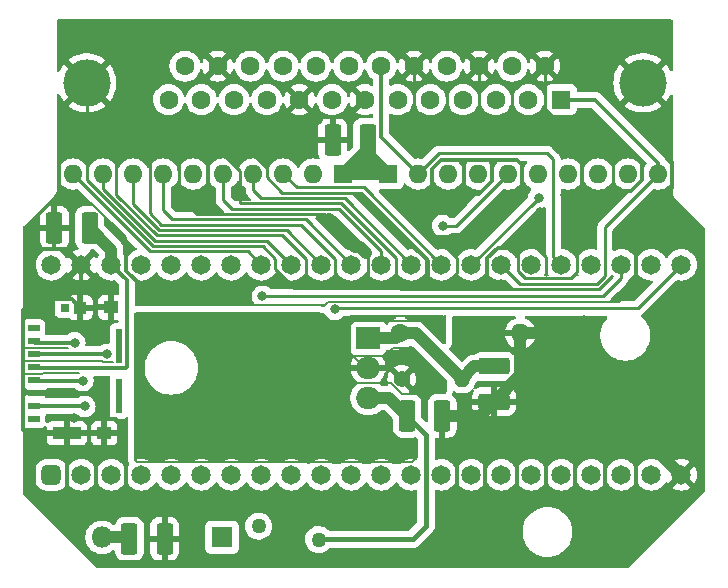
<source format=gbr>
%TF.GenerationSoftware,KiCad,Pcbnew,(6.0.2)*%
%TF.CreationDate,2022-04-05T13:26:03-06:00*%
%TF.ProjectId,DB25m_F4Lite_THTV1,44423235-6d5f-4463-944c-6974655f5448,rev?*%
%TF.SameCoordinates,Original*%
%TF.FileFunction,Copper,L2,Bot*%
%TF.FilePolarity,Positive*%
%FSLAX46Y46*%
G04 Gerber Fmt 4.6, Leading zero omitted, Abs format (unit mm)*
G04 Created by KiCad (PCBNEW (6.0.2)) date 2022-04-05 13:26:03*
%MOMM*%
%LPD*%
G01*
G04 APERTURE LIST*
G04 Aperture macros list*
%AMRoundRect*
0 Rectangle with rounded corners*
0 $1 Rounding radius*
0 $2 $3 $4 $5 $6 $7 $8 $9 X,Y pos of 4 corners*
0 Add a 4 corners polygon primitive as box body*
4,1,4,$2,$3,$4,$5,$6,$7,$8,$9,$2,$3,0*
0 Add four circle primitives for the rounded corners*
1,1,$1+$1,$2,$3*
1,1,$1+$1,$4,$5*
1,1,$1+$1,$6,$7*
1,1,$1+$1,$8,$9*
0 Add four rect primitives between the rounded corners*
20,1,$1+$1,$2,$3,$4,$5,0*
20,1,$1+$1,$4,$5,$6,$7,0*
20,1,$1+$1,$6,$7,$8,$9,0*
20,1,$1+$1,$8,$9,$2,$3,0*%
G04 Aperture macros list end*
%TA.AperFunction,ComponentPad*%
%ADD10O,1.800000X1.800000*%
%TD*%
%TA.AperFunction,ComponentPad*%
%ADD11R,1.800000X1.800000*%
%TD*%
%TA.AperFunction,SMDPad,CuDef*%
%ADD12RoundRect,0.250001X-0.462499X-1.074999X0.462499X-1.074999X0.462499X1.074999X-0.462499X1.074999X0*%
%TD*%
%TA.AperFunction,ComponentPad*%
%ADD13C,1.270000*%
%TD*%
%TA.AperFunction,ComponentPad*%
%ADD14C,4.000000*%
%TD*%
%TA.AperFunction,ComponentPad*%
%ADD15C,1.600000*%
%TD*%
%TA.AperFunction,ComponentPad*%
%ADD16R,1.600000X1.600000*%
%TD*%
%TA.AperFunction,ComponentPad*%
%ADD17C,1.650000*%
%TD*%
%TA.AperFunction,ComponentPad*%
%ADD18RoundRect,0.412500X0.412500X-0.412500X0.412500X0.412500X-0.412500X0.412500X-0.412500X-0.412500X0*%
%TD*%
%TA.AperFunction,SMDPad,CuDef*%
%ADD19RoundRect,0.250001X0.462499X1.074999X-0.462499X1.074999X-0.462499X-1.074999X0.462499X-1.074999X0*%
%TD*%
%TA.AperFunction,ComponentPad*%
%ADD20O,2.000000X1.905000*%
%TD*%
%TA.AperFunction,ComponentPad*%
%ADD21R,2.000000X1.905000*%
%TD*%
%TA.AperFunction,ComponentPad*%
%ADD22O,1.600000X1.600000*%
%TD*%
%TA.AperFunction,ComponentPad*%
%ADD23O,1.400000X1.400000*%
%TD*%
%TA.AperFunction,ComponentPad*%
%ADD24C,1.400000*%
%TD*%
%TA.AperFunction,SMDPad,CuDef*%
%ADD25RoundRect,0.250001X-1.074999X0.462499X-1.074999X-0.462499X1.074999X-0.462499X1.074999X0.462499X0*%
%TD*%
%TA.AperFunction,SMDPad,CuDef*%
%ADD26R,1.000000X0.500000*%
%TD*%
%TA.AperFunction,SMDPad,CuDef*%
%ADD27R,0.780000X0.720000*%
%TD*%
%TA.AperFunction,SMDPad,CuDef*%
%ADD28R,1.080000X1.050000*%
%TD*%
%TA.AperFunction,SMDPad,CuDef*%
%ADD29R,1.200000X1.050000*%
%TD*%
%TA.AperFunction,SMDPad,CuDef*%
%ADD30R,2.390000X1.050000*%
%TD*%
%TA.AperFunction,SMDPad,CuDef*%
%ADD31R,0.550000X2.910000*%
%TD*%
%TA.AperFunction,ViaPad*%
%ADD32C,0.800000*%
%TD*%
%TA.AperFunction,Conductor*%
%ADD33C,0.330000*%
%TD*%
%TA.AperFunction,Conductor*%
%ADD34C,0.140000*%
%TD*%
%TA.AperFunction,Conductor*%
%ADD35C,1.000000*%
%TD*%
%TA.AperFunction,Conductor*%
%ADD36C,0.450000*%
%TD*%
%TA.AperFunction,Conductor*%
%ADD37C,0.250000*%
%TD*%
G04 APERTURE END LIST*
D10*
%TO.P,D1,2*%
%TO.N,+5V*%
X113570000Y-89600000D03*
D11*
%TO.P,D1,1*%
%TO.N,+5VP*%
X123730000Y-89600000D03*
%TD*%
D12*
%TO.P,C5,2*%
%TO.N,GND*%
X118865000Y-89720000D03*
%TO.P,C5,1*%
%TO.N,+5V*%
X115890000Y-89720000D03*
%TD*%
D13*
%TO.P,F1,2*%
%TO.N,+5F*%
X131910000Y-89783000D03*
%TO.P,F1,1*%
%TO.N,+5VP*%
X126830000Y-88640000D03*
%TD*%
D14*
%TO.P,J6,0*%
%TO.N,GND*%
X112280800Y-51114820D03*
X159380800Y-51114820D03*
D15*
%TO.P,J6,25*%
%TO.N,+5V*%
X120595800Y-49694820D03*
%TO.P,J6,24*%
%TO.N,GND*%
X123365800Y-49694820D03*
%TO.P,J6,23*%
%TO.N,DB4*%
X126135800Y-49694820D03*
%TO.P,J6,22*%
%TO.N,DB2*%
X128905800Y-49694820D03*
%TO.P,J6,21*%
%TO.N,DB1*%
X131675800Y-49694820D03*
%TO.P,J6,20*%
%TO.N,DBP*%
X134445800Y-49694820D03*
%TO.P,J6,19*%
%TO.N,SEL*%
X137215800Y-49694820D03*
%TO.P,J6,18*%
%TO.N,GND*%
X139985800Y-49694820D03*
%TO.P,J6,17*%
%TO.N,ATN*%
X142755800Y-49694820D03*
%TO.P,J6,16*%
%TO.N,GND*%
X145525800Y-49694820D03*
%TO.P,J6,15*%
%TO.N,CD*%
X148295800Y-49694820D03*
%TO.P,J6,14*%
%TO.N,GND*%
X151065800Y-49694820D03*
%TO.P,J6,13*%
%TO.N,DB7*%
X119210800Y-52534820D03*
%TO.P,J6,12*%
%TO.N,DB6*%
X121980800Y-52534820D03*
%TO.P,J6,11*%
%TO.N,DB5*%
X124750800Y-52534820D03*
%TO.P,J6,10*%
%TO.N,DB3*%
X127520800Y-52534820D03*
%TO.P,J6,9*%
%TO.N,GND*%
X130290800Y-52534820D03*
%TO.P,J6,8*%
%TO.N,DB0*%
X133060800Y-52534820D03*
%TO.P,J6,7*%
%TO.N,GND*%
X135830800Y-52534820D03*
%TO.P,J6,6*%
%TO.N,BSY*%
X138600800Y-52534820D03*
%TO.P,J6,5*%
%TO.N,ACK*%
X141370800Y-52534820D03*
%TO.P,J6,4*%
%TO.N,RST*%
X144140800Y-52534820D03*
%TO.P,J6,3*%
%TO.N,IO*%
X146910800Y-52534820D03*
%TO.P,J6,2*%
%TO.N,MSG*%
X149680800Y-52534820D03*
D16*
%TO.P,J6,1*%
%TO.N,REQ*%
X152450800Y-52534820D03*
%TD*%
D17*
%TO.P,U2,44*%
%TO.N,+5VP*%
X109284675Y-66521342D03*
%TO.P,U2,43*%
%TO.N,GND*%
X111824675Y-66521342D03*
%TO.P,U2,42*%
%TO.N,+3V3*%
X114364675Y-66521342D03*
%TO.P,U2,41*%
%TO.N,Net-(U2-Pad41)*%
X116904675Y-66521342D03*
%TO.P,U2,40*%
%TO.N,Net-(U2-Pad40)*%
X119444675Y-66521342D03*
%TO.P,U2,39*%
%TO.N,Net-(U2-Pad39)*%
X121984675Y-66521342D03*
%TO.P,U2,38*%
%TO.N,Net-(U2-Pad38)*%
X124524675Y-66521342D03*
%TO.P,U2,37*%
%TO.N,DB7*%
X127064675Y-66521342D03*
%TO.P,U2,36*%
%TO.N,DB6*%
X129604675Y-66521342D03*
%TO.P,U2,35*%
%TO.N,DB5*%
X132144675Y-66521342D03*
%TO.P,U2,34*%
%TO.N,DB4*%
X134684675Y-66521342D03*
%TO.P,U2,33*%
%TO.N,DB2*%
X137224675Y-66521342D03*
%TO.P,U2,32*%
%TO.N,DB1*%
X139764675Y-66521342D03*
%TO.P,U2,31*%
%TO.N,DB0*%
X142304675Y-66521342D03*
%TO.P,U2,30*%
%TO.N,IO*%
X144844675Y-66521342D03*
%TO.P,U2,29*%
%TO.N,REQ*%
X147384675Y-66521342D03*
%TO.P,U2,28*%
%TO.N,CD*%
X149924675Y-66521342D03*
%TO.P,U2,27*%
%TO.N,SEL*%
X152464675Y-66521342D03*
%TO.P,U2,26*%
%TO.N,MSG*%
X155004675Y-66521342D03*
%TO.P,U2,25*%
%TO.N,DB3*%
X157544675Y-66521342D03*
%TO.P,U2,24*%
%TO.N,Net-(U2-Pad24)*%
X160084675Y-66521342D03*
%TO.P,U2,23*%
%TO.N,DBP*%
X162624675Y-66521342D03*
%TO.P,U2,22*%
%TO.N,GND*%
X162624675Y-84301342D03*
%TO.P,U2,21*%
%TO.N,RST*%
X160084675Y-84301342D03*
%TO.P,U2,20*%
%TO.N,Net-(U2-Pad20)*%
X157544675Y-84301342D03*
%TO.P,U2,19*%
%TO.N,Net-(U2-Pad19)*%
X155004675Y-84301342D03*
%TO.P,U2,18*%
%TO.N,Net-(U2-Pad18)*%
X152464675Y-84301342D03*
%TO.P,U2,17*%
%TO.N,Net-(U2-Pad17)*%
X149924675Y-84301342D03*
%TO.P,U2,16*%
%TO.N,ACK*%
X147384675Y-84301342D03*
%TO.P,U2,15*%
%TO.N,BSY*%
X144844675Y-84301342D03*
%TO.P,U2,14*%
%TO.N,ATN*%
X142304675Y-84301342D03*
%TO.P,U2,13*%
%TO.N,SD_MOSI*%
X139764675Y-84301342D03*
%TO.P,U2,12*%
%TO.N,SD_MISO*%
X137224675Y-84301342D03*
%TO.P,U2,11*%
%TO.N,SD_CLK*%
X134684675Y-84301342D03*
%TO.P,U2,10*%
%TO.N,SD_CS*%
X132144675Y-84301342D03*
%TO.P,U2,9*%
%TO.N,Net-(U2-Pad9)*%
X129604675Y-84301342D03*
%TO.P,U2,8*%
%TO.N,Net-(U2-Pad8)*%
X127064675Y-84301342D03*
%TO.P,U2,7*%
%TO.N,Net-(U2-Pad7)*%
X124524675Y-84301342D03*
%TO.P,U2,6*%
%TO.N,Net-(U2-Pad6)*%
X121984675Y-84301342D03*
%TO.P,U2,5*%
%TO.N,Net-(U2-Pad5)*%
X119444675Y-84301342D03*
%TO.P,U2,4*%
%TO.N,Net-(U2-Pad4)*%
X116904675Y-84301342D03*
%TO.P,U2,3*%
%TO.N,Net-(U2-Pad3)*%
X114364675Y-84301342D03*
%TO.P,U2,2*%
%TO.N,Net-(U2-Pad2)*%
X111824675Y-84301342D03*
D18*
%TO.P,U2,1*%
%TO.N,Net-(U2-Pad1)*%
X109284675Y-84301342D03*
%TD*%
D19*
%TO.P,C4,2*%
%TO.N,GND*%
X109547000Y-63383160D03*
%TO.P,C4,1*%
%TO.N,+3V3*%
X112522000Y-63383160D03*
%TD*%
D20*
%TO.P,U1,3*%
%TO.N,+5F*%
X136096914Y-77786244D03*
%TO.P,U1,2*%
%TO.N,+2V8*%
X136096914Y-75246244D03*
D21*
%TO.P,U1,1*%
%TO.N,Net-(C1-Pad1)*%
X136096914Y-72706244D03*
%TD*%
D22*
%TO.P,RN2,10*%
%TO.N,REQ*%
X160652460Y-58831480D03*
%TO.P,RN2,9*%
%TO.N,MSG*%
X158112460Y-58831480D03*
%TO.P,RN2,8*%
%TO.N,CD*%
X155572460Y-58831480D03*
%TO.P,RN2,7*%
%TO.N,IO*%
X153032460Y-58831480D03*
%TO.P,RN2,6*%
%TO.N,RST*%
X150492460Y-58831480D03*
%TO.P,RN2,5*%
%TO.N,ATN*%
X147952460Y-58831480D03*
%TO.P,RN2,4*%
%TO.N,ACK*%
X145412460Y-58831480D03*
%TO.P,RN2,3*%
%TO.N,BSY*%
X142872460Y-58831480D03*
%TO.P,RN2,2*%
%TO.N,SEL*%
X140332460Y-58831480D03*
D16*
%TO.P,RN2,1*%
%TO.N,+2V8*%
X137792460Y-58831480D03*
%TD*%
D22*
%TO.P,RN1,10*%
%TO.N,DB7*%
X111122460Y-58831480D03*
%TO.P,RN1,9*%
%TO.N,DB6*%
X113662460Y-58831480D03*
%TO.P,RN1,8*%
%TO.N,DB5*%
X116202460Y-58831480D03*
%TO.P,RN1,7*%
%TO.N,DB4*%
X118742460Y-58831480D03*
%TO.P,RN1,6*%
%TO.N,DB3*%
X121282460Y-58831480D03*
%TO.P,RN1,5*%
%TO.N,DB2*%
X123822460Y-58831480D03*
%TO.P,RN1,4*%
%TO.N,DB1*%
X126362460Y-58831480D03*
%TO.P,RN1,3*%
%TO.N,DB0*%
X128902460Y-58831480D03*
%TO.P,RN1,2*%
%TO.N,DBP*%
X131442460Y-58831480D03*
D16*
%TO.P,RN1,1*%
%TO.N,+2V8*%
X133982460Y-58831480D03*
%TD*%
D23*
%TO.P,R2,2*%
%TO.N,Net-(C1-Pad1)*%
X144034414Y-76198744D03*
D24*
%TO.P,R2,1*%
%TO.N,+2V8*%
X138954414Y-76198744D03*
%TD*%
D22*
%TO.P,R1,2*%
%TO.N,GND*%
X148987414Y-72325242D03*
D15*
%TO.P,R1,1*%
%TO.N,Net-(C1-Pad1)*%
X138827414Y-72325242D03*
%TD*%
D25*
%TO.P,C1,2*%
%TO.N,GND*%
X146764914Y-78103742D03*
%TO.P,C1,1*%
%TO.N,Net-(C1-Pad1)*%
X146764914Y-75128742D03*
%TD*%
D19*
%TO.P,C3,2*%
%TO.N,GND*%
X133089320Y-55928260D03*
%TO.P,C3,1*%
%TO.N,+2V8*%
X136064320Y-55928260D03*
%TD*%
D12*
%TO.P,C2,2*%
%TO.N,GND*%
X142373915Y-79310243D03*
%TO.P,C2,1*%
%TO.N,+5F*%
X139398915Y-79310243D03*
%TD*%
D26*
%TO.P,J5,1*%
%TO.N,Net-(J5-Pad1)*%
X107777153Y-71901202D03*
%TO.P,J5,2*%
%TO.N,SD_CS*%
X107777153Y-73001202D03*
%TO.P,J5,3*%
%TO.N,SD_MOSI*%
X107777153Y-74101202D03*
%TO.P,J5,4*%
%TO.N,+3V3*%
X107777153Y-75201202D03*
%TO.P,J5,5*%
%TO.N,SD_CLK*%
X107777153Y-76301202D03*
%TO.P,J5,6*%
%TO.N,GND*%
X107777153Y-77401202D03*
%TO.P,J5,7*%
%TO.N,SD_MISO*%
X107777153Y-78501202D03*
%TO.P,J5,8*%
%TO.N,Net-(J5-Pad8)*%
X107777153Y-79601202D03*
D27*
%TO.P,J5,9*%
%TO.N,Net-(J5-Pad9)*%
X110457153Y-70141202D03*
D28*
%TO.P,J5,13*%
%TO.N,GND*%
X111727153Y-70141202D03*
D29*
%TO.P,J5,12*%
X114337153Y-70131202D03*
%TO.P,J5,10*%
X113767153Y-80776202D03*
D30*
%TO.P,J5,11*%
X110582153Y-80776202D03*
D31*
%TO.P,J5,*%
%TO.N,*%
X115012153Y-77596202D03*
X115012153Y-73406202D03*
%TD*%
D32*
%TO.N,GND*%
X150868380Y-72293480D03*
X111112518Y-77401202D03*
X109931418Y-77401202D03*
X138485880Y-68135500D03*
X113030000Y-72707500D03*
X128338580Y-85549740D03*
X159730000Y-61940000D03*
X158400000Y-64570000D03*
X160020000Y-76339700D03*
X154409140Y-71206360D03*
X141551660Y-60449460D03*
X140987780Y-62222380D03*
X144868900Y-64081660D03*
X147325080Y-61633100D03*
X144381220Y-60485020D03*
X144518380Y-54480460D03*
X152737820Y-60632340D03*
X150693120Y-62085220D03*
X134344410Y-64240410D03*
X158639676Y-82459664D03*
X148686520Y-82400140D03*
X142598140Y-86829900D03*
X139486640Y-86829900D03*
X147388580Y-68178680D03*
X142308580Y-68300600D03*
X147302220Y-72293480D03*
X143611600Y-82219800D03*
X121330720Y-61008260D03*
X158793180Y-68066920D03*
X118206520Y-69006720D03*
X123355100Y-68940680D03*
X149042120Y-78094840D03*
X125237459Y-60726101D03*
X132247640Y-62727840D03*
X111350000Y-89370000D03*
X120711706Y-86097634D03*
X111658400Y-86255860D03*
X131826069Y-54279869D03*
X154734260Y-54170580D03*
X153330000Y-64510000D03*
X143898620Y-72285860D03*
X130916680Y-68084700D03*
X143838917Y-79310243D03*
X127078740Y-54292500D03*
X113555780Y-76715620D03*
X111175800Y-79519780D03*
X138264900Y-60754260D03*
X111824675Y-68685505D03*
%TO.N,SD_CS*%
X111262160Y-73118980D03*
%TO.N,SD_CLK*%
X111955580Y-76316840D03*
%TO.N,SD_MISO*%
X112107980Y-78508860D03*
%TO.N,SD_MOSI*%
X113995200Y-74096880D03*
%TO.N,ATN*%
X142410180Y-63210440D03*
%TO.N,DBP*%
X133283960Y-70302120D03*
%TO.N,IO*%
X150533017Y-60833000D03*
%TO.N,DB3*%
X127144780Y-69187060D03*
%TD*%
D33*
%TO.N,GND*%
X158400000Y-64988960D02*
X158856680Y-65445640D01*
X158400000Y-64570000D02*
X158400000Y-64988960D01*
X161817461Y-57814621D02*
X161546540Y-57543700D01*
X161817461Y-60043919D02*
X161817461Y-57814621D01*
X159921380Y-61940000D02*
X161817461Y-60043919D01*
X159730000Y-61940000D02*
X159921380Y-61940000D01*
D34*
X159730000Y-61940000D02*
X159730000Y-64572320D01*
X159730000Y-64572320D02*
X158856680Y-65445640D01*
D35*
%TO.N,+5V*%
X115770000Y-89600000D02*
X115890000Y-89720000D01*
X113570000Y-89600000D02*
X115770000Y-89600000D01*
D36*
%TO.N,+5F*%
X132670000Y-89750000D02*
X131943000Y-89750000D01*
X132683000Y-89763000D02*
X132670000Y-89750000D01*
X139867000Y-89763000D02*
X132683000Y-89763000D01*
X131943000Y-89750000D02*
X131910000Y-89783000D01*
X141014676Y-88615324D02*
X139867000Y-89763000D01*
X139398915Y-79310243D02*
X141014676Y-80926004D01*
X141014676Y-80926004D02*
X141014676Y-88615324D01*
D35*
%TO.N,GND*%
X148987412Y-75881245D02*
X146764914Y-78103743D01*
X148987414Y-72325242D02*
X148987412Y-75881245D01*
X145558415Y-79310243D02*
X146764914Y-78103743D01*
X142373913Y-79310243D02*
X143838917Y-79310243D01*
D33*
X111737153Y-70131202D02*
X111727153Y-70141202D01*
X114337153Y-70131202D02*
X111737153Y-70131202D01*
X111824675Y-70043680D02*
X111727153Y-70141202D01*
X111824675Y-66521342D02*
X111824675Y-68685505D01*
X113767153Y-78348204D02*
X113767153Y-80776202D01*
X112820151Y-77401202D02*
X113767153Y-78348204D01*
X107777153Y-77401202D02*
X109931418Y-77401202D01*
X110582153Y-80776202D02*
X113767153Y-80776202D01*
X107777153Y-77401202D02*
X107276682Y-77401202D01*
X107276682Y-77401202D02*
X106912152Y-77036672D01*
X111002152Y-69416201D02*
X111727153Y-70141202D01*
X107868179Y-69416201D02*
X111002152Y-69416201D01*
X106912152Y-70372228D02*
X107868179Y-69416201D01*
D37*
X114787461Y-53621481D02*
X114787461Y-60587251D01*
X112280800Y-51114820D02*
X114787461Y-53621481D01*
X128806646Y-64021311D02*
X130810000Y-66024665D01*
X114787461Y-60587251D02*
X118221521Y-64021311D01*
X118221521Y-64021311D02*
X128806646Y-64021311D01*
X117617459Y-56451479D02*
X117617459Y-62144429D01*
X112280800Y-51114820D02*
X117617459Y-56451479D01*
X130446628Y-63121293D02*
X133337300Y-66011965D01*
X117617459Y-62144429D02*
X118594321Y-63121291D01*
X118594321Y-63121291D02*
X130446628Y-63121293D01*
X117617459Y-56451479D02*
X118027461Y-56451479D01*
X120122918Y-58482198D02*
X120129300Y-58488580D01*
X136074674Y-65970674D02*
X136074674Y-67756294D01*
X125237459Y-61285339D02*
X125273373Y-61321253D01*
X125237459Y-58581477D02*
X125237459Y-60726101D01*
X118027461Y-56451479D02*
X123107461Y-56451479D01*
X123107461Y-56451479D02*
X125237459Y-58581477D01*
X133827723Y-61321254D02*
X138485880Y-65979411D01*
X125273373Y-61321253D02*
X133827723Y-61321254D01*
X125647461Y-56451479D02*
X127520700Y-58324718D01*
X123107461Y-56451479D02*
X125647461Y-56451479D01*
X128827212Y-60421234D02*
X135485854Y-60421234D01*
X127520700Y-58324718D02*
X127520700Y-59114722D01*
X127520700Y-59114722D02*
X128827212Y-60421234D01*
D33*
X111112518Y-77401202D02*
X112820151Y-77401202D01*
X109931418Y-77401202D02*
X111112518Y-77401202D01*
D35*
X150648575Y-72325242D02*
X148987414Y-72325242D01*
X162624675Y-84301342D02*
X150648575Y-72325242D01*
D37*
X117848721Y-64921331D02*
X127166666Y-64921331D01*
X129867351Y-68486020D02*
X141538960Y-68486020D01*
X112280800Y-51114820D02*
X112280800Y-59353410D01*
X112280800Y-59353410D02*
X117848721Y-64921331D01*
X127166666Y-64921331D02*
X128259840Y-66014505D01*
X128259840Y-66014505D02*
X128259840Y-66878509D01*
X128259840Y-66878509D02*
X129867351Y-68486020D01*
X130810000Y-66024665D02*
X130810000Y-68115180D01*
X133337300Y-66011965D02*
X133337300Y-68117720D01*
X138485880Y-65979411D02*
X138485880Y-68135500D01*
X138485880Y-68135500D02*
X138485880Y-68135500D01*
D34*
X113587919Y-74681201D02*
X113697911Y-74791193D01*
X106954199Y-74681201D02*
X113587919Y-74681201D01*
X106912152Y-74723248D02*
X106954199Y-74681201D01*
X113697911Y-74791193D02*
X114467152Y-74791193D01*
X106912152Y-73480672D02*
X106985470Y-73553990D01*
D33*
X106912152Y-73480672D02*
X106912152Y-70372228D01*
D34*
X106985470Y-73553990D02*
X107714744Y-73553990D01*
D33*
X106912152Y-74723248D02*
X106912152Y-73480672D01*
D34*
X107714744Y-73553990D02*
X110705568Y-73553990D01*
X108451339Y-75757028D02*
X108547154Y-75661213D01*
X106912152Y-75757028D02*
X108451339Y-75757028D01*
D33*
X106912152Y-75757028D02*
X106912152Y-74723248D01*
X106912152Y-77036672D02*
X106912152Y-75757028D01*
D34*
X108547154Y-75661213D02*
X111619605Y-75661213D01*
X111824675Y-66521342D02*
X112919676Y-65426341D01*
X115625880Y-65811947D02*
X115625880Y-67134740D01*
X115625880Y-67134740D02*
X117226080Y-68734940D01*
X158798260Y-67784980D02*
X157022126Y-69561114D01*
X157022126Y-69561114D02*
X156570680Y-69561114D01*
X141104620Y-60896500D02*
X141551660Y-60449460D01*
X141104620Y-62219840D02*
X141104620Y-60896500D01*
D37*
X141104620Y-62219840D02*
X141104620Y-63446660D01*
X143588740Y-65930780D02*
X143588740Y-67198240D01*
X141739620Y-64081660D02*
X144868900Y-64081660D01*
X141739620Y-64081660D02*
X143588740Y-65930780D01*
X141104620Y-63446660D02*
X141739620Y-64081660D01*
X144876520Y-64081660D02*
X147325080Y-61633100D01*
X144868900Y-64081660D02*
X144876520Y-64081660D01*
X147325080Y-61633100D02*
X149077461Y-59880719D01*
X145525800Y-49694820D02*
X145525800Y-52814822D01*
X151065800Y-53334822D02*
X154456798Y-56725820D01*
X151065800Y-49694820D02*
X151065800Y-53334822D01*
X154456798Y-56725820D02*
X155684220Y-56725820D01*
X155684220Y-56725820D02*
X156842460Y-57884060D01*
X156842460Y-61442600D02*
X154190700Y-64094360D01*
X154190700Y-64094360D02*
X154190700Y-64112140D01*
X139985800Y-49694820D02*
X139985800Y-54811980D01*
X140922521Y-55748701D02*
X148459679Y-55748701D01*
X139985800Y-54811980D02*
X140922521Y-55748701D01*
X139985800Y-49694820D02*
X141220520Y-50929540D01*
X141220520Y-50929540D02*
X141952980Y-50929540D01*
X141952980Y-50929540D02*
X142763240Y-51739800D01*
X142763240Y-51739800D02*
X142763240Y-52997100D01*
X144518380Y-54480460D02*
X147518120Y-54480460D01*
X147518120Y-54480460D02*
X148300440Y-53698140D01*
X148300440Y-53698140D02*
X148300440Y-51724560D01*
X149372674Y-67671343D02*
X153256674Y-67671343D01*
X148774674Y-67073343D02*
X149372674Y-67671343D01*
X153256674Y-67671343D02*
X153827480Y-67100537D01*
X149943820Y-62674500D02*
X148774674Y-63843646D01*
X148774674Y-63843646D02*
X148774674Y-67073343D01*
X153827480Y-67100537D02*
X153827480Y-65483740D01*
X149943820Y-62674500D02*
X149943820Y-63964820D01*
X149943820Y-64636897D02*
X151140160Y-65833237D01*
X149943820Y-63964820D02*
X149943820Y-64636897D01*
X151140160Y-65833237D02*
X151140160Y-67388740D01*
D34*
X158798260Y-67170300D02*
X158798260Y-68183760D01*
X158798260Y-65504060D02*
X158798260Y-67170300D01*
X132724601Y-69632119D02*
X132438140Y-69918580D01*
X158798260Y-68183760D02*
X158426150Y-68555870D01*
X157349901Y-69632119D02*
X132724601Y-69632119D01*
X132438140Y-69918580D02*
X126306580Y-69918580D01*
X120129300Y-60724104D02*
X121626468Y-62221272D01*
X120129300Y-60314840D02*
X120129300Y-60724104D01*
D37*
X121626468Y-62221272D02*
X132325272Y-62221272D01*
D33*
X120129300Y-58488580D02*
X120129300Y-57998360D01*
X121586468Y-62181272D02*
X123709268Y-62181272D01*
X120129300Y-60724104D02*
X121586468Y-62181272D01*
X120129300Y-59789060D02*
X120129300Y-60724104D01*
D37*
X120129300Y-59789060D02*
X120129300Y-60314840D01*
X120129300Y-58488580D02*
X120129300Y-59789060D01*
D33*
X123709268Y-62181272D02*
X123709268Y-62012668D01*
D35*
X135416676Y-64996341D02*
X135954675Y-65534340D01*
D37*
X132325272Y-62221272D02*
X132781040Y-62677040D01*
X132781040Y-62677040D02*
X134344410Y-64240410D01*
D35*
X135006361Y-64996341D02*
X135416676Y-64996341D01*
X132781040Y-62677040D02*
X132781040Y-62771020D01*
X132781040Y-62771020D02*
X135006361Y-64996341D01*
D33*
X141104620Y-62219840D02*
X139524740Y-62219840D01*
X139524740Y-62219840D02*
X138214100Y-60909200D01*
X154197461Y-59390681D02*
X154197461Y-57832401D01*
X154190700Y-59855100D02*
X154190700Y-59397442D01*
D37*
X154190700Y-59855100D02*
X154190700Y-64094360D01*
D33*
X154190700Y-59397442D02*
X154197461Y-59390681D01*
D37*
X154190700Y-58324718D02*
X154190700Y-59855100D01*
X134344410Y-64240410D02*
X136074674Y-65970674D01*
X135485854Y-60421234D02*
X138361420Y-63296800D01*
X155653628Y-68571362D02*
X156773161Y-67451830D01*
X138485880Y-68135500D02*
X138921742Y-68571362D01*
X138921742Y-68571362D02*
X155653628Y-68571362D01*
D33*
X156842460Y-60286900D02*
X158386780Y-60286900D01*
D37*
X156842460Y-60286900D02*
X156842460Y-61442600D01*
X156842460Y-57884060D02*
X156842460Y-60286900D01*
D33*
X158386780Y-60286900D02*
X159301180Y-59372500D01*
X159301180Y-59372500D02*
X159301180Y-58295998D01*
X159301180Y-58295998D02*
X159301180Y-57779920D01*
X109957459Y-60696699D02*
X109957459Y-57746041D01*
X110314740Y-61053980D02*
X109957459Y-60696699D01*
X120129300Y-57998360D02*
X120129300Y-57688480D01*
X120129300Y-57688480D02*
X120517920Y-57299860D01*
X120517920Y-57299860D02*
X122146060Y-57299860D01*
X122146060Y-57299860D02*
X122549920Y-57703720D01*
X122549920Y-57703720D02*
X122549920Y-59852560D01*
D34*
X158856680Y-65445640D02*
X158798260Y-65504060D01*
D33*
X158798260Y-65504060D02*
X158798260Y-67457320D01*
D34*
X158798260Y-67170300D02*
X158798260Y-67457320D01*
X158798260Y-67457320D02*
X158798260Y-67784980D01*
X158426150Y-68555870D02*
X157349901Y-69632119D01*
D33*
X117599599Y-69006720D02*
X115603020Y-67010141D01*
X118206520Y-69006720D02*
X117599599Y-69006720D01*
X113767153Y-80776202D02*
X114928258Y-80776202D01*
X114928258Y-80776202D02*
X115305840Y-80398620D01*
X115305840Y-80398620D02*
X115305840Y-80126840D01*
X115305840Y-80126840D02*
X114764820Y-79585820D01*
X114764820Y-79585820D02*
X114233960Y-79585820D01*
X107777153Y-77401202D02*
X107165358Y-77401202D01*
X107165358Y-77401202D02*
X106912152Y-77654408D01*
X106912152Y-80496152D02*
X107121960Y-80705960D01*
X106912152Y-78444348D02*
X106912152Y-77036672D01*
X106912152Y-78444348D02*
X106912152Y-80496152D01*
X106912152Y-77654408D02*
X106912152Y-78444348D01*
X113767153Y-80776202D02*
X113767153Y-82336087D01*
X113767153Y-82336087D02*
X113103660Y-82999580D01*
X113103660Y-82999580D02*
X113103660Y-85143340D01*
X110582153Y-80776202D02*
X110582153Y-85556647D01*
X113767153Y-80776202D02*
X114987462Y-80776202D01*
X114987462Y-80776202D02*
X115638580Y-81427320D01*
X115638580Y-81427320D02*
X115638580Y-85709760D01*
X143611600Y-82219800D02*
X143611600Y-85092540D01*
X148686520Y-82400140D02*
X148686520Y-85364320D01*
X158639676Y-82459664D02*
X156653064Y-82459664D01*
X156194676Y-82918052D02*
X156194676Y-85427736D01*
X156653064Y-82459664D02*
X156194676Y-82918052D01*
X158639676Y-82459664D02*
X154509636Y-82459664D01*
X153654676Y-83314624D02*
X153654676Y-86080516D01*
X154509636Y-82459664D02*
X153654676Y-83314624D01*
X148686520Y-82400140D02*
X150936960Y-82400140D01*
X150936960Y-82400140D02*
X151173180Y-82636360D01*
X151173180Y-82636360D02*
X151173180Y-85369400D01*
X148686520Y-82400140D02*
X146309080Y-82400140D01*
X146034676Y-82674544D02*
X146034676Y-85524256D01*
X146309080Y-82400140D02*
X146034676Y-82674544D01*
X158639676Y-82459664D02*
X158639676Y-82833376D01*
X158639676Y-82833376D02*
X158757620Y-82951320D01*
X158757620Y-82951320D02*
X158757620Y-85653880D01*
D37*
X125237459Y-60726101D02*
X125237459Y-61285339D01*
D33*
X147388580Y-68178680D02*
X146517360Y-68178680D01*
X146194674Y-65950141D02*
X147070015Y-65074800D01*
X146517360Y-68178680D02*
X146194674Y-67855994D01*
X146194674Y-67855994D02*
X146194674Y-65950141D01*
X147070015Y-65074800D02*
X147955000Y-65074800D01*
D35*
X143838917Y-79310243D02*
X145558415Y-79310243D01*
D33*
X109547000Y-63383160D02*
X109547000Y-64284200D01*
X109547000Y-63383160D02*
X107673140Y-63383160D01*
X107673140Y-63383160D02*
X107678220Y-63378080D01*
X107678220Y-63378080D02*
X107678220Y-62801500D01*
X107678220Y-62801500D02*
X109189520Y-61290200D01*
X111824675Y-66521342D02*
X110491216Y-65187884D01*
X109547000Y-65095780D02*
X109454896Y-65187884D01*
X109547000Y-63383160D02*
X109547000Y-65095780D01*
X110491216Y-65187884D02*
X109454896Y-65187884D01*
X109454896Y-65187884D02*
X108570976Y-65187884D01*
D34*
X115603020Y-64191272D02*
X112663848Y-61252100D01*
X115603020Y-65887600D02*
X115603020Y-64191272D01*
D33*
X115603020Y-65887600D02*
X115603020Y-65613280D01*
X115603020Y-67010141D02*
X115603020Y-65887600D01*
D34*
X112663848Y-61252100D02*
X112379760Y-61252100D01*
D33*
X138214100Y-60909200D02*
X137645140Y-60340240D01*
D37*
X140091160Y-65026540D02*
X141154674Y-66090054D01*
X138361420Y-63296800D02*
X140091160Y-65026540D01*
D33*
X139768580Y-65026540D02*
X135298180Y-60556140D01*
X135298180Y-60556140D02*
X134922260Y-60556140D01*
X139768580Y-65026540D02*
X139903200Y-65026540D01*
X141114674Y-67095486D02*
X141154674Y-67135486D01*
X141114674Y-66110139D02*
X141114674Y-67095486D01*
X140335876Y-65331341D02*
X141114674Y-66110139D01*
X139903200Y-65026540D02*
X140208001Y-65331341D01*
X140208001Y-65331341D02*
X140335876Y-65331341D01*
D37*
X141154674Y-67135486D02*
X141154674Y-67951874D01*
X141154674Y-66090054D02*
X141154674Y-67135486D01*
D33*
X131826069Y-54279869D02*
X131826069Y-54180671D01*
X131826069Y-54180671D02*
X132011420Y-53995320D01*
X132011420Y-53995320D02*
X134132320Y-53995320D01*
X111824675Y-68685505D02*
X111824675Y-70043680D01*
X149117461Y-59840719D02*
X149077461Y-59880719D01*
X149117461Y-58062281D02*
X149117461Y-59840719D01*
X141551660Y-58428078D02*
X142313259Y-57666479D01*
X148721659Y-57666479D02*
X149117461Y-58062281D01*
X141551660Y-60449460D02*
X141551660Y-58428078D01*
X144381220Y-60485020D02*
X144381220Y-60063380D01*
X144381220Y-60063380D02*
X144247459Y-59929619D01*
X144247459Y-57680001D02*
X144260981Y-57666479D01*
X144247459Y-59929619D02*
X144247459Y-57680001D01*
X142313259Y-57666479D02*
X144260981Y-57666479D01*
X146577461Y-57753661D02*
X146490279Y-57666479D01*
X146577461Y-59390681D02*
X146577461Y-57753661D01*
X145483122Y-60485020D02*
X146577461Y-59390681D01*
X144381220Y-60485020D02*
X145483122Y-60485020D01*
X146490279Y-57666479D02*
X148721659Y-57666479D01*
X144260981Y-57666479D02*
X146490279Y-57666479D01*
D34*
%TO.N,+2V8*%
X135820164Y-75246244D02*
X136096914Y-75246244D01*
X134579360Y-74005440D02*
X135820164Y-75246244D01*
X134579360Y-71721980D02*
X134579360Y-74005440D01*
X134576820Y-71592440D02*
X134576820Y-71719440D01*
X134914019Y-71255241D02*
X134576820Y-71592440D01*
X140559141Y-71255241D02*
X134914019Y-71255241D01*
X142412720Y-73108820D02*
X140559141Y-71255241D01*
X142615920Y-73096120D02*
X142603220Y-73108820D01*
X134576820Y-71719440D02*
X134579360Y-71721980D01*
X142615920Y-70807580D02*
X142615920Y-73096120D01*
X116387880Y-70645020D02*
X116400580Y-70632320D01*
X116387880Y-83080860D02*
X116387880Y-70645020D01*
X139851379Y-83206341D02*
X116513361Y-83206341D01*
X140233400Y-82824320D02*
X139851379Y-83206341D01*
X140167360Y-81244440D02*
X140233400Y-81310480D01*
X138706860Y-81244440D02*
X140167360Y-81244440D01*
X138120120Y-80657700D02*
X138706860Y-81244440D01*
X140888720Y-79486760D02*
X140837920Y-79486760D01*
X141493240Y-77370940D02*
X141030960Y-77833220D01*
X142603220Y-73108820D02*
X142412720Y-73108820D01*
X141030960Y-77833220D02*
X141030960Y-79344520D01*
X142534640Y-77370940D02*
X141493240Y-77370940D01*
X142659100Y-77246480D02*
X142534640Y-77370940D01*
X140721080Y-77556360D02*
X140629640Y-77464920D01*
X137563860Y-74234040D02*
X138203940Y-73593960D01*
X134947660Y-74234040D02*
X137563860Y-74234040D01*
X138203940Y-73593960D02*
X139872720Y-73593960D01*
X139001500Y-77464920D02*
X138041380Y-76504800D01*
X116513361Y-83206341D02*
X116387880Y-83080860D01*
X142659100Y-76380340D02*
X142659100Y-77246480D01*
X140837920Y-79486760D02*
X140721080Y-79369920D01*
X139872720Y-73593960D02*
X142659100Y-76380340D01*
X141030960Y-79344520D02*
X140888720Y-79486760D01*
X135054340Y-76504800D02*
X134434580Y-77124560D01*
X140721080Y-79369920D02*
X140721080Y-77556360D01*
X138120120Y-79768700D02*
X138120120Y-80657700D01*
X140233400Y-81310480D02*
X140233400Y-82824320D01*
X140629640Y-77464920D02*
X139001500Y-77464920D01*
X138041380Y-76504800D02*
X135054340Y-76504800D01*
X134434580Y-77124560D02*
X134434580Y-78435200D01*
X134434580Y-78435200D02*
X135397240Y-79397860D01*
X135397240Y-79397860D02*
X137749280Y-79397860D01*
X137749280Y-79397860D02*
X138120120Y-79768700D01*
X142405100Y-70830440D02*
X134589520Y-70830440D01*
X133908800Y-71302880D02*
X132676900Y-71302880D01*
X132676900Y-71302880D02*
X131965700Y-70591680D01*
X131965700Y-70591680D02*
X116492020Y-70591680D01*
D35*
X136100820Y-57139840D02*
X137792460Y-58831480D01*
X136100820Y-55786020D02*
X136100820Y-57139840D01*
X136064320Y-56749620D02*
X133982460Y-58831480D01*
X136064320Y-55928260D02*
X136064320Y-56749620D01*
X136064320Y-55928260D02*
X136064320Y-57669100D01*
X136064320Y-57669100D02*
X135473440Y-58259980D01*
X135473440Y-58259980D02*
X136207500Y-58259980D01*
X136207500Y-58259980D02*
X136779000Y-58831480D01*
X133982460Y-58831480D02*
X136779000Y-58831480D01*
X136779000Y-58831480D02*
X137792460Y-58831480D01*
D33*
%TO.N,SD_CS*%
X107894931Y-73118980D02*
X107777153Y-73001202D01*
X111262160Y-73118980D02*
X107894931Y-73118980D01*
%TO.N,SD_CLK*%
X107792791Y-76316840D02*
X107777153Y-76301202D01*
X111955580Y-76316840D02*
X107792791Y-76316840D01*
%TO.N,SD_MISO*%
X107784811Y-78508860D02*
X107777153Y-78501202D01*
X112107980Y-78508860D02*
X107784811Y-78508860D01*
%TO.N,SD_MOSI*%
X107781475Y-74096880D02*
X107777153Y-74101202D01*
X113995200Y-74096880D02*
X107781475Y-74096880D01*
D37*
%TO.N,ATN*%
X143573500Y-63210440D02*
X142410180Y-63210440D01*
X147952460Y-58831480D02*
X143573500Y-63210440D01*
%TO.N,DBP*%
X159189893Y-69956124D02*
X162624675Y-66521342D01*
X133283960Y-70302120D02*
X133371629Y-70214451D01*
X158931566Y-70214451D02*
X159189893Y-69956124D01*
X133371629Y-70214451D02*
X158931566Y-70214451D01*
%TO.N,SEL*%
X140332460Y-58831480D02*
X142077440Y-57086500D01*
X142077440Y-57086500D02*
X151254460Y-57086500D01*
X151254460Y-57086500D02*
X151759920Y-57591960D01*
X151759920Y-65816587D02*
X152464675Y-66521342D01*
X151759920Y-57591960D02*
X151759920Y-65816587D01*
D33*
X137215800Y-55714820D02*
X140332460Y-58831480D01*
X137215800Y-49694820D02*
X137215800Y-55714820D01*
D37*
%TO.N,REQ*%
X156154676Y-63329264D02*
X157634940Y-61849000D01*
X156154676Y-67433904D02*
X156154676Y-63329264D01*
X160652460Y-58831480D02*
X157634940Y-61849000D01*
X155467227Y-68121353D02*
X156154676Y-67433904D01*
X148984686Y-68121353D02*
X155467227Y-68121353D01*
X147384675Y-66521342D02*
X148984686Y-68121353D01*
D33*
X160652460Y-57876440D02*
X160652460Y-58831480D01*
X152450800Y-52534820D02*
X155310840Y-52534820D01*
X155310840Y-52534820D02*
X160652460Y-57876440D01*
D37*
%TO.N,IO*%
X144844675Y-66521342D02*
X150533017Y-60833000D01*
X150533017Y-60833000D02*
X150533017Y-60833000D01*
%TO.N,DB7*%
X111122460Y-58831480D02*
X117662321Y-65371341D01*
X125914674Y-65371341D02*
X127064675Y-66521342D01*
X117662321Y-65371341D02*
X125914674Y-65371341D01*
%TO.N,DB6*%
X113662460Y-58831480D02*
X113662460Y-60098660D01*
X113662460Y-60098660D02*
X118035121Y-64471321D01*
X127554654Y-64471321D02*
X129604675Y-66521342D01*
X118035121Y-64471321D02*
X127554654Y-64471321D01*
%TO.N,DB5*%
X116202460Y-58831480D02*
X116202460Y-61365840D01*
X129194634Y-63571301D02*
X132144675Y-66521342D01*
X118407921Y-63571301D02*
X129194634Y-63571301D01*
X116202460Y-61365840D02*
X118407921Y-63571301D01*
%TO.N,DB4*%
X118742460Y-58831480D02*
X118742460Y-61904202D01*
X130834615Y-62671282D02*
X134684675Y-66521342D01*
X119509540Y-62671282D02*
X130834615Y-62671282D01*
X118742460Y-61904202D02*
X119509540Y-62671282D01*
%TO.N,DB3*%
X127144780Y-69187060D02*
X155973780Y-69187060D01*
X157544675Y-67616165D02*
X157544675Y-66521342D01*
X155973780Y-69187060D02*
X157544675Y-67616165D01*
%TO.N,DB2*%
X123822460Y-58831480D02*
X123822460Y-61029582D01*
X137224675Y-65354616D02*
X137224675Y-66521342D01*
X124564140Y-61771262D02*
X133641322Y-61771263D01*
X133641322Y-61771263D02*
X137224675Y-65354616D01*
X123822460Y-61029582D02*
X124564140Y-61771262D01*
%TO.N,DB1*%
X126362460Y-58831480D02*
X126362460Y-60213384D01*
X134114577Y-60871244D02*
X139764675Y-66521342D01*
X127020320Y-60871244D02*
X134114577Y-60871244D01*
X126362460Y-60213384D02*
X127020320Y-60871244D01*
%TO.N,DB0*%
X135754557Y-59971224D02*
X142304675Y-66521342D01*
X130042204Y-59971224D02*
X135754557Y-59971224D01*
X128902460Y-58831480D02*
X130042204Y-59971224D01*
D33*
%TO.N,+3V3*%
X115579154Y-75226203D02*
X107802154Y-75226203D01*
X115652154Y-75153203D02*
X115579154Y-75226203D01*
X107802154Y-75226203D02*
X107777153Y-75201202D01*
X115652154Y-67808821D02*
X115652154Y-75153203D01*
X114364675Y-66521342D02*
X115652154Y-67808821D01*
D35*
X114364675Y-65225835D02*
X114364675Y-66521342D01*
X112522000Y-63383160D02*
X114364675Y-65225835D01*
%TO.N,+5F*%
X137874915Y-77786244D02*
X139398915Y-79310243D01*
X136096914Y-77786242D02*
X137874915Y-77786244D01*
%TO.N,Net-(C1-Pad1)*%
X138446414Y-72706241D02*
X138827414Y-72325242D01*
X136096914Y-72706244D02*
X138446414Y-72706241D01*
X145104414Y-75128743D02*
X144034414Y-76198742D01*
X146764914Y-75128742D02*
X145104414Y-75128743D01*
X140160912Y-72325242D02*
X144034414Y-76198744D01*
X138827414Y-72325242D02*
X140160912Y-72325242D01*
%TD*%
%TA.AperFunction,Conductor*%
%TO.N,+2V8*%
G36*
X130838146Y-70571361D02*
G01*
X131612198Y-70574029D01*
X132326745Y-70576493D01*
X132394797Y-70596730D01*
X132441104Y-70650545D01*
X132446142Y-70663551D01*
X132447388Y-70667387D01*
X132447394Y-70667400D01*
X132449433Y-70673676D01*
X132544920Y-70839064D01*
X132672707Y-70980986D01*
X132827208Y-71093238D01*
X132833236Y-71095922D01*
X132833238Y-71095923D01*
X132995641Y-71168229D01*
X133001672Y-71170914D01*
X133080733Y-71187719D01*
X133182016Y-71209248D01*
X133182021Y-71209248D01*
X133188473Y-71210620D01*
X133379447Y-71210620D01*
X133385899Y-71209248D01*
X133385904Y-71209248D01*
X133487187Y-71187719D01*
X133566248Y-71170914D01*
X133572279Y-71168229D01*
X133734682Y-71095923D01*
X133734684Y-71095922D01*
X133740712Y-71093238D01*
X133895213Y-70980986D01*
X133977461Y-70889641D01*
X134037906Y-70852401D01*
X134071096Y-70847951D01*
X138332647Y-70847951D01*
X138400768Y-70867953D01*
X138447261Y-70921609D01*
X138457365Y-70991883D01*
X138427871Y-71056463D01*
X138378073Y-71090747D01*
X138378171Y-71090958D01*
X138307354Y-71123980D01*
X138175652Y-71185393D01*
X138175647Y-71185396D01*
X138170665Y-71187719D01*
X138088511Y-71245244D01*
X137987625Y-71315885D01*
X137987622Y-71315887D01*
X137983114Y-71319044D01*
X137821216Y-71480942D01*
X137818059Y-71485450D01*
X137818057Y-71485453D01*
X137773809Y-71548645D01*
X137718351Y-71592974D01*
X137647732Y-71600282D01*
X137584371Y-71568251D01*
X137552613Y-71520601D01*
X137550681Y-71515446D01*
X137550680Y-71515444D01*
X137547529Y-71507039D01*
X137460175Y-71390483D01*
X137343619Y-71303129D01*
X137207230Y-71251999D01*
X137145048Y-71245244D01*
X135048780Y-71245244D01*
X134986598Y-71251999D01*
X134850209Y-71303129D01*
X134733653Y-71390483D01*
X134646299Y-71507039D01*
X134595169Y-71643428D01*
X134588414Y-71705610D01*
X134588414Y-73706878D01*
X134595169Y-73769060D01*
X134646299Y-73905449D01*
X134733653Y-74022005D01*
X134850209Y-74109359D01*
X134869282Y-74116509D01*
X134870597Y-74117002D01*
X134927361Y-74159645D01*
X134952060Y-74226206D01*
X134936852Y-74295555D01*
X134925248Y-74313076D01*
X134831969Y-74431188D01*
X134826264Y-74439775D01*
X134715200Y-74640966D01*
X134710970Y-74650378D01*
X134634255Y-74867012D01*
X134631621Y-74876983D01*
X134614267Y-74974407D01*
X134615727Y-74987704D01*
X134630284Y-74992244D01*
X137565010Y-74992244D01*
X137578354Y-74988326D01*
X137580341Y-74974050D01*
X137570804Y-74911729D01*
X137568415Y-74901701D01*
X137497016Y-74683256D01*
X137493019Y-74673747D01*
X137386903Y-74469900D01*
X137381414Y-74461183D01*
X137268012Y-74310145D01*
X137243107Y-74243660D01*
X137258100Y-74174264D01*
X137308230Y-74123991D01*
X137324539Y-74116512D01*
X137343619Y-74109359D01*
X137460175Y-74022005D01*
X137547529Y-73905449D01*
X137588368Y-73796512D01*
X137631010Y-73739748D01*
X137697571Y-73715048D01*
X137706350Y-73714742D01*
X138341962Y-73714741D01*
X138384573Y-73714741D01*
X138398181Y-73715478D01*
X138429677Y-73718900D01*
X138429680Y-73718900D01*
X138435801Y-73719565D01*
X138470512Y-73716528D01*
X138485799Y-73715191D01*
X138490628Y-73714862D01*
X138493106Y-73714741D01*
X138496184Y-73714741D01*
X138499238Y-73714442D01*
X138499249Y-73714441D01*
X138538946Y-73710548D01*
X138540261Y-73710426D01*
X138626690Y-73702865D01*
X138626692Y-73702865D01*
X138632826Y-73702328D01*
X138637944Y-73700841D01*
X138643248Y-73700321D01*
X138732336Y-73673424D01*
X138733423Y-73673102D01*
X138774684Y-73661114D01*
X138816830Y-73648870D01*
X138816833Y-73648869D01*
X138822749Y-73647150D01*
X138827479Y-73644698D01*
X138832584Y-73643157D01*
X138832627Y-73643134D01*
X138864816Y-73635468D01*
X139055501Y-73618785D01*
X139060814Y-73617361D01*
X139060816Y-73617361D01*
X139271347Y-73560949D01*
X139271349Y-73560948D01*
X139276657Y-73559526D01*
X139281639Y-73557203D01*
X139479176Y-73465091D01*
X139479181Y-73465088D01*
X139484163Y-73462765D01*
X139625786Y-73363599D01*
X139693060Y-73340911D01*
X139761920Y-73358196D01*
X139787152Y-73377717D01*
X142682416Y-76272981D01*
X142716442Y-76335293D01*
X142719304Y-76360029D01*
X142723653Y-76628218D01*
X142735338Y-77348700D01*
X142716444Y-77417136D01*
X142663549Y-77464493D01*
X142609355Y-77476743D01*
X141861015Y-77476743D01*
X141857769Y-77477080D01*
X141857765Y-77477080D01*
X141762108Y-77487005D01*
X141762104Y-77487006D01*
X141755250Y-77487717D01*
X141748714Y-77489898D01*
X141748712Y-77489898D01*
X141616610Y-77533971D01*
X141587470Y-77543693D01*
X141437067Y-77636765D01*
X141312110Y-77761940D01*
X141308270Y-77768170D01*
X141308269Y-77768171D01*
X141234093Y-77888507D01*
X141219300Y-77912505D01*
X141163618Y-78080382D01*
X141152915Y-78184843D01*
X141152915Y-79722726D01*
X141132913Y-79790847D01*
X141079257Y-79837340D01*
X141008983Y-79847444D01*
X140944403Y-79817950D01*
X140937820Y-79811822D01*
X140656820Y-79530823D01*
X140622795Y-79468510D01*
X140619915Y-79441727D01*
X140619915Y-78184843D01*
X140619578Y-78181593D01*
X140609653Y-78085936D01*
X140609652Y-78085932D01*
X140608941Y-78079078D01*
X140552965Y-77911298D01*
X140459893Y-77760895D01*
X140334718Y-77635938D01*
X140328487Y-77632097D01*
X140190383Y-77546968D01*
X140190381Y-77546967D01*
X140184153Y-77543128D01*
X140104410Y-77516679D01*
X140022804Y-77489611D01*
X140022802Y-77489611D01*
X140016276Y-77487446D01*
X140009440Y-77486746D01*
X140009437Y-77486745D01*
X139966384Y-77482334D01*
X139911815Y-77476743D01*
X139634947Y-77476743D01*
X139566826Y-77456741D01*
X139520333Y-77403085D01*
X139510229Y-77332811D01*
X139539723Y-77268231D01*
X139562677Y-77247530D01*
X139595661Y-77224434D01*
X139604037Y-77213956D01*
X139596968Y-77200508D01*
X138596336Y-76199876D01*
X139318822Y-76199876D01*
X139318953Y-76201709D01*
X139323204Y-76208324D01*
X139956900Y-76842020D01*
X139968675Y-76848450D01*
X139980690Y-76839154D01*
X140001415Y-76809555D01*
X140006893Y-76800067D01*
X140091573Y-76618467D01*
X140095321Y-76608173D01*
X140147183Y-76414622D01*
X140149085Y-76403835D01*
X140166549Y-76204219D01*
X140166549Y-76193269D01*
X140149085Y-75993653D01*
X140147183Y-75982866D01*
X140095321Y-75789315D01*
X140091573Y-75779021D01*
X140006893Y-75597421D01*
X140001415Y-75587933D01*
X139980103Y-75557496D01*
X139969626Y-75549121D01*
X139956178Y-75556190D01*
X139326436Y-76185932D01*
X139318822Y-76199876D01*
X138596336Y-76199876D01*
X137951928Y-75555468D01*
X137940153Y-75549038D01*
X137928138Y-75558334D01*
X137907413Y-75587933D01*
X137901935Y-75597421D01*
X137817255Y-75779021D01*
X137813507Y-75789315D01*
X137761645Y-75982866D01*
X137759743Y-75993653D01*
X137742279Y-76193269D01*
X137742279Y-76204219D01*
X137759743Y-76403835D01*
X137761645Y-76414622D01*
X137813508Y-76608174D01*
X137813677Y-76608639D01*
X137813691Y-76608858D01*
X137814930Y-76613482D01*
X137814001Y-76613731D01*
X137818187Y-76679492D01*
X137783674Y-76741536D01*
X137721097Y-76775071D01*
X137695282Y-76777744D01*
X137376698Y-76777743D01*
X137254400Y-76777743D01*
X137186279Y-76757741D01*
X137167349Y-76742837D01*
X137070739Y-76650514D01*
X137070738Y-76650513D01*
X137067002Y-76646943D01*
X137029563Y-76621404D01*
X136984562Y-76566493D01*
X136976391Y-76495969D01*
X137007645Y-76432222D01*
X137032124Y-76411528D01*
X137034240Y-76410159D01*
X137042412Y-76403866D01*
X137212394Y-76249194D01*
X137219420Y-76241661D01*
X137361859Y-76061300D01*
X137367564Y-76052713D01*
X137478628Y-75851522D01*
X137482858Y-75842110D01*
X137559573Y-75625476D01*
X137562207Y-75615505D01*
X137579561Y-75518081D01*
X137578101Y-75504784D01*
X137563544Y-75500244D01*
X134628818Y-75500244D01*
X134615474Y-75504162D01*
X134613487Y-75518438D01*
X134623024Y-75580759D01*
X134625413Y-75590787D01*
X134696812Y-75809232D01*
X134700809Y-75818741D01*
X134806925Y-76022588D01*
X134812419Y-76031313D01*
X134950407Y-76215096D01*
X134957250Y-76222803D01*
X135123405Y-76381583D01*
X135131412Y-76388067D01*
X135164270Y-76410481D01*
X135209273Y-76465392D01*
X135217446Y-76535916D01*
X135186192Y-76599664D01*
X135161710Y-76620360D01*
X135160095Y-76621405D01*
X135154937Y-76624742D01*
X134977244Y-76786430D01*
X134962340Y-76805302D01*
X134831547Y-76970914D01*
X134831544Y-76970919D01*
X134828346Y-76974968D01*
X134825853Y-76979484D01*
X134825851Y-76979487D01*
X134771900Y-77077220D01*
X134712240Y-77185294D01*
X134710516Y-77190163D01*
X134710514Y-77190167D01*
X134633770Y-77406884D01*
X134632044Y-77411759D01*
X134631137Y-77416852D01*
X134631136Y-77416855D01*
X134591191Y-77641109D01*
X134589913Y-77648281D01*
X134586978Y-77888507D01*
X134623318Y-78125988D01*
X134642555Y-78184843D01*
X134696348Y-78349427D01*
X134696351Y-78349433D01*
X134697956Y-78354345D01*
X134700343Y-78358931D01*
X134700345Y-78358935D01*
X134760291Y-78474089D01*
X134808889Y-78567444D01*
X134953137Y-78759564D01*
X135126826Y-78925545D01*
X135325292Y-79060930D01*
X135329975Y-79063104D01*
X135329979Y-79063106D01*
X135538509Y-79159902D01*
X135538513Y-79159903D01*
X135543204Y-79162081D01*
X135774712Y-79226284D01*
X135779849Y-79226833D01*
X135967507Y-79246888D01*
X135967515Y-79246888D01*
X135970842Y-79247244D01*
X136205316Y-79247244D01*
X136207889Y-79247032D01*
X136207900Y-79247032D01*
X136308860Y-79238731D01*
X136383851Y-79232566D01*
X136616858Y-79174038D01*
X136745685Y-79118023D01*
X136832440Y-79080301D01*
X136832443Y-79080299D01*
X136837177Y-79078241D01*
X136960823Y-78998251D01*
X137034548Y-78950556D01*
X137034551Y-78950554D01*
X137038891Y-78947746D01*
X137170985Y-78827549D01*
X137234830Y-78796498D01*
X137255783Y-78794743D01*
X137327842Y-78794743D01*
X137404990Y-78794744D01*
X137473110Y-78814747D01*
X137494084Y-78831648D01*
X138141010Y-79478573D01*
X138175035Y-79540886D01*
X138177915Y-79567669D01*
X138177915Y-80435643D01*
X138188889Y-80541408D01*
X138244865Y-80709188D01*
X138337937Y-80859591D01*
X138463112Y-80984548D01*
X138613677Y-81077358D01*
X138693420Y-81103807D01*
X138775026Y-81130875D01*
X138775028Y-81130875D01*
X138781554Y-81133040D01*
X138788390Y-81133740D01*
X138788393Y-81133741D01*
X138831446Y-81138152D01*
X138886015Y-81143743D01*
X139911815Y-81143743D01*
X139915061Y-81143406D01*
X139915065Y-81143406D01*
X140010722Y-81133481D01*
X140010726Y-81133480D01*
X140017580Y-81132769D01*
X140024114Y-81130589D01*
X140024119Y-81130588D01*
X140068563Y-81115760D01*
X140139513Y-81113176D01*
X140197534Y-81146188D01*
X140244271Y-81192924D01*
X140278296Y-81255235D01*
X140281176Y-81282020D01*
X140281176Y-82894990D01*
X140261174Y-82963111D01*
X140207518Y-83009604D01*
X140137244Y-83019708D01*
X140122565Y-83016697D01*
X140002434Y-82984508D01*
X140002432Y-82984508D01*
X139997119Y-82983084D01*
X139764675Y-82962748D01*
X139532231Y-82983084D01*
X139526918Y-82984508D01*
X139526916Y-82984508D01*
X139312159Y-83042052D01*
X139312157Y-83042053D01*
X139306849Y-83043475D01*
X139301869Y-83045797D01*
X139301867Y-83045798D01*
X139100365Y-83139760D01*
X139100360Y-83139763D01*
X139095378Y-83142086D01*
X139090872Y-83145241D01*
X139090869Y-83145243D01*
X138908754Y-83272761D01*
X138908751Y-83272763D01*
X138904243Y-83275920D01*
X138801537Y-83378626D01*
X138739225Y-83412652D01*
X138711259Y-83415525D01*
X138560379Y-83414109D01*
X138271595Y-83411397D01*
X138203668Y-83390758D01*
X138183686Y-83374499D01*
X138085107Y-83275920D01*
X138080599Y-83272763D01*
X138080596Y-83272761D01*
X137898481Y-83145243D01*
X137898478Y-83145241D01*
X137893972Y-83142086D01*
X137888990Y-83139763D01*
X137888985Y-83139760D01*
X137687483Y-83045798D01*
X137687481Y-83045797D01*
X137682501Y-83043475D01*
X137677193Y-83042053D01*
X137677191Y-83042052D01*
X137462434Y-82984508D01*
X137462432Y-82984508D01*
X137457119Y-82983084D01*
X137224675Y-82962748D01*
X136992231Y-82983084D01*
X136986918Y-82984508D01*
X136986916Y-82984508D01*
X136772159Y-83042052D01*
X136772157Y-83042053D01*
X136766849Y-83043475D01*
X136761869Y-83045797D01*
X136761867Y-83045798D01*
X136560365Y-83139760D01*
X136560360Y-83139763D01*
X136555378Y-83142086D01*
X136550872Y-83145241D01*
X136550869Y-83145243D01*
X136368754Y-83272761D01*
X136368751Y-83272763D01*
X136364243Y-83275920D01*
X136285165Y-83354998D01*
X136222853Y-83389024D01*
X136194887Y-83391897D01*
X135978917Y-83389870D01*
X135707520Y-83387321D01*
X135639592Y-83366682D01*
X135619610Y-83350423D01*
X135545107Y-83275920D01*
X135540599Y-83272763D01*
X135540596Y-83272761D01*
X135358481Y-83145243D01*
X135358478Y-83145241D01*
X135353972Y-83142086D01*
X135348990Y-83139763D01*
X135348985Y-83139760D01*
X135147483Y-83045798D01*
X135147481Y-83045797D01*
X135142501Y-83043475D01*
X135137193Y-83042053D01*
X135137191Y-83042052D01*
X134922434Y-82984508D01*
X134922432Y-82984508D01*
X134917119Y-82983084D01*
X134684675Y-82962748D01*
X134452231Y-82983084D01*
X134446918Y-82984508D01*
X134446916Y-82984508D01*
X134232159Y-83042052D01*
X134232157Y-83042053D01*
X134226849Y-83043475D01*
X134221869Y-83045797D01*
X134221867Y-83045798D01*
X134020365Y-83139760D01*
X134020360Y-83139763D01*
X134015378Y-83142086D01*
X134010872Y-83145241D01*
X134010869Y-83145243D01*
X133828754Y-83272761D01*
X133828751Y-83272763D01*
X133824243Y-83275920D01*
X133768793Y-83331370D01*
X133706481Y-83365396D01*
X133678515Y-83368269D01*
X133380757Y-83365474D01*
X133143444Y-83363245D01*
X133075516Y-83342606D01*
X133055534Y-83326347D01*
X133005107Y-83275920D01*
X133000599Y-83272763D01*
X133000596Y-83272761D01*
X132818481Y-83145243D01*
X132818478Y-83145241D01*
X132813972Y-83142086D01*
X132808990Y-83139763D01*
X132808985Y-83139760D01*
X132607483Y-83045798D01*
X132607481Y-83045797D01*
X132602501Y-83043475D01*
X132597193Y-83042053D01*
X132597191Y-83042052D01*
X132382434Y-82984508D01*
X132382432Y-82984508D01*
X132377119Y-82983084D01*
X132144675Y-82962748D01*
X131912231Y-82983084D01*
X131906918Y-82984508D01*
X131906916Y-82984508D01*
X131692159Y-83042052D01*
X131692157Y-83042053D01*
X131686849Y-83043475D01*
X131681869Y-83045797D01*
X131681867Y-83045798D01*
X131480365Y-83139760D01*
X131480360Y-83139763D01*
X131475378Y-83142086D01*
X131470872Y-83145241D01*
X131470869Y-83145243D01*
X131288754Y-83272761D01*
X131288751Y-83272763D01*
X131284243Y-83275920D01*
X131252421Y-83307742D01*
X131190109Y-83341768D01*
X131162143Y-83344641D01*
X130762303Y-83340887D01*
X130579369Y-83339170D01*
X130511440Y-83318530D01*
X130491458Y-83302271D01*
X130465107Y-83275920D01*
X130460599Y-83272763D01*
X130460596Y-83272761D01*
X130278481Y-83145243D01*
X130278478Y-83145241D01*
X130273972Y-83142086D01*
X130268990Y-83139763D01*
X130268985Y-83139760D01*
X130067483Y-83045798D01*
X130067481Y-83045797D01*
X130062501Y-83043475D01*
X130057193Y-83042053D01*
X130057191Y-83042052D01*
X129842434Y-82984508D01*
X129842432Y-82984508D01*
X129837119Y-82983084D01*
X129604675Y-82962748D01*
X129372231Y-82983084D01*
X129366918Y-82984508D01*
X129366916Y-82984508D01*
X129152159Y-83042052D01*
X129152157Y-83042053D01*
X129146849Y-83043475D01*
X129141869Y-83045797D01*
X129141867Y-83045798D01*
X128940365Y-83139760D01*
X128940360Y-83139763D01*
X128935378Y-83142086D01*
X128930872Y-83145241D01*
X128930869Y-83145243D01*
X128748754Y-83272761D01*
X128748751Y-83272763D01*
X128744243Y-83275920D01*
X128736049Y-83284114D01*
X128673737Y-83318140D01*
X128645771Y-83321013D01*
X128118851Y-83316066D01*
X128015293Y-83315094D01*
X127947364Y-83294454D01*
X127933411Y-83283101D01*
X127933207Y-83283344D01*
X127929003Y-83279816D01*
X127925107Y-83275920D01*
X127920599Y-83272763D01*
X127920596Y-83272761D01*
X127738481Y-83145243D01*
X127738478Y-83145241D01*
X127733972Y-83142086D01*
X127728990Y-83139763D01*
X127728985Y-83139760D01*
X127527483Y-83045798D01*
X127527481Y-83045797D01*
X127522501Y-83043475D01*
X127517193Y-83042053D01*
X127517191Y-83042052D01*
X127302434Y-82984508D01*
X127302432Y-82984508D01*
X127297119Y-82983084D01*
X127064675Y-82962748D01*
X126832231Y-82983084D01*
X126826918Y-82984508D01*
X126826916Y-82984508D01*
X126612159Y-83042052D01*
X126612157Y-83042053D01*
X126606849Y-83043475D01*
X126601869Y-83045797D01*
X126601867Y-83045798D01*
X126400365Y-83139760D01*
X126400360Y-83139763D01*
X126395378Y-83142086D01*
X126206078Y-83274635D01*
X126132625Y-83297416D01*
X125445140Y-83290960D01*
X125374053Y-83268179D01*
X125198486Y-83145246D01*
X125198480Y-83145243D01*
X125193972Y-83142086D01*
X125188990Y-83139763D01*
X125188985Y-83139760D01*
X124987483Y-83045798D01*
X124987481Y-83045797D01*
X124982501Y-83043475D01*
X124977193Y-83042053D01*
X124977191Y-83042052D01*
X124762434Y-82984508D01*
X124762432Y-82984508D01*
X124757119Y-82983084D01*
X124524675Y-82962748D01*
X124292231Y-82983084D01*
X124286918Y-82984508D01*
X124286916Y-82984508D01*
X124072159Y-83042052D01*
X124072157Y-83042053D01*
X124066849Y-83043475D01*
X124061869Y-83045797D01*
X124061867Y-83045798D01*
X123860359Y-83139763D01*
X123860356Y-83139765D01*
X123855378Y-83142086D01*
X123744345Y-83219832D01*
X123699688Y-83251101D01*
X123626235Y-83273882D01*
X122870616Y-83266787D01*
X122799530Y-83244007D01*
X122653972Y-83142086D01*
X122648994Y-83139765D01*
X122648991Y-83139763D01*
X122447483Y-83045798D01*
X122447481Y-83045797D01*
X122442501Y-83043475D01*
X122437193Y-83042053D01*
X122437191Y-83042052D01*
X122222434Y-82984508D01*
X122222432Y-82984508D01*
X122217119Y-82983084D01*
X121984675Y-82962748D01*
X121752231Y-82983084D01*
X121746918Y-82984508D01*
X121746916Y-82984508D01*
X121532159Y-83042052D01*
X121532157Y-83042053D01*
X121526849Y-83043475D01*
X121521869Y-83045797D01*
X121521867Y-83045798D01*
X121320359Y-83139763D01*
X121320356Y-83139765D01*
X121315378Y-83142086D01*
X121238869Y-83195658D01*
X121193298Y-83227567D01*
X121119845Y-83250348D01*
X120548261Y-83244981D01*
X120296092Y-83242613D01*
X120225006Y-83219833D01*
X120113972Y-83142086D01*
X120108994Y-83139765D01*
X120108991Y-83139763D01*
X119907483Y-83045798D01*
X119907481Y-83045797D01*
X119902501Y-83043475D01*
X119897193Y-83042053D01*
X119897191Y-83042052D01*
X119682434Y-82984508D01*
X119682432Y-82984508D01*
X119677119Y-82983084D01*
X119444675Y-82962748D01*
X119212231Y-82983084D01*
X119206918Y-82984508D01*
X119206916Y-82984508D01*
X118992159Y-83042052D01*
X118992157Y-83042053D01*
X118986849Y-83043475D01*
X118981869Y-83045797D01*
X118981867Y-83045798D01*
X118780365Y-83139760D01*
X118780360Y-83139763D01*
X118775378Y-83142086D01*
X118686908Y-83204033D01*
X118613456Y-83226814D01*
X117977654Y-83220844D01*
X117721568Y-83218439D01*
X117650481Y-83195658D01*
X117638695Y-83187405D01*
X117573972Y-83142086D01*
X117568994Y-83139765D01*
X117568991Y-83139763D01*
X117367483Y-83045798D01*
X117367481Y-83045797D01*
X117362501Y-83043475D01*
X117357193Y-83042053D01*
X117357191Y-83042052D01*
X117142434Y-82984508D01*
X117142432Y-82984508D01*
X117137119Y-82983084D01*
X116904675Y-82962748D01*
X116672231Y-82983084D01*
X116666918Y-82984508D01*
X116666916Y-82984508D01*
X116638519Y-82992117D01*
X116483699Y-83033601D01*
X116412724Y-83031911D01*
X116353928Y-82992117D01*
X116325980Y-82926853D01*
X116325090Y-82911603D01*
X116343613Y-75246244D01*
X117173568Y-75246244D01*
X117173838Y-75250363D01*
X117191385Y-75518081D01*
X117192931Y-75541670D01*
X117193733Y-75545703D01*
X117193734Y-75545709D01*
X117248044Y-75818741D01*
X117250690Y-75832041D01*
X117252017Y-75835950D01*
X117252018Y-75835954D01*
X117301888Y-75982866D01*
X117345855Y-76112389D01*
X117385741Y-76193269D01*
X117467978Y-76360029D01*
X117476799Y-76377917D01*
X117513084Y-76432222D01*
X117634365Y-76613731D01*
X117641281Y-76624082D01*
X117643995Y-76627176D01*
X117643999Y-76627182D01*
X117791180Y-76795009D01*
X117836487Y-76846671D01*
X117839576Y-76849380D01*
X118055976Y-77039159D01*
X118055982Y-77039163D01*
X118059076Y-77041877D01*
X118062502Y-77044166D01*
X118062507Y-77044170D01*
X118246319Y-77166988D01*
X118305241Y-77206359D01*
X118308940Y-77208183D01*
X118308945Y-77208186D01*
X118430705Y-77268231D01*
X118570769Y-77337303D01*
X118574674Y-77338628D01*
X118574675Y-77338629D01*
X118847204Y-77431140D01*
X118847208Y-77431141D01*
X118851117Y-77432468D01*
X118855161Y-77433272D01*
X118855167Y-77433274D01*
X119137449Y-77489424D01*
X119137455Y-77489425D01*
X119141488Y-77490227D01*
X119145593Y-77490496D01*
X119145600Y-77490497D01*
X119432795Y-77509320D01*
X119436914Y-77509590D01*
X119441033Y-77509320D01*
X119728228Y-77490497D01*
X119728235Y-77490496D01*
X119732340Y-77490227D01*
X119736373Y-77489425D01*
X119736379Y-77489424D01*
X120018661Y-77433274D01*
X120018667Y-77433272D01*
X120022711Y-77432468D01*
X120026620Y-77431141D01*
X120026624Y-77431140D01*
X120299153Y-77338629D01*
X120299154Y-77338628D01*
X120303059Y-77337303D01*
X120443123Y-77268231D01*
X120564883Y-77208186D01*
X120564888Y-77208183D01*
X120568587Y-77206359D01*
X120627509Y-77166988D01*
X120811321Y-77044170D01*
X120811326Y-77044166D01*
X120814752Y-77041877D01*
X120817846Y-77039163D01*
X120817852Y-77039159D01*
X121034252Y-76849380D01*
X121037341Y-76846671D01*
X121082648Y-76795009D01*
X121229829Y-76627182D01*
X121229833Y-76627176D01*
X121232547Y-76624082D01*
X121239464Y-76613731D01*
X121360744Y-76432222D01*
X121397029Y-76377917D01*
X121405851Y-76360029D01*
X121488087Y-76193269D01*
X121527973Y-76112389D01*
X121571940Y-75982866D01*
X121621810Y-75835954D01*
X121621811Y-75835950D01*
X121623138Y-75832041D01*
X121625784Y-75818741D01*
X121680094Y-75545709D01*
X121680095Y-75545703D01*
X121680897Y-75541670D01*
X121682444Y-75518081D01*
X121699990Y-75250363D01*
X121700260Y-75246244D01*
X121696150Y-75183532D01*
X138304791Y-75183532D01*
X138311860Y-75196980D01*
X138941602Y-75826722D01*
X138955546Y-75834336D01*
X138957379Y-75834205D01*
X138963994Y-75829954D01*
X139597690Y-75196258D01*
X139604120Y-75184483D01*
X139594824Y-75172468D01*
X139565225Y-75151743D01*
X139555737Y-75146265D01*
X139374137Y-75061585D01*
X139363843Y-75057837D01*
X139170292Y-75005975D01*
X139159505Y-75004073D01*
X138959889Y-74986609D01*
X138948939Y-74986609D01*
X138749323Y-75004073D01*
X138738536Y-75005975D01*
X138544985Y-75057837D01*
X138534691Y-75061585D01*
X138353091Y-75146265D01*
X138343603Y-75151743D01*
X138313166Y-75173055D01*
X138304791Y-75183532D01*
X121696150Y-75183532D01*
X121687974Y-75058788D01*
X121681167Y-74954930D01*
X121681166Y-74954923D01*
X121680897Y-74950818D01*
X121674657Y-74919445D01*
X121623944Y-74664497D01*
X121623942Y-74664491D01*
X121623138Y-74660447D01*
X121527973Y-74380099D01*
X121452081Y-74226206D01*
X121398856Y-74118275D01*
X121398853Y-74118270D01*
X121397029Y-74114571D01*
X121338774Y-74027386D01*
X121234840Y-73871837D01*
X121234836Y-73871832D01*
X121232547Y-73868406D01*
X121229833Y-73865312D01*
X121229829Y-73865306D01*
X121040050Y-73648906D01*
X121037341Y-73645817D01*
X120940568Y-73560949D01*
X120817852Y-73453329D01*
X120817846Y-73453325D01*
X120814752Y-73450611D01*
X120811326Y-73448322D01*
X120811321Y-73448318D01*
X120572020Y-73288423D01*
X120568587Y-73286129D01*
X120564888Y-73284305D01*
X120564883Y-73284302D01*
X120387600Y-73196876D01*
X120303059Y-73155185D01*
X120299153Y-73153859D01*
X120026624Y-73061348D01*
X120026620Y-73061347D01*
X120022711Y-73060020D01*
X120018667Y-73059216D01*
X120018661Y-73059214D01*
X119736379Y-73003064D01*
X119736373Y-73003063D01*
X119732340Y-73002261D01*
X119728235Y-73001992D01*
X119728228Y-73001991D01*
X119441033Y-72983168D01*
X119436914Y-72982898D01*
X119432795Y-72983168D01*
X119145600Y-73001991D01*
X119145593Y-73001992D01*
X119141488Y-73002261D01*
X119137455Y-73003063D01*
X119137449Y-73003064D01*
X118855167Y-73059214D01*
X118855161Y-73059216D01*
X118851117Y-73060020D01*
X118847208Y-73061347D01*
X118847204Y-73061348D01*
X118574675Y-73153859D01*
X118570769Y-73155185D01*
X118486228Y-73196876D01*
X118308945Y-73284302D01*
X118308940Y-73284305D01*
X118305241Y-73286129D01*
X118301808Y-73288423D01*
X118062507Y-73448318D01*
X118062502Y-73448322D01*
X118059076Y-73450611D01*
X118055982Y-73453325D01*
X118055976Y-73453329D01*
X117933260Y-73560949D01*
X117836487Y-73645817D01*
X117833778Y-73648906D01*
X117643999Y-73865306D01*
X117643995Y-73865312D01*
X117641281Y-73868406D01*
X117638992Y-73871832D01*
X117638988Y-73871837D01*
X117535054Y-74027386D01*
X117476799Y-74114571D01*
X117474975Y-74118270D01*
X117474972Y-74118275D01*
X117421747Y-74226206D01*
X117345855Y-74380099D01*
X117250690Y-74660447D01*
X117249886Y-74664491D01*
X117249884Y-74664497D01*
X117199172Y-74919445D01*
X117192931Y-74950818D01*
X117192662Y-74954923D01*
X117192661Y-74954930D01*
X117185854Y-75058788D01*
X117173568Y-75246244D01*
X116343613Y-75246244D01*
X116347314Y-73714441D01*
X116354557Y-70717200D01*
X116374724Y-70649127D01*
X116428492Y-70602764D01*
X116480380Y-70591504D01*
X120069713Y-70586468D01*
X130837817Y-70571360D01*
X130838146Y-70571361D01*
G37*
%TD.AperFunction*%
%TA.AperFunction,Conductor*%
G36*
X142574055Y-70867953D02*
G01*
X142620548Y-70921609D01*
X142631917Y-70971908D01*
X142633928Y-71095923D01*
X142666403Y-73098285D01*
X142647510Y-73166719D01*
X142594615Y-73214076D01*
X142524514Y-73225318D01*
X142459464Y-73196876D01*
X142451326Y-73189421D01*
X140917767Y-71655863D01*
X140908665Y-71645720D01*
X140888809Y-71621024D01*
X140884944Y-71616217D01*
X140846490Y-71583950D01*
X140842843Y-71580770D01*
X140841031Y-71579127D01*
X140838837Y-71576933D01*
X140805563Y-71549600D01*
X140804765Y-71548938D01*
X140733438Y-71489088D01*
X140728768Y-71486520D01*
X140724651Y-71483139D01*
X140642826Y-71439265D01*
X140641667Y-71438636D01*
X140565531Y-71396780D01*
X140565523Y-71396777D01*
X140560125Y-71393809D01*
X140555043Y-71392197D01*
X140550349Y-71389680D01*
X140461381Y-71362480D01*
X140460353Y-71362160D01*
X140371606Y-71334007D01*
X140366310Y-71333413D01*
X140361214Y-71331855D01*
X140268655Y-71322452D01*
X140267519Y-71322331D01*
X140233904Y-71318561D01*
X140221182Y-71317134D01*
X140221178Y-71317134D01*
X140217685Y-71316742D01*
X140214158Y-71316742D01*
X140213173Y-71316687D01*
X140207493Y-71316240D01*
X140178087Y-71313253D01*
X140170575Y-71312490D01*
X140170573Y-71312490D01*
X140164450Y-71311868D01*
X140122171Y-71315865D01*
X140118803Y-71316183D01*
X140106945Y-71316742D01*
X139708154Y-71316742D01*
X139635883Y-71293955D01*
X139626706Y-71287529D01*
X139484163Y-71187719D01*
X139479181Y-71185396D01*
X139479176Y-71185393D01*
X139347474Y-71123980D01*
X139276657Y-71090958D01*
X139276794Y-71090664D01*
X139221915Y-71050258D01*
X139196577Y-70983937D01*
X139211118Y-70914445D01*
X139260920Y-70863846D01*
X139322181Y-70847951D01*
X142505934Y-70847951D01*
X142574055Y-70867953D01*
G37*
%TD.AperFunction*%
%TD*%
%TA.AperFunction,Conductor*%
%TO.N,GND*%
G36*
X161862364Y-59635796D02*
G01*
X161898349Y-59696998D01*
X161902140Y-59727673D01*
X161902140Y-60408920D01*
X161900786Y-60421036D01*
X161901270Y-60421075D01*
X161900550Y-60430026D01*
X161898569Y-60438780D01*
X161899483Y-60453512D01*
X161901898Y-60492441D01*
X161902140Y-60500243D01*
X161902140Y-60516417D01*
X161902776Y-60520858D01*
X161902776Y-60520859D01*
X161903620Y-60526753D01*
X161904650Y-60536812D01*
X161905725Y-60554136D01*
X161906856Y-60572355D01*
X161907579Y-60584015D01*
X161910625Y-60592453D01*
X161911228Y-60595364D01*
X161915434Y-60612232D01*
X161916272Y-60615099D01*
X161917545Y-60623985D01*
X161921260Y-60632156D01*
X161921261Y-60632159D01*
X161937117Y-60667032D01*
X161940931Y-60676401D01*
X161953941Y-60712441D01*
X161953943Y-60712445D01*
X161956990Y-60720885D01*
X161962286Y-60728134D01*
X161963687Y-60730769D01*
X161972443Y-60745754D01*
X161974058Y-60748279D01*
X161977773Y-60756450D01*
X161983631Y-60763249D01*
X161983632Y-60763250D01*
X162008642Y-60792275D01*
X162014931Y-60800196D01*
X162020067Y-60807226D01*
X162022945Y-60811165D01*
X162033897Y-60822117D01*
X162040255Y-60828965D01*
X162066896Y-60859884D01*
X162066901Y-60859888D01*
X162072759Y-60866687D01*
X162080293Y-60871570D01*
X162086568Y-60877044D01*
X162098388Y-60886608D01*
X164572875Y-63361095D01*
X164606901Y-63423407D01*
X164609780Y-63450190D01*
X164609780Y-85660509D01*
X164589778Y-85728630D01*
X164572875Y-85749604D01*
X158162465Y-92160015D01*
X158100153Y-92194041D01*
X158073370Y-92196920D01*
X113173231Y-92196920D01*
X113105110Y-92176918D01*
X113084136Y-92160015D01*
X110489590Y-89565469D01*
X112157095Y-89565469D01*
X112157392Y-89570622D01*
X112157392Y-89570625D01*
X112162056Y-89651514D01*
X112170427Y-89796697D01*
X112171564Y-89801743D01*
X112171565Y-89801749D01*
X112183489Y-89854658D01*
X112221346Y-90022642D01*
X112223288Y-90027424D01*
X112223289Y-90027428D01*
X112306540Y-90232450D01*
X112308484Y-90237237D01*
X112429501Y-90434719D01*
X112581147Y-90609784D01*
X112759349Y-90757730D01*
X112959322Y-90874584D01*
X113175694Y-90957209D01*
X113180760Y-90958240D01*
X113180761Y-90958240D01*
X113233846Y-90969040D01*
X113402656Y-91003385D01*
X113532089Y-91008131D01*
X113628949Y-91011683D01*
X113628953Y-91011683D01*
X113634113Y-91011872D01*
X113639233Y-91011216D01*
X113639235Y-91011216D01*
X113713166Y-91001745D01*
X113863847Y-90982442D01*
X113868795Y-90980957D01*
X113868802Y-90980956D01*
X114080747Y-90917369D01*
X114085690Y-90915886D01*
X114122582Y-90897813D01*
X114289049Y-90816262D01*
X114289052Y-90816260D01*
X114293684Y-90813991D01*
X114339654Y-90781201D01*
X114469832Y-90688347D01*
X114536905Y-90665073D01*
X114605914Y-90681757D01*
X114654948Y-90733101D01*
X114669000Y-90790926D01*
X114669000Y-90845400D01*
X114669337Y-90848646D01*
X114669337Y-90848650D01*
X114679252Y-90944203D01*
X114679974Y-90951165D01*
X114682155Y-90957701D01*
X114682155Y-90957703D01*
X114719444Y-91069472D01*
X114735950Y-91118945D01*
X114829022Y-91269348D01*
X114954197Y-91394305D01*
X114960427Y-91398145D01*
X114960428Y-91398146D01*
X115097590Y-91482694D01*
X115104762Y-91487115D01*
X115184505Y-91513564D01*
X115266111Y-91540632D01*
X115266113Y-91540632D01*
X115272639Y-91542797D01*
X115279475Y-91543497D01*
X115279478Y-91543498D01*
X115322531Y-91547909D01*
X115377100Y-91553500D01*
X116402900Y-91553500D01*
X116406146Y-91553163D01*
X116406150Y-91553163D01*
X116501807Y-91543238D01*
X116501811Y-91543237D01*
X116508665Y-91542526D01*
X116515201Y-91540345D01*
X116515203Y-91540345D01*
X116647305Y-91496272D01*
X116676445Y-91486550D01*
X116826848Y-91393478D01*
X116951805Y-91268303D01*
X116964895Y-91247067D01*
X117040775Y-91123968D01*
X117040776Y-91123966D01*
X117044615Y-91117738D01*
X117079947Y-91011216D01*
X117098132Y-90956389D01*
X117098132Y-90956387D01*
X117100297Y-90949861D01*
X117101009Y-90942919D01*
X117107821Y-90876427D01*
X117111000Y-90845400D01*
X117111000Y-90842096D01*
X117644500Y-90842096D01*
X117644837Y-90848611D01*
X117654756Y-90944203D01*
X117657650Y-90957602D01*
X117709088Y-91111783D01*
X117715262Y-91124962D01*
X117800563Y-91262807D01*
X117809599Y-91274208D01*
X117924330Y-91388739D01*
X117935741Y-91397751D01*
X118073745Y-91482818D01*
X118086923Y-91488962D01*
X118241216Y-91540139D01*
X118254581Y-91543005D01*
X118348939Y-91552672D01*
X118355355Y-91553000D01*
X118592885Y-91553000D01*
X118608124Y-91548525D01*
X118609329Y-91547135D01*
X118611000Y-91539452D01*
X118611000Y-91534885D01*
X119119000Y-91534885D01*
X119123475Y-91550124D01*
X119124865Y-91551329D01*
X119132548Y-91553000D01*
X119374596Y-91553000D01*
X119381111Y-91552663D01*
X119476703Y-91542744D01*
X119490102Y-91539850D01*
X119644283Y-91488412D01*
X119657462Y-91482238D01*
X119795307Y-91396937D01*
X119806708Y-91387901D01*
X119921239Y-91273170D01*
X119930251Y-91261759D01*
X120015318Y-91123755D01*
X120021462Y-91110577D01*
X120072639Y-90956284D01*
X120075505Y-90942919D01*
X120085172Y-90848561D01*
X120085500Y-90842145D01*
X120085500Y-90548134D01*
X122321500Y-90548134D01*
X122328255Y-90610316D01*
X122379385Y-90746705D01*
X122466739Y-90863261D01*
X122583295Y-90950615D01*
X122719684Y-91001745D01*
X122781866Y-91008500D01*
X124678134Y-91008500D01*
X124740316Y-91001745D01*
X124876705Y-90950615D01*
X124993261Y-90863261D01*
X125080615Y-90746705D01*
X125131745Y-90610316D01*
X125138500Y-90548134D01*
X125138500Y-88651866D01*
X125133945Y-88609938D01*
X125681995Y-88609938D01*
X125695740Y-88819649D01*
X125747471Y-89023343D01*
X125750841Y-89030652D01*
X125833038Y-89208953D01*
X125833041Y-89208958D01*
X125835457Y-89214199D01*
X125838788Y-89218912D01*
X125838789Y-89218914D01*
X125930759Y-89349047D01*
X125956751Y-89385825D01*
X126107289Y-89532474D01*
X126112085Y-89535679D01*
X126112088Y-89535681D01*
X126181850Y-89582294D01*
X126282031Y-89649233D01*
X126287339Y-89651514D01*
X126287340Y-89651514D01*
X126469822Y-89729914D01*
X126469825Y-89729915D01*
X126475125Y-89732192D01*
X126480754Y-89733466D01*
X126480755Y-89733466D01*
X126674467Y-89777299D01*
X126674473Y-89777300D01*
X126680104Y-89778574D01*
X126685875Y-89778801D01*
X126685877Y-89778801D01*
X126749433Y-89781298D01*
X126890103Y-89786825D01*
X127098088Y-89756669D01*
X127103552Y-89754814D01*
X127103557Y-89754813D01*
X127291624Y-89690973D01*
X127291629Y-89690971D01*
X127297096Y-89689115D01*
X127480460Y-89586426D01*
X127642041Y-89452041D01*
X127776426Y-89290460D01*
X127879115Y-89107096D01*
X127880971Y-89101629D01*
X127880973Y-89101624D01*
X127944813Y-88913557D01*
X127944814Y-88913552D01*
X127946669Y-88908088D01*
X127976825Y-88700103D01*
X127978399Y-88640000D01*
X127959169Y-88430721D01*
X127902123Y-88228451D01*
X127809171Y-88039963D01*
X127743179Y-87951588D01*
X127686880Y-87876195D01*
X127686879Y-87876194D01*
X127683427Y-87871571D01*
X127529101Y-87728914D01*
X127351362Y-87616769D01*
X127156163Y-87538892D01*
X127150506Y-87537767D01*
X127150500Y-87537765D01*
X126955707Y-87499019D01*
X126955705Y-87499019D01*
X126950040Y-87497892D01*
X126944265Y-87497816D01*
X126944261Y-87497816D01*
X126839001Y-87496438D01*
X126739898Y-87495141D01*
X126734201Y-87496120D01*
X126734200Y-87496120D01*
X126651463Y-87510337D01*
X126532772Y-87530732D01*
X126335601Y-87603472D01*
X126330640Y-87606424D01*
X126330639Y-87606424D01*
X126164470Y-87705285D01*
X126154988Y-87710926D01*
X125996981Y-87849494D01*
X125963886Y-87891475D01*
X125931467Y-87932599D01*
X125866872Y-88014537D01*
X125864181Y-88019653D01*
X125864179Y-88019655D01*
X125773767Y-88191500D01*
X125769018Y-88200527D01*
X125706696Y-88401234D01*
X125706017Y-88406969D01*
X125706017Y-88406970D01*
X125703648Y-88426990D01*
X125681995Y-88609938D01*
X125133945Y-88609938D01*
X125131745Y-88589684D01*
X125080615Y-88453295D01*
X124993261Y-88336739D01*
X124876705Y-88249385D01*
X124740316Y-88198255D01*
X124678134Y-88191500D01*
X122781866Y-88191500D01*
X122719684Y-88198255D01*
X122583295Y-88249385D01*
X122466739Y-88336739D01*
X122379385Y-88453295D01*
X122328255Y-88589684D01*
X122321500Y-88651866D01*
X122321500Y-90548134D01*
X120085500Y-90548134D01*
X120085500Y-89992115D01*
X120081025Y-89976876D01*
X120079635Y-89975671D01*
X120071952Y-89974000D01*
X119137115Y-89974000D01*
X119121876Y-89978475D01*
X119120671Y-89979865D01*
X119119000Y-89987548D01*
X119119000Y-91534885D01*
X118611000Y-91534885D01*
X118611000Y-89992115D01*
X118606525Y-89976876D01*
X118605135Y-89975671D01*
X118597452Y-89974000D01*
X117662615Y-89974000D01*
X117647376Y-89978475D01*
X117646171Y-89979865D01*
X117644500Y-89987548D01*
X117644500Y-90842096D01*
X117111000Y-90842096D01*
X117111000Y-89447885D01*
X117644500Y-89447885D01*
X117648975Y-89463124D01*
X117650365Y-89464329D01*
X117658048Y-89466000D01*
X118592885Y-89466000D01*
X118608124Y-89461525D01*
X118609329Y-89460135D01*
X118611000Y-89452452D01*
X118611000Y-89447885D01*
X119119000Y-89447885D01*
X119123475Y-89463124D01*
X119124865Y-89464329D01*
X119132548Y-89466000D01*
X120067385Y-89466000D01*
X120082624Y-89461525D01*
X120083829Y-89460135D01*
X120085500Y-89452452D01*
X120085500Y-88597904D01*
X120085163Y-88591389D01*
X120075244Y-88495797D01*
X120072350Y-88482398D01*
X120020912Y-88328217D01*
X120014738Y-88315038D01*
X119929437Y-88177193D01*
X119920401Y-88165792D01*
X119805670Y-88051261D01*
X119794259Y-88042249D01*
X119656255Y-87957182D01*
X119643077Y-87951038D01*
X119488784Y-87899861D01*
X119475419Y-87896995D01*
X119381061Y-87887328D01*
X119374644Y-87887000D01*
X119137115Y-87887000D01*
X119121876Y-87891475D01*
X119120671Y-87892865D01*
X119119000Y-87900548D01*
X119119000Y-89447885D01*
X118611000Y-89447885D01*
X118611000Y-87905115D01*
X118606525Y-87889876D01*
X118605135Y-87888671D01*
X118597452Y-87887000D01*
X118355404Y-87887000D01*
X118348889Y-87887337D01*
X118253297Y-87897256D01*
X118239898Y-87900150D01*
X118085717Y-87951588D01*
X118072538Y-87957762D01*
X117934693Y-88043063D01*
X117923292Y-88052099D01*
X117808761Y-88166830D01*
X117799749Y-88178241D01*
X117714682Y-88316245D01*
X117708538Y-88329423D01*
X117657361Y-88483716D01*
X117654495Y-88497081D01*
X117644828Y-88591439D01*
X117644500Y-88597856D01*
X117644500Y-89447885D01*
X117111000Y-89447885D01*
X117111000Y-88594600D01*
X117106046Y-88546855D01*
X117100738Y-88495693D01*
X117100737Y-88495689D01*
X117100026Y-88488835D01*
X117085772Y-88446109D01*
X117046368Y-88328003D01*
X117044050Y-88321055D01*
X116950978Y-88170652D01*
X116825803Y-88045695D01*
X116808998Y-88035336D01*
X116681468Y-87956725D01*
X116681466Y-87956724D01*
X116675238Y-87952885D01*
X116549483Y-87911174D01*
X116513889Y-87899368D01*
X116513887Y-87899368D01*
X116507361Y-87897203D01*
X116500525Y-87896503D01*
X116500522Y-87896502D01*
X116457469Y-87892091D01*
X116402900Y-87886500D01*
X115377100Y-87886500D01*
X115373854Y-87886837D01*
X115373850Y-87886837D01*
X115278193Y-87896762D01*
X115278189Y-87896763D01*
X115271335Y-87897474D01*
X115264799Y-87899655D01*
X115264797Y-87899655D01*
X115132695Y-87943728D01*
X115103555Y-87953450D01*
X114953152Y-88046522D01*
X114828195Y-88171697D01*
X114735385Y-88322262D01*
X114728202Y-88343919D01*
X114686000Y-88471153D01*
X114645569Y-88529513D01*
X114580005Y-88556750D01*
X114510124Y-88544217D01*
X114488318Y-88530370D01*
X114413336Y-88471153D01*
X114356177Y-88426011D01*
X114356172Y-88426008D01*
X114352123Y-88422810D01*
X114347607Y-88420317D01*
X114347604Y-88420315D01*
X114153879Y-88313373D01*
X114153875Y-88313371D01*
X114149355Y-88310876D01*
X114144486Y-88309152D01*
X114144482Y-88309150D01*
X113935903Y-88235288D01*
X113935899Y-88235287D01*
X113931028Y-88233562D01*
X113925935Y-88232655D01*
X113925932Y-88232654D01*
X113708095Y-88193851D01*
X113708089Y-88193850D01*
X113703006Y-88192945D01*
X113630096Y-88192054D01*
X113476581Y-88190179D01*
X113476579Y-88190179D01*
X113471411Y-88190116D01*
X113242464Y-88225150D01*
X113022314Y-88297106D01*
X113017726Y-88299494D01*
X113017722Y-88299496D01*
X112832887Y-88395715D01*
X112816872Y-88404052D01*
X112812739Y-88407155D01*
X112812736Y-88407157D01*
X112648635Y-88530368D01*
X112631655Y-88543117D01*
X112585525Y-88591389D01*
X112482352Y-88699354D01*
X112471639Y-88710564D01*
X112341119Y-88901899D01*
X112243602Y-89111981D01*
X112181707Y-89335169D01*
X112157095Y-89565469D01*
X110489590Y-89565469D01*
X106940425Y-86016305D01*
X106906399Y-85953993D01*
X106903520Y-85927210D01*
X106903520Y-81345871D01*
X108879154Y-81345871D01*
X108879524Y-81352692D01*
X108885048Y-81403554D01*
X108888674Y-81418806D01*
X108933829Y-81539256D01*
X108942367Y-81554851D01*
X109018868Y-81656926D01*
X109031429Y-81669487D01*
X109133504Y-81745988D01*
X109149099Y-81754526D01*
X109269547Y-81799680D01*
X109284802Y-81803307D01*
X109335667Y-81808833D01*
X109342481Y-81809202D01*
X110310038Y-81809202D01*
X110325277Y-81804727D01*
X110326482Y-81803337D01*
X110328153Y-81795654D01*
X110328153Y-81791086D01*
X110836153Y-81791086D01*
X110840628Y-81806325D01*
X110842018Y-81807530D01*
X110849701Y-81809201D01*
X111821822Y-81809201D01*
X111828643Y-81808831D01*
X111879505Y-81803307D01*
X111894757Y-81799681D01*
X112015207Y-81754526D01*
X112030802Y-81745988D01*
X112132877Y-81669487D01*
X112145438Y-81656926D01*
X112221939Y-81554851D01*
X112230477Y-81539256D01*
X112275631Y-81418808D01*
X112279258Y-81403553D01*
X112284784Y-81352688D01*
X112285153Y-81345874D01*
X112285153Y-81345871D01*
X112659154Y-81345871D01*
X112659524Y-81352692D01*
X112665048Y-81403554D01*
X112668674Y-81418806D01*
X112713829Y-81539256D01*
X112722367Y-81554851D01*
X112798868Y-81656926D01*
X112811429Y-81669487D01*
X112913504Y-81745988D01*
X112929099Y-81754526D01*
X113049547Y-81799680D01*
X113064802Y-81803307D01*
X113115667Y-81808833D01*
X113122481Y-81809202D01*
X113495038Y-81809202D01*
X113510277Y-81804727D01*
X113511482Y-81803337D01*
X113513153Y-81795654D01*
X113513153Y-81791086D01*
X114021153Y-81791086D01*
X114025628Y-81806325D01*
X114027018Y-81807530D01*
X114034701Y-81809201D01*
X114411822Y-81809201D01*
X114418643Y-81808831D01*
X114469505Y-81803307D01*
X114484757Y-81799681D01*
X114605207Y-81754526D01*
X114620802Y-81745988D01*
X114722877Y-81669487D01*
X114735438Y-81656926D01*
X114811939Y-81554851D01*
X114820477Y-81539256D01*
X114865631Y-81418808D01*
X114869258Y-81403553D01*
X114874784Y-81352688D01*
X114875153Y-81345874D01*
X114875153Y-81048317D01*
X114870678Y-81033078D01*
X114869288Y-81031873D01*
X114861605Y-81030202D01*
X114039268Y-81030202D01*
X114024029Y-81034677D01*
X114022824Y-81036067D01*
X114021153Y-81043750D01*
X114021153Y-81791086D01*
X113513153Y-81791086D01*
X113513153Y-81048317D01*
X113508678Y-81033078D01*
X113507288Y-81031873D01*
X113499605Y-81030202D01*
X112677269Y-81030202D01*
X112662030Y-81034677D01*
X112660825Y-81036067D01*
X112659154Y-81043750D01*
X112659154Y-81345871D01*
X112285153Y-81345871D01*
X112285153Y-81048317D01*
X112280678Y-81033078D01*
X112279288Y-81031873D01*
X112271605Y-81030202D01*
X110854268Y-81030202D01*
X110839029Y-81034677D01*
X110837824Y-81036067D01*
X110836153Y-81043750D01*
X110836153Y-81791086D01*
X110328153Y-81791086D01*
X110328153Y-81048317D01*
X110323678Y-81033078D01*
X110322288Y-81031873D01*
X110314605Y-81030202D01*
X108897269Y-81030202D01*
X108882030Y-81034677D01*
X108880825Y-81036067D01*
X108879154Y-81043750D01*
X108879154Y-81345871D01*
X106903520Y-81345871D01*
X106903520Y-80436032D01*
X106923522Y-80367911D01*
X106977178Y-80321418D01*
X107047452Y-80311314D01*
X107073748Y-80318050D01*
X107166837Y-80352947D01*
X107229019Y-80359702D01*
X108325287Y-80359702D01*
X108387469Y-80352947D01*
X108523858Y-80301817D01*
X108640414Y-80214463D01*
X108652328Y-80198566D01*
X108709188Y-80156052D01*
X108780006Y-80151028D01*
X108842299Y-80185088D01*
X108876289Y-80247420D01*
X108879153Y-80274133D01*
X108879153Y-80504087D01*
X108883628Y-80519326D01*
X108885018Y-80520531D01*
X108892701Y-80522202D01*
X110310038Y-80522202D01*
X110325277Y-80517727D01*
X110326482Y-80516337D01*
X110328153Y-80508654D01*
X110328153Y-80504087D01*
X110836153Y-80504087D01*
X110840628Y-80519326D01*
X110842018Y-80520531D01*
X110849701Y-80522202D01*
X112267037Y-80522202D01*
X112282276Y-80517727D01*
X112283481Y-80516337D01*
X112285152Y-80508654D01*
X112285152Y-80504087D01*
X112659153Y-80504087D01*
X112663628Y-80519326D01*
X112665018Y-80520531D01*
X112672701Y-80522202D01*
X113495038Y-80522202D01*
X113510277Y-80517727D01*
X113511482Y-80516337D01*
X113513153Y-80508654D01*
X113513153Y-80504087D01*
X114021153Y-80504087D01*
X114025628Y-80519326D01*
X114027018Y-80520531D01*
X114034701Y-80522202D01*
X114857037Y-80522202D01*
X114872276Y-80517727D01*
X114873481Y-80516337D01*
X114875152Y-80508654D01*
X114875152Y-80206533D01*
X114874782Y-80199712D01*
X114869258Y-80148850D01*
X114865632Y-80133598D01*
X114820477Y-80013148D01*
X114811939Y-79997553D01*
X114735438Y-79895478D01*
X114722877Y-79882917D01*
X114620802Y-79806416D01*
X114597355Y-79793579D01*
X114547210Y-79743320D01*
X114537724Y-79699479D01*
X114506022Y-79730794D01*
X114432707Y-79745100D01*
X114418631Y-79743571D01*
X114411825Y-79743202D01*
X114039268Y-79743202D01*
X114024029Y-79747677D01*
X114022824Y-79749067D01*
X114021153Y-79756750D01*
X114021153Y-80504087D01*
X113513153Y-80504087D01*
X113513153Y-79761318D01*
X113508678Y-79746079D01*
X113507288Y-79744874D01*
X113499605Y-79743203D01*
X113122484Y-79743203D01*
X113115663Y-79743573D01*
X113064801Y-79749097D01*
X113049549Y-79752723D01*
X112929099Y-79797878D01*
X112913504Y-79806416D01*
X112811429Y-79882917D01*
X112798868Y-79895478D01*
X112722367Y-79997553D01*
X112713829Y-80013148D01*
X112668675Y-80133596D01*
X112665048Y-80148851D01*
X112659522Y-80199716D01*
X112659153Y-80206530D01*
X112659153Y-80504087D01*
X112285152Y-80504087D01*
X112285152Y-80206533D01*
X112284782Y-80199712D01*
X112279258Y-80148850D01*
X112275632Y-80133598D01*
X112230477Y-80013148D01*
X112221939Y-79997553D01*
X112145438Y-79895478D01*
X112132877Y-79882917D01*
X112030802Y-79806416D01*
X112015207Y-79797878D01*
X111894759Y-79752724D01*
X111879504Y-79749097D01*
X111828639Y-79743571D01*
X111821825Y-79743202D01*
X110854268Y-79743202D01*
X110839029Y-79747677D01*
X110837824Y-79749067D01*
X110836153Y-79756750D01*
X110836153Y-80504087D01*
X110328153Y-80504087D01*
X110328153Y-79761318D01*
X110323678Y-79746079D01*
X110322288Y-79744874D01*
X110314605Y-79743203D01*
X109342484Y-79743203D01*
X109335663Y-79743573D01*
X109284801Y-79749097D01*
X109269549Y-79752723D01*
X109149099Y-79797878D01*
X109133504Y-79806416D01*
X109031429Y-79882917D01*
X109018869Y-79895477D01*
X109012480Y-79904002D01*
X108955621Y-79946518D01*
X108884803Y-79951544D01*
X108822509Y-79917485D01*
X108788518Y-79855154D01*
X108785653Y-79828438D01*
X108785653Y-79308360D01*
X108805655Y-79240239D01*
X108859311Y-79193746D01*
X108911653Y-79182360D01*
X111448401Y-79182360D01*
X111516522Y-79202362D01*
X111522462Y-79206424D01*
X111595727Y-79259654D01*
X111651228Y-79299978D01*
X111657256Y-79302662D01*
X111657258Y-79302663D01*
X111704969Y-79323905D01*
X111825692Y-79377654D01*
X111919092Y-79397507D01*
X112006036Y-79415988D01*
X112006041Y-79415988D01*
X112012493Y-79417360D01*
X112203467Y-79417360D01*
X112209919Y-79415988D01*
X112209924Y-79415988D01*
X112296868Y-79397507D01*
X112390268Y-79377654D01*
X112510991Y-79323905D01*
X112558702Y-79302663D01*
X112558704Y-79302662D01*
X112564732Y-79299978D01*
X112719233Y-79187726D01*
X112847020Y-79045804D01*
X112942507Y-78880416D01*
X113001522Y-78698788D01*
X113021484Y-78508860D01*
X113012882Y-78427012D01*
X113002212Y-78325495D01*
X113002212Y-78325493D01*
X113001522Y-78318932D01*
X112942507Y-78137304D01*
X112847020Y-77971916D01*
X112831278Y-77954432D01*
X112723655Y-77834905D01*
X112723654Y-77834904D01*
X112719233Y-77829994D01*
X112564732Y-77717742D01*
X112558704Y-77715058D01*
X112558702Y-77715057D01*
X112396299Y-77642751D01*
X112396298Y-77642751D01*
X112390268Y-77640066D01*
X112296867Y-77620213D01*
X112209924Y-77601732D01*
X112209919Y-77601732D01*
X112203467Y-77600360D01*
X112012493Y-77600360D01*
X112006041Y-77601732D01*
X112006036Y-77601732D01*
X111919093Y-77620213D01*
X111825692Y-77640066D01*
X111819662Y-77642751D01*
X111819661Y-77642751D01*
X111657258Y-77715057D01*
X111657256Y-77715058D01*
X111651228Y-77717742D01*
X111645887Y-77721622D01*
X111645886Y-77721623D01*
X111522462Y-77811296D01*
X111455594Y-77835155D01*
X111448401Y-77835360D01*
X108910608Y-77835360D01*
X108842487Y-77815358D01*
X108795994Y-77761702D01*
X108784792Y-77702550D01*
X108785153Y-77695880D01*
X108785153Y-77669317D01*
X108780678Y-77654078D01*
X108779288Y-77652873D01*
X108771605Y-77651202D01*
X107653153Y-77651202D01*
X107585032Y-77631200D01*
X107538539Y-77577544D01*
X107527153Y-77525202D01*
X107527153Y-77277202D01*
X107547155Y-77209081D01*
X107600811Y-77162588D01*
X107653153Y-77151202D01*
X108767037Y-77151202D01*
X108782276Y-77146727D01*
X108783481Y-77145337D01*
X108785152Y-77137654D01*
X108785152Y-77116340D01*
X108805154Y-77048219D01*
X108858810Y-77001726D01*
X108911152Y-76990340D01*
X111296001Y-76990340D01*
X111364122Y-77010342D01*
X111370062Y-77014404D01*
X111492139Y-77103098D01*
X111498828Y-77107958D01*
X111504856Y-77110642D01*
X111504858Y-77110643D01*
X111639830Y-77170736D01*
X111673292Y-77185634D01*
X111760003Y-77204065D01*
X111853636Y-77223968D01*
X111853641Y-77223968D01*
X111860093Y-77225340D01*
X112051067Y-77225340D01*
X112057519Y-77223968D01*
X112057524Y-77223968D01*
X112151157Y-77204065D01*
X112237868Y-77185634D01*
X112271330Y-77170736D01*
X112406302Y-77110643D01*
X112406304Y-77110642D01*
X112412332Y-77107958D01*
X112566833Y-76995706D01*
X112582307Y-76978520D01*
X112690201Y-76858692D01*
X112690202Y-76858691D01*
X112694620Y-76853784D01*
X112776497Y-76711969D01*
X112786803Y-76694119D01*
X112786804Y-76694118D01*
X112790107Y-76688396D01*
X112849122Y-76506768D01*
X112866594Y-76340536D01*
X112868394Y-76323405D01*
X112869084Y-76316840D01*
X112856672Y-76198744D01*
X112849812Y-76133475D01*
X112849812Y-76133473D01*
X112849122Y-76126912D01*
X112828888Y-76064639D01*
X112826860Y-75993672D01*
X112863523Y-75932874D01*
X112927235Y-75901549D01*
X112948721Y-75899703D01*
X114109230Y-75899703D01*
X114177351Y-75919705D01*
X114223844Y-75973361D01*
X114234493Y-76039310D01*
X114228653Y-76093068D01*
X114228653Y-79099336D01*
X114235408Y-79161518D01*
X114286538Y-79297907D01*
X114373892Y-79414463D01*
X114490448Y-79501817D01*
X114498856Y-79504969D01*
X114506728Y-79509279D01*
X114504931Y-79512560D01*
X114547649Y-79544950D01*
X114567634Y-79599556D01*
X114613965Y-79564954D01*
X114671472Y-79557796D01*
X114685620Y-79559333D01*
X114685624Y-79559333D01*
X114689019Y-79559702D01*
X115335287Y-79559702D01*
X115397469Y-79552947D01*
X115533858Y-79501817D01*
X115607816Y-79446389D01*
X115674321Y-79421541D01*
X115743704Y-79436594D01*
X115793934Y-79486768D01*
X115809380Y-79547215D01*
X115809380Y-83034684D01*
X115808302Y-83051130D01*
X115804388Y-83080860D01*
X115809380Y-83118778D01*
X115824270Y-83231879D01*
X115827430Y-83239508D01*
X115872655Y-83348690D01*
X115880244Y-83419279D01*
X115859459Y-83469178D01*
X115745419Y-83632045D01*
X115743552Y-83636049D01*
X115692411Y-83684811D01*
X115622698Y-83698247D01*
X115556787Y-83671860D01*
X115525847Y-83636154D01*
X115523931Y-83632045D01*
X115390097Y-83440910D01*
X115225107Y-83275920D01*
X115220599Y-83272763D01*
X115220596Y-83272761D01*
X115038481Y-83145243D01*
X115038479Y-83145242D01*
X115033972Y-83142086D01*
X115028990Y-83139763D01*
X115028985Y-83139760D01*
X114827483Y-83045798D01*
X114827481Y-83045797D01*
X114822501Y-83043475D01*
X114817193Y-83042053D01*
X114817191Y-83042052D01*
X114602434Y-82984508D01*
X114602432Y-82984508D01*
X114597119Y-82983084D01*
X114364675Y-82962748D01*
X114132231Y-82983084D01*
X114126918Y-82984508D01*
X114126916Y-82984508D01*
X113912159Y-83042052D01*
X113912157Y-83042053D01*
X113906849Y-83043475D01*
X113901869Y-83045797D01*
X113901867Y-83045798D01*
X113700365Y-83139760D01*
X113700360Y-83139763D01*
X113695378Y-83142086D01*
X113690871Y-83145242D01*
X113690869Y-83145243D01*
X113508754Y-83272761D01*
X113508751Y-83272763D01*
X113504243Y-83275920D01*
X113339253Y-83440910D01*
X113205419Y-83632045D01*
X113203552Y-83636049D01*
X113152411Y-83684811D01*
X113082698Y-83698247D01*
X113016787Y-83671860D01*
X112985847Y-83636154D01*
X112983931Y-83632045D01*
X112850097Y-83440910D01*
X112685107Y-83275920D01*
X112680599Y-83272763D01*
X112680596Y-83272761D01*
X112498481Y-83145243D01*
X112498479Y-83145242D01*
X112493972Y-83142086D01*
X112488990Y-83139763D01*
X112488985Y-83139760D01*
X112287483Y-83045798D01*
X112287481Y-83045797D01*
X112282501Y-83043475D01*
X112277193Y-83042053D01*
X112277191Y-83042052D01*
X112062434Y-82984508D01*
X112062432Y-82984508D01*
X112057119Y-82983084D01*
X111824675Y-82962748D01*
X111592231Y-82983084D01*
X111586918Y-82984508D01*
X111586916Y-82984508D01*
X111372159Y-83042052D01*
X111372157Y-83042053D01*
X111366849Y-83043475D01*
X111361869Y-83045797D01*
X111361867Y-83045798D01*
X111160365Y-83139760D01*
X111160360Y-83139763D01*
X111155378Y-83142086D01*
X111150871Y-83145242D01*
X111150869Y-83145243D01*
X110968754Y-83272761D01*
X110968751Y-83272763D01*
X110964243Y-83275920D01*
X110799253Y-83440910D01*
X110796096Y-83445418D01*
X110796094Y-83445421D01*
X110747828Y-83514352D01*
X110692371Y-83558680D01*
X110621751Y-83565989D01*
X110558391Y-83533958D01*
X110532348Y-83499284D01*
X110486540Y-83409382D01*
X110473845Y-83384466D01*
X110352007Y-83234010D01*
X110242390Y-83145243D01*
X110206681Y-83116326D01*
X110206680Y-83116325D01*
X110201551Y-83112172D01*
X110029050Y-83024278D01*
X109885938Y-82985931D01*
X109847621Y-82975664D01*
X109847620Y-82975664D01*
X109842045Y-82974170D01*
X109836291Y-82973717D01*
X109836290Y-82973717D01*
X109764095Y-82968035D01*
X109764082Y-82968034D01*
X109761636Y-82967842D01*
X109759165Y-82967842D01*
X109284676Y-82967843D01*
X108807715Y-82967843D01*
X108759398Y-82971645D01*
X108733059Y-82973717D01*
X108733056Y-82973717D01*
X108727305Y-82974170D01*
X108540300Y-83024278D01*
X108367799Y-83112172D01*
X108362670Y-83116325D01*
X108362669Y-83116326D01*
X108326960Y-83145243D01*
X108217343Y-83234010D01*
X108095505Y-83384466D01*
X108007611Y-83556967D01*
X108005903Y-83563340D01*
X108005903Y-83563341D01*
X107986348Y-83636323D01*
X107957503Y-83743972D01*
X107957050Y-83749726D01*
X107957050Y-83749727D01*
X107951368Y-83821922D01*
X107951367Y-83821935D01*
X107951175Y-83824381D01*
X107951176Y-84778302D01*
X107957503Y-84858712D01*
X107958997Y-84864287D01*
X108004571Y-85034370D01*
X108007611Y-85045717D01*
X108095505Y-85218218D01*
X108217343Y-85368674D01*
X108222469Y-85372825D01*
X108330859Y-85460598D01*
X108367799Y-85490512D01*
X108540300Y-85578406D01*
X108546673Y-85580114D01*
X108546674Y-85580114D01*
X108694038Y-85619600D01*
X108727305Y-85628514D01*
X108733059Y-85628967D01*
X108733060Y-85628967D01*
X108805255Y-85634649D01*
X108805268Y-85634650D01*
X108807714Y-85634842D01*
X109284675Y-85634842D01*
X109761635Y-85634841D01*
X109809952Y-85631039D01*
X109836291Y-85628967D01*
X109836294Y-85628967D01*
X109842045Y-85628514D01*
X109994450Y-85587677D01*
X110022676Y-85580114D01*
X110022677Y-85580114D01*
X110029050Y-85578406D01*
X110201551Y-85490512D01*
X110238492Y-85460598D01*
X110346881Y-85372825D01*
X110352007Y-85368674D01*
X110473845Y-85218218D01*
X110532348Y-85103400D01*
X110581097Y-85051785D01*
X110650011Y-85034719D01*
X110717213Y-85057620D01*
X110747828Y-85088332D01*
X110799253Y-85161774D01*
X110964243Y-85326764D01*
X110968751Y-85329921D01*
X110968754Y-85329923D01*
X111150869Y-85457441D01*
X111155378Y-85460598D01*
X111160360Y-85462921D01*
X111160365Y-85462924D01*
X111219528Y-85490512D01*
X111366849Y-85559209D01*
X111372157Y-85560631D01*
X111372159Y-85560632D01*
X111586916Y-85618176D01*
X111586918Y-85618176D01*
X111592231Y-85619600D01*
X111824675Y-85639936D01*
X112057119Y-85619600D01*
X112062432Y-85618176D01*
X112062434Y-85618176D01*
X112277191Y-85560632D01*
X112277193Y-85560631D01*
X112282501Y-85559209D01*
X112429822Y-85490512D01*
X112488985Y-85462924D01*
X112488990Y-85462921D01*
X112493972Y-85460598D01*
X112498481Y-85457441D01*
X112680596Y-85329923D01*
X112680599Y-85329921D01*
X112685107Y-85326764D01*
X112850097Y-85161774D01*
X112983931Y-84970639D01*
X112985798Y-84966635D01*
X113036939Y-84917873D01*
X113106652Y-84904437D01*
X113172563Y-84930824D01*
X113203503Y-84966530D01*
X113205419Y-84970639D01*
X113339253Y-85161774D01*
X113504243Y-85326764D01*
X113508751Y-85329921D01*
X113508754Y-85329923D01*
X113690869Y-85457441D01*
X113695378Y-85460598D01*
X113700360Y-85462921D01*
X113700365Y-85462924D01*
X113759528Y-85490512D01*
X113906849Y-85559209D01*
X113912157Y-85560631D01*
X113912159Y-85560632D01*
X114126916Y-85618176D01*
X114126918Y-85618176D01*
X114132231Y-85619600D01*
X114364675Y-85639936D01*
X114597119Y-85619600D01*
X114602432Y-85618176D01*
X114602434Y-85618176D01*
X114817191Y-85560632D01*
X114817193Y-85560631D01*
X114822501Y-85559209D01*
X114969822Y-85490512D01*
X115028985Y-85462924D01*
X115028990Y-85462921D01*
X115033972Y-85460598D01*
X115038481Y-85457441D01*
X115220596Y-85329923D01*
X115220599Y-85329921D01*
X115225107Y-85326764D01*
X115390097Y-85161774D01*
X115523931Y-84970639D01*
X115525798Y-84966635D01*
X115576939Y-84917873D01*
X115646652Y-84904437D01*
X115712563Y-84930824D01*
X115743503Y-84966530D01*
X115745419Y-84970639D01*
X115879253Y-85161774D01*
X116044243Y-85326764D01*
X116048751Y-85329921D01*
X116048754Y-85329923D01*
X116230869Y-85457441D01*
X116235378Y-85460598D01*
X116240360Y-85462921D01*
X116240365Y-85462924D01*
X116299528Y-85490512D01*
X116446849Y-85559209D01*
X116452157Y-85560631D01*
X116452159Y-85560632D01*
X116666916Y-85618176D01*
X116666918Y-85618176D01*
X116672231Y-85619600D01*
X116904675Y-85639936D01*
X117137119Y-85619600D01*
X117142432Y-85618176D01*
X117142434Y-85618176D01*
X117357191Y-85560632D01*
X117357193Y-85560631D01*
X117362501Y-85559209D01*
X117509822Y-85490512D01*
X117568985Y-85462924D01*
X117568990Y-85462921D01*
X117573972Y-85460598D01*
X117578481Y-85457441D01*
X117760596Y-85329923D01*
X117760599Y-85329921D01*
X117765107Y-85326764D01*
X117930097Y-85161774D01*
X118063931Y-84970639D01*
X118065798Y-84966635D01*
X118116939Y-84917873D01*
X118186652Y-84904437D01*
X118252563Y-84930824D01*
X118283503Y-84966530D01*
X118285419Y-84970639D01*
X118419253Y-85161774D01*
X118584243Y-85326764D01*
X118588751Y-85329921D01*
X118588754Y-85329923D01*
X118770869Y-85457441D01*
X118775378Y-85460598D01*
X118780360Y-85462921D01*
X118780365Y-85462924D01*
X118839528Y-85490512D01*
X118986849Y-85559209D01*
X118992157Y-85560631D01*
X118992159Y-85560632D01*
X119206916Y-85618176D01*
X119206918Y-85618176D01*
X119212231Y-85619600D01*
X119444675Y-85639936D01*
X119677119Y-85619600D01*
X119682432Y-85618176D01*
X119682434Y-85618176D01*
X119897191Y-85560632D01*
X119897193Y-85560631D01*
X119902501Y-85559209D01*
X120049822Y-85490512D01*
X120108985Y-85462924D01*
X120108990Y-85462921D01*
X120113972Y-85460598D01*
X120118481Y-85457441D01*
X120300596Y-85329923D01*
X120300599Y-85329921D01*
X120305107Y-85326764D01*
X120470097Y-85161774D01*
X120603931Y-84970639D01*
X120605798Y-84966635D01*
X120656939Y-84917873D01*
X120726652Y-84904437D01*
X120792563Y-84930824D01*
X120823503Y-84966530D01*
X120825419Y-84970639D01*
X120959253Y-85161774D01*
X121124243Y-85326764D01*
X121128751Y-85329921D01*
X121128754Y-85329923D01*
X121310869Y-85457441D01*
X121315378Y-85460598D01*
X121320360Y-85462921D01*
X121320365Y-85462924D01*
X121379528Y-85490512D01*
X121526849Y-85559209D01*
X121532157Y-85560631D01*
X121532159Y-85560632D01*
X121746916Y-85618176D01*
X121746918Y-85618176D01*
X121752231Y-85619600D01*
X121984675Y-85639936D01*
X122217119Y-85619600D01*
X122222432Y-85618176D01*
X122222434Y-85618176D01*
X122437191Y-85560632D01*
X122437193Y-85560631D01*
X122442501Y-85559209D01*
X122589822Y-85490512D01*
X122648985Y-85462924D01*
X122648990Y-85462921D01*
X122653972Y-85460598D01*
X122658481Y-85457441D01*
X122840596Y-85329923D01*
X122840599Y-85329921D01*
X122845107Y-85326764D01*
X123010097Y-85161774D01*
X123143931Y-84970639D01*
X123145798Y-84966635D01*
X123196939Y-84917873D01*
X123266652Y-84904437D01*
X123332563Y-84930824D01*
X123363503Y-84966530D01*
X123365419Y-84970639D01*
X123499253Y-85161774D01*
X123664243Y-85326764D01*
X123668751Y-85329921D01*
X123668754Y-85329923D01*
X123850869Y-85457441D01*
X123855378Y-85460598D01*
X123860360Y-85462921D01*
X123860365Y-85462924D01*
X123919528Y-85490512D01*
X124066849Y-85559209D01*
X124072157Y-85560631D01*
X124072159Y-85560632D01*
X124286916Y-85618176D01*
X124286918Y-85618176D01*
X124292231Y-85619600D01*
X124524675Y-85639936D01*
X124757119Y-85619600D01*
X124762432Y-85618176D01*
X124762434Y-85618176D01*
X124977191Y-85560632D01*
X124977193Y-85560631D01*
X124982501Y-85559209D01*
X125129822Y-85490512D01*
X125188985Y-85462924D01*
X125188990Y-85462921D01*
X125193972Y-85460598D01*
X125198481Y-85457441D01*
X125380596Y-85329923D01*
X125380599Y-85329921D01*
X125385107Y-85326764D01*
X125550097Y-85161774D01*
X125683931Y-84970639D01*
X125685798Y-84966635D01*
X125736939Y-84917873D01*
X125806652Y-84904437D01*
X125872563Y-84930824D01*
X125903503Y-84966530D01*
X125905419Y-84970639D01*
X126039253Y-85161774D01*
X126204243Y-85326764D01*
X126208751Y-85329921D01*
X126208754Y-85329923D01*
X126390869Y-85457441D01*
X126395378Y-85460598D01*
X126400360Y-85462921D01*
X126400365Y-85462924D01*
X126459528Y-85490512D01*
X126606849Y-85559209D01*
X126612157Y-85560631D01*
X126612159Y-85560632D01*
X126826916Y-85618176D01*
X126826918Y-85618176D01*
X126832231Y-85619600D01*
X127064675Y-85639936D01*
X127297119Y-85619600D01*
X127302432Y-85618176D01*
X127302434Y-85618176D01*
X127517191Y-85560632D01*
X127517193Y-85560631D01*
X127522501Y-85559209D01*
X127669822Y-85490512D01*
X127728985Y-85462924D01*
X127728990Y-85462921D01*
X127733972Y-85460598D01*
X127738481Y-85457441D01*
X127920596Y-85329923D01*
X127920599Y-85329921D01*
X127925107Y-85326764D01*
X128090097Y-85161774D01*
X128223931Y-84970639D01*
X128225798Y-84966635D01*
X128276939Y-84917873D01*
X128346652Y-84904437D01*
X128412563Y-84930824D01*
X128443503Y-84966530D01*
X128445419Y-84970639D01*
X128579253Y-85161774D01*
X128744243Y-85326764D01*
X128748751Y-85329921D01*
X128748754Y-85329923D01*
X128930869Y-85457441D01*
X128935378Y-85460598D01*
X128940360Y-85462921D01*
X128940365Y-85462924D01*
X128999528Y-85490512D01*
X129146849Y-85559209D01*
X129152157Y-85560631D01*
X129152159Y-85560632D01*
X129366916Y-85618176D01*
X129366918Y-85618176D01*
X129372231Y-85619600D01*
X129604675Y-85639936D01*
X129837119Y-85619600D01*
X129842432Y-85618176D01*
X129842434Y-85618176D01*
X130057191Y-85560632D01*
X130057193Y-85560631D01*
X130062501Y-85559209D01*
X130209822Y-85490512D01*
X130268985Y-85462924D01*
X130268990Y-85462921D01*
X130273972Y-85460598D01*
X130278481Y-85457441D01*
X130460596Y-85329923D01*
X130460599Y-85329921D01*
X130465107Y-85326764D01*
X130630097Y-85161774D01*
X130763931Y-84970639D01*
X130765798Y-84966635D01*
X130816939Y-84917873D01*
X130886652Y-84904437D01*
X130952563Y-84930824D01*
X130983503Y-84966530D01*
X130985419Y-84970639D01*
X131119253Y-85161774D01*
X131284243Y-85326764D01*
X131288751Y-85329921D01*
X131288754Y-85329923D01*
X131470869Y-85457441D01*
X131475378Y-85460598D01*
X131480360Y-85462921D01*
X131480365Y-85462924D01*
X131539528Y-85490512D01*
X131686849Y-85559209D01*
X131692157Y-85560631D01*
X131692159Y-85560632D01*
X131906916Y-85618176D01*
X131906918Y-85618176D01*
X131912231Y-85619600D01*
X132144675Y-85639936D01*
X132377119Y-85619600D01*
X132382432Y-85618176D01*
X132382434Y-85618176D01*
X132597191Y-85560632D01*
X132597193Y-85560631D01*
X132602501Y-85559209D01*
X132749822Y-85490512D01*
X132808985Y-85462924D01*
X132808990Y-85462921D01*
X132813972Y-85460598D01*
X132818481Y-85457441D01*
X133000596Y-85329923D01*
X133000599Y-85329921D01*
X133005107Y-85326764D01*
X133170097Y-85161774D01*
X133303931Y-84970639D01*
X133305798Y-84966635D01*
X133356939Y-84917873D01*
X133426652Y-84904437D01*
X133492563Y-84930824D01*
X133523503Y-84966530D01*
X133525419Y-84970639D01*
X133659253Y-85161774D01*
X133824243Y-85326764D01*
X133828751Y-85329921D01*
X133828754Y-85329923D01*
X134010869Y-85457441D01*
X134015378Y-85460598D01*
X134020360Y-85462921D01*
X134020365Y-85462924D01*
X134079528Y-85490512D01*
X134226849Y-85559209D01*
X134232157Y-85560631D01*
X134232159Y-85560632D01*
X134446916Y-85618176D01*
X134446918Y-85618176D01*
X134452231Y-85619600D01*
X134684675Y-85639936D01*
X134917119Y-85619600D01*
X134922432Y-85618176D01*
X134922434Y-85618176D01*
X135137191Y-85560632D01*
X135137193Y-85560631D01*
X135142501Y-85559209D01*
X135289822Y-85490512D01*
X135348985Y-85462924D01*
X135348990Y-85462921D01*
X135353972Y-85460598D01*
X135358481Y-85457441D01*
X135540596Y-85329923D01*
X135540599Y-85329921D01*
X135545107Y-85326764D01*
X135710097Y-85161774D01*
X135843931Y-84970639D01*
X135845798Y-84966635D01*
X135896939Y-84917873D01*
X135966652Y-84904437D01*
X136032563Y-84930824D01*
X136063503Y-84966530D01*
X136065419Y-84970639D01*
X136199253Y-85161774D01*
X136364243Y-85326764D01*
X136368751Y-85329921D01*
X136368754Y-85329923D01*
X136550869Y-85457441D01*
X136555378Y-85460598D01*
X136560360Y-85462921D01*
X136560365Y-85462924D01*
X136619528Y-85490512D01*
X136766849Y-85559209D01*
X136772157Y-85560631D01*
X136772159Y-85560632D01*
X136986916Y-85618176D01*
X136986918Y-85618176D01*
X136992231Y-85619600D01*
X137224675Y-85639936D01*
X137457119Y-85619600D01*
X137462432Y-85618176D01*
X137462434Y-85618176D01*
X137677191Y-85560632D01*
X137677193Y-85560631D01*
X137682501Y-85559209D01*
X137829822Y-85490512D01*
X137888985Y-85462924D01*
X137888990Y-85462921D01*
X137893972Y-85460598D01*
X137898481Y-85457441D01*
X138080596Y-85329923D01*
X138080599Y-85329921D01*
X138085107Y-85326764D01*
X138250097Y-85161774D01*
X138383931Y-84970639D01*
X138385798Y-84966635D01*
X138436939Y-84917873D01*
X138506652Y-84904437D01*
X138572563Y-84930824D01*
X138603503Y-84966530D01*
X138605419Y-84970639D01*
X138739253Y-85161774D01*
X138904243Y-85326764D01*
X138908751Y-85329921D01*
X138908754Y-85329923D01*
X139090869Y-85457441D01*
X139095378Y-85460598D01*
X139100360Y-85462921D01*
X139100365Y-85462924D01*
X139159528Y-85490512D01*
X139306849Y-85559209D01*
X139312157Y-85560631D01*
X139312159Y-85560632D01*
X139526916Y-85618176D01*
X139526918Y-85618176D01*
X139532231Y-85619600D01*
X139764675Y-85639936D01*
X139997119Y-85619600D01*
X140002432Y-85618176D01*
X140002434Y-85618176D01*
X140122565Y-85585987D01*
X140193541Y-85587677D01*
X140252337Y-85627471D01*
X140280285Y-85692736D01*
X140281176Y-85707694D01*
X140281176Y-88259307D01*
X140261174Y-88327428D01*
X140244272Y-88348402D01*
X139600080Y-88992595D01*
X139537767Y-89026620D01*
X139510984Y-89029500D01*
X132828893Y-89029500D01*
X132760772Y-89009498D01*
X132743364Y-88996025D01*
X132613341Y-88875833D01*
X132613338Y-88875831D01*
X132609101Y-88871914D01*
X132431362Y-88759769D01*
X132236163Y-88681892D01*
X132230506Y-88680767D01*
X132230500Y-88680765D01*
X132035707Y-88642019D01*
X132035705Y-88642019D01*
X132030040Y-88640892D01*
X132024265Y-88640816D01*
X132024261Y-88640816D01*
X131919001Y-88639438D01*
X131819898Y-88638141D01*
X131814201Y-88639120D01*
X131814200Y-88639120D01*
X131720138Y-88655283D01*
X131612772Y-88673732D01*
X131415601Y-88746472D01*
X131410640Y-88749424D01*
X131410639Y-88749424D01*
X131244228Y-88848429D01*
X131234988Y-88853926D01*
X131076981Y-88992494D01*
X130946872Y-89157537D01*
X130944181Y-89162653D01*
X130944179Y-89162655D01*
X130876938Y-89290460D01*
X130849018Y-89343527D01*
X130786696Y-89544234D01*
X130786017Y-89549969D01*
X130786017Y-89549970D01*
X130783183Y-89573919D01*
X130761995Y-89752938D01*
X130775740Y-89962649D01*
X130827471Y-90166343D01*
X130829890Y-90171590D01*
X130913038Y-90351953D01*
X130913041Y-90351958D01*
X130915457Y-90357199D01*
X130918788Y-90361912D01*
X130918789Y-90361914D01*
X131017117Y-90501043D01*
X131036751Y-90528825D01*
X131187289Y-90675474D01*
X131192085Y-90678679D01*
X131192088Y-90678681D01*
X131304648Y-90753891D01*
X131362031Y-90792233D01*
X131367339Y-90794514D01*
X131367340Y-90794514D01*
X131549822Y-90872914D01*
X131549825Y-90872915D01*
X131555125Y-90875192D01*
X131560754Y-90876466D01*
X131560755Y-90876466D01*
X131754467Y-90920299D01*
X131754473Y-90920300D01*
X131760104Y-90921574D01*
X131765875Y-90921801D01*
X131765877Y-90921801D01*
X131829433Y-90924298D01*
X131970103Y-90929825D01*
X132178088Y-90899669D01*
X132183552Y-90897814D01*
X132183557Y-90897813D01*
X132371624Y-90833973D01*
X132371629Y-90833971D01*
X132377096Y-90832115D01*
X132560460Y-90729426D01*
X132722041Y-90595041D01*
X132766211Y-90541931D01*
X132825149Y-90502347D01*
X132863086Y-90496500D01*
X139801834Y-90496500D01*
X139820784Y-90497933D01*
X139833993Y-90499943D01*
X139833997Y-90499943D01*
X139841227Y-90501043D01*
X139848519Y-90500450D01*
X139848522Y-90500450D01*
X139891979Y-90496915D01*
X139902194Y-90496500D01*
X139909826Y-90496500D01*
X139913445Y-90496078D01*
X139913464Y-90496077D01*
X139937069Y-90493325D01*
X139941435Y-90492893D01*
X139968754Y-90490671D01*
X140004404Y-90487771D01*
X140004406Y-90487771D01*
X140011704Y-90487177D01*
X140018673Y-90484919D01*
X140024193Y-90483816D01*
X140029618Y-90482534D01*
X140036890Y-90481686D01*
X140103210Y-90457613D01*
X140107356Y-90456190D01*
X140167458Y-90436720D01*
X140167462Y-90436718D01*
X140174420Y-90434464D01*
X140180672Y-90430670D01*
X140185788Y-90428328D01*
X140190789Y-90425824D01*
X140197667Y-90423327D01*
X140203784Y-90419317D01*
X140203789Y-90419314D01*
X140256654Y-90384653D01*
X140260376Y-90382305D01*
X140315848Y-90348644D01*
X140315849Y-90348643D01*
X140320645Y-90345733D01*
X140328755Y-90338571D01*
X140328770Y-90338588D01*
X140332079Y-90335655D01*
X140334587Y-90333558D01*
X140340706Y-90329546D01*
X140392149Y-90275242D01*
X140394526Y-90272800D01*
X141395862Y-89271463D01*
X149180763Y-89271463D01*
X149181322Y-89275707D01*
X149181322Y-89275711D01*
X149183104Y-89289248D01*
X149218288Y-89556494D01*
X149219421Y-89560634D01*
X149219421Y-89560636D01*
X149240435Y-89637449D01*
X149294149Y-89833796D01*
X149295833Y-89837744D01*
X149376741Y-90027428D01*
X149406943Y-90098236D01*
X149481493Y-90222800D01*
X149550791Y-90338588D01*
X149554581Y-90344921D01*
X149734333Y-90569288D01*
X149841986Y-90671447D01*
X149932910Y-90757730D01*
X149942871Y-90767183D01*
X150176337Y-90934946D01*
X150180132Y-90936955D01*
X150180133Y-90936956D01*
X150206969Y-90951165D01*
X150430412Y-91069472D01*
X150700393Y-91168271D01*
X150981284Y-91229515D01*
X151009861Y-91231764D01*
X151204302Y-91247067D01*
X151204311Y-91247067D01*
X151206759Y-91247260D01*
X151362291Y-91247260D01*
X151364427Y-91247114D01*
X151364438Y-91247114D01*
X151572568Y-91232925D01*
X151572574Y-91232924D01*
X151576845Y-91232633D01*
X151581040Y-91231764D01*
X151581042Y-91231764D01*
X151717603Y-91203484D01*
X151858362Y-91174334D01*
X152129363Y-91078367D01*
X152318094Y-90980956D01*
X152381025Y-90948475D01*
X152381026Y-90948475D01*
X152384832Y-90946510D01*
X152388333Y-90944049D01*
X152388337Y-90944047D01*
X152544956Y-90833973D01*
X152620043Y-90781201D01*
X152729493Y-90679494D01*
X152827499Y-90588421D01*
X152827501Y-90588418D01*
X152830642Y-90585500D01*
X153012733Y-90363028D01*
X153162947Y-90117902D01*
X153206977Y-90017600D01*
X153276777Y-89858590D01*
X153278503Y-89854658D01*
X153297891Y-89786598D01*
X153356088Y-89582294D01*
X153357264Y-89578166D01*
X153389872Y-89349047D01*
X153397166Y-89297796D01*
X153397166Y-89297794D01*
X153397771Y-89293544D01*
X153397865Y-89275711D01*
X153399255Y-89010343D01*
X153399255Y-89010336D01*
X153399277Y-89006057D01*
X153397957Y-88996025D01*
X153374736Y-88819649D01*
X153361752Y-88721026D01*
X153285891Y-88443724D01*
X153265413Y-88395715D01*
X153174783Y-88183236D01*
X153174781Y-88183232D01*
X153173097Y-88179284D01*
X153074498Y-88014537D01*
X153027663Y-87936281D01*
X153027660Y-87936277D01*
X153025459Y-87932599D01*
X152845707Y-87708232D01*
X152666072Y-87537765D01*
X152640278Y-87513287D01*
X152640275Y-87513285D01*
X152637169Y-87510337D01*
X152403703Y-87342574D01*
X152381863Y-87331010D01*
X152358674Y-87318732D01*
X152149628Y-87208048D01*
X151879647Y-87109249D01*
X151598756Y-87048005D01*
X151567705Y-87045561D01*
X151375738Y-87030453D01*
X151375729Y-87030453D01*
X151373281Y-87030260D01*
X151217749Y-87030260D01*
X151215613Y-87030406D01*
X151215602Y-87030406D01*
X151007472Y-87044595D01*
X151007466Y-87044596D01*
X151003195Y-87044887D01*
X150999000Y-87045756D01*
X150998998Y-87045756D01*
X150862437Y-87074036D01*
X150721678Y-87103186D01*
X150450677Y-87199153D01*
X150195208Y-87331010D01*
X150191707Y-87333471D01*
X150191703Y-87333473D01*
X150181614Y-87340564D01*
X149959997Y-87496319D01*
X149944912Y-87510337D01*
X149830378Y-87616769D01*
X149749398Y-87692020D01*
X149567307Y-87914492D01*
X149417093Y-88159618D01*
X149415367Y-88163551D01*
X149415366Y-88163552D01*
X149334223Y-88348402D01*
X149301537Y-88422862D01*
X149222776Y-88699354D01*
X149182269Y-88983976D01*
X149182247Y-88988265D01*
X149182246Y-88988272D01*
X149181090Y-89208953D01*
X149180763Y-89271463D01*
X141395862Y-89271463D01*
X141487253Y-89180072D01*
X141501666Y-89167685D01*
X141512428Y-89159765D01*
X141518327Y-89155424D01*
X141551307Y-89116604D01*
X141558237Y-89109088D01*
X141563621Y-89103704D01*
X141565884Y-89100843D01*
X141565889Y-89100838D01*
X141580608Y-89082233D01*
X141583397Y-89078831D01*
X141624329Y-89030652D01*
X141624332Y-89030648D01*
X141629068Y-89025073D01*
X141632397Y-89018552D01*
X141635518Y-89013873D01*
X141638454Y-89009119D01*
X141642994Y-89003381D01*
X141648083Y-88992494D01*
X141672865Y-88939470D01*
X141674775Y-88935563D01*
X141706852Y-88872742D01*
X141708592Y-88865630D01*
X141710558Y-88860344D01*
X141712316Y-88855059D01*
X141715415Y-88848429D01*
X141729782Y-88779356D01*
X141730752Y-88775072D01*
X141733743Y-88762850D01*
X141747506Y-88706603D01*
X141748176Y-88695804D01*
X141748200Y-88695805D01*
X141748464Y-88691390D01*
X141748754Y-88688140D01*
X141750245Y-88680972D01*
X141748222Y-88606201D01*
X141748176Y-88602793D01*
X141748176Y-85696976D01*
X141768178Y-85628855D01*
X141821834Y-85582362D01*
X141892108Y-85572258D01*
X141906781Y-85575268D01*
X142019314Y-85605421D01*
X142066916Y-85618176D01*
X142066918Y-85618176D01*
X142072231Y-85619600D01*
X142304675Y-85639936D01*
X142537119Y-85619600D01*
X142542432Y-85618176D01*
X142542434Y-85618176D01*
X142757191Y-85560632D01*
X142757193Y-85560631D01*
X142762501Y-85559209D01*
X142909822Y-85490512D01*
X142968985Y-85462924D01*
X142968990Y-85462921D01*
X142973972Y-85460598D01*
X142978481Y-85457441D01*
X143160596Y-85329923D01*
X143160599Y-85329921D01*
X143165107Y-85326764D01*
X143330097Y-85161774D01*
X143463931Y-84970639D01*
X143465798Y-84966635D01*
X143516939Y-84917873D01*
X143586652Y-84904437D01*
X143652563Y-84930824D01*
X143683503Y-84966530D01*
X143685419Y-84970639D01*
X143819253Y-85161774D01*
X143984243Y-85326764D01*
X143988751Y-85329921D01*
X143988754Y-85329923D01*
X144170869Y-85457441D01*
X144175378Y-85460598D01*
X144180360Y-85462921D01*
X144180365Y-85462924D01*
X144239528Y-85490512D01*
X144386849Y-85559209D01*
X144392157Y-85560631D01*
X144392159Y-85560632D01*
X144606916Y-85618176D01*
X144606918Y-85618176D01*
X144612231Y-85619600D01*
X144844675Y-85639936D01*
X145077119Y-85619600D01*
X145082432Y-85618176D01*
X145082434Y-85618176D01*
X145297191Y-85560632D01*
X145297193Y-85560631D01*
X145302501Y-85559209D01*
X145449822Y-85490512D01*
X145508985Y-85462924D01*
X145508990Y-85462921D01*
X145513972Y-85460598D01*
X145518481Y-85457441D01*
X145700596Y-85329923D01*
X145700599Y-85329921D01*
X145705107Y-85326764D01*
X145870097Y-85161774D01*
X146003931Y-84970639D01*
X146005798Y-84966635D01*
X146056939Y-84917873D01*
X146126652Y-84904437D01*
X146192563Y-84930824D01*
X146223503Y-84966530D01*
X146225419Y-84970639D01*
X146359253Y-85161774D01*
X146524243Y-85326764D01*
X146528751Y-85329921D01*
X146528754Y-85329923D01*
X146710869Y-85457441D01*
X146715378Y-85460598D01*
X146720360Y-85462921D01*
X146720365Y-85462924D01*
X146779528Y-85490512D01*
X146926849Y-85559209D01*
X146932157Y-85560631D01*
X146932159Y-85560632D01*
X147146916Y-85618176D01*
X147146918Y-85618176D01*
X147152231Y-85619600D01*
X147384675Y-85639936D01*
X147617119Y-85619600D01*
X147622432Y-85618176D01*
X147622434Y-85618176D01*
X147837191Y-85560632D01*
X147837193Y-85560631D01*
X147842501Y-85559209D01*
X147989822Y-85490512D01*
X148048985Y-85462924D01*
X148048990Y-85462921D01*
X148053972Y-85460598D01*
X148058481Y-85457441D01*
X148240596Y-85329923D01*
X148240599Y-85329921D01*
X148245107Y-85326764D01*
X148410097Y-85161774D01*
X148543931Y-84970639D01*
X148545798Y-84966635D01*
X148596939Y-84917873D01*
X148666652Y-84904437D01*
X148732563Y-84930824D01*
X148763503Y-84966530D01*
X148765419Y-84970639D01*
X148899253Y-85161774D01*
X149064243Y-85326764D01*
X149068751Y-85329921D01*
X149068754Y-85329923D01*
X149250869Y-85457441D01*
X149255378Y-85460598D01*
X149260360Y-85462921D01*
X149260365Y-85462924D01*
X149319528Y-85490512D01*
X149466849Y-85559209D01*
X149472157Y-85560631D01*
X149472159Y-85560632D01*
X149686916Y-85618176D01*
X149686918Y-85618176D01*
X149692231Y-85619600D01*
X149924675Y-85639936D01*
X150157119Y-85619600D01*
X150162432Y-85618176D01*
X150162434Y-85618176D01*
X150377191Y-85560632D01*
X150377193Y-85560631D01*
X150382501Y-85559209D01*
X150529822Y-85490512D01*
X150588985Y-85462924D01*
X150588990Y-85462921D01*
X150593972Y-85460598D01*
X150598481Y-85457441D01*
X150780596Y-85329923D01*
X150780599Y-85329921D01*
X150785107Y-85326764D01*
X150950097Y-85161774D01*
X151083931Y-84970639D01*
X151085798Y-84966635D01*
X151136939Y-84917873D01*
X151206652Y-84904437D01*
X151272563Y-84930824D01*
X151303503Y-84966530D01*
X151305419Y-84970639D01*
X151439253Y-85161774D01*
X151604243Y-85326764D01*
X151608751Y-85329921D01*
X151608754Y-85329923D01*
X151790869Y-85457441D01*
X151795378Y-85460598D01*
X151800360Y-85462921D01*
X151800365Y-85462924D01*
X151859528Y-85490512D01*
X152006849Y-85559209D01*
X152012157Y-85560631D01*
X152012159Y-85560632D01*
X152226916Y-85618176D01*
X152226918Y-85618176D01*
X152232231Y-85619600D01*
X152464675Y-85639936D01*
X152697119Y-85619600D01*
X152702432Y-85618176D01*
X152702434Y-85618176D01*
X152917191Y-85560632D01*
X152917193Y-85560631D01*
X152922501Y-85559209D01*
X153069822Y-85490512D01*
X153128985Y-85462924D01*
X153128990Y-85462921D01*
X153133972Y-85460598D01*
X153138481Y-85457441D01*
X153320596Y-85329923D01*
X153320599Y-85329921D01*
X153325107Y-85326764D01*
X153490097Y-85161774D01*
X153623931Y-84970639D01*
X153625798Y-84966635D01*
X153676939Y-84917873D01*
X153746652Y-84904437D01*
X153812563Y-84930824D01*
X153843503Y-84966530D01*
X153845419Y-84970639D01*
X153979253Y-85161774D01*
X154144243Y-85326764D01*
X154148751Y-85329921D01*
X154148754Y-85329923D01*
X154330869Y-85457441D01*
X154335378Y-85460598D01*
X154340360Y-85462921D01*
X154340365Y-85462924D01*
X154399528Y-85490512D01*
X154546849Y-85559209D01*
X154552157Y-85560631D01*
X154552159Y-85560632D01*
X154766916Y-85618176D01*
X154766918Y-85618176D01*
X154772231Y-85619600D01*
X155004675Y-85639936D01*
X155237119Y-85619600D01*
X155242432Y-85618176D01*
X155242434Y-85618176D01*
X155457191Y-85560632D01*
X155457193Y-85560631D01*
X155462501Y-85559209D01*
X155609822Y-85490512D01*
X155668985Y-85462924D01*
X155668990Y-85462921D01*
X155673972Y-85460598D01*
X155678481Y-85457441D01*
X155860596Y-85329923D01*
X155860599Y-85329921D01*
X155865107Y-85326764D01*
X156030097Y-85161774D01*
X156163931Y-84970639D01*
X156165798Y-84966635D01*
X156216939Y-84917873D01*
X156286652Y-84904437D01*
X156352563Y-84930824D01*
X156383503Y-84966530D01*
X156385419Y-84970639D01*
X156519253Y-85161774D01*
X156684243Y-85326764D01*
X156688751Y-85329921D01*
X156688754Y-85329923D01*
X156870869Y-85457441D01*
X156875378Y-85460598D01*
X156880360Y-85462921D01*
X156880365Y-85462924D01*
X156939528Y-85490512D01*
X157086849Y-85559209D01*
X157092157Y-85560631D01*
X157092159Y-85560632D01*
X157306916Y-85618176D01*
X157306918Y-85618176D01*
X157312231Y-85619600D01*
X157544675Y-85639936D01*
X157777119Y-85619600D01*
X157782432Y-85618176D01*
X157782434Y-85618176D01*
X157997191Y-85560632D01*
X157997193Y-85560631D01*
X158002501Y-85559209D01*
X158149822Y-85490512D01*
X158208985Y-85462924D01*
X158208990Y-85462921D01*
X158213972Y-85460598D01*
X158218481Y-85457441D01*
X158400596Y-85329923D01*
X158400599Y-85329921D01*
X158405107Y-85326764D01*
X158570097Y-85161774D01*
X158703931Y-84970639D01*
X158705798Y-84966635D01*
X158756939Y-84917873D01*
X158826652Y-84904437D01*
X158892563Y-84930824D01*
X158923503Y-84966530D01*
X158925419Y-84970639D01*
X159059253Y-85161774D01*
X159224243Y-85326764D01*
X159228751Y-85329921D01*
X159228754Y-85329923D01*
X159410869Y-85457441D01*
X159415378Y-85460598D01*
X159420360Y-85462921D01*
X159420365Y-85462924D01*
X159479528Y-85490512D01*
X159626849Y-85559209D01*
X159632157Y-85560631D01*
X159632159Y-85560632D01*
X159846916Y-85618176D01*
X159846918Y-85618176D01*
X159852231Y-85619600D01*
X160084675Y-85639936D01*
X160317119Y-85619600D01*
X160322432Y-85618176D01*
X160322434Y-85618176D01*
X160537191Y-85560632D01*
X160537193Y-85560631D01*
X160542501Y-85559209D01*
X160689822Y-85490512D01*
X160748985Y-85462924D01*
X160748990Y-85462921D01*
X160753972Y-85460598D01*
X160758481Y-85457441D01*
X160832868Y-85405355D01*
X161885217Y-85405355D01*
X161894513Y-85417370D01*
X161951121Y-85457007D01*
X161960616Y-85462490D01*
X162162039Y-85556414D01*
X162172331Y-85560160D01*
X162387003Y-85617681D01*
X162397798Y-85619584D01*
X162619200Y-85638955D01*
X162630150Y-85638955D01*
X162851552Y-85619584D01*
X162862347Y-85617681D01*
X163077019Y-85560160D01*
X163087311Y-85556414D01*
X163288734Y-85462490D01*
X163298229Y-85457007D01*
X163355675Y-85416783D01*
X163364050Y-85406306D01*
X163356982Y-85392859D01*
X162637487Y-84673364D01*
X162623543Y-84665750D01*
X162621710Y-84665881D01*
X162615095Y-84670132D01*
X161891647Y-85393580D01*
X161885217Y-85405355D01*
X160832868Y-85405355D01*
X160940596Y-85329923D01*
X160940599Y-85329921D01*
X160945107Y-85326764D01*
X161110097Y-85161774D01*
X161243931Y-84970639D01*
X161245987Y-84966229D01*
X161297226Y-84917372D01*
X161366940Y-84903935D01*
X161432851Y-84930321D01*
X161464081Y-84966361D01*
X161469007Y-84974893D01*
X161509234Y-85032342D01*
X161519711Y-85040717D01*
X161533158Y-85033649D01*
X162252653Y-84314154D01*
X162259031Y-84302474D01*
X162989083Y-84302474D01*
X162989214Y-84304307D01*
X162993465Y-84310922D01*
X163716913Y-85034370D01*
X163728688Y-85040800D01*
X163740703Y-85031504D01*
X163780340Y-84974896D01*
X163785823Y-84965401D01*
X163879747Y-84763978D01*
X163883493Y-84753686D01*
X163941014Y-84539014D01*
X163942917Y-84528219D01*
X163962288Y-84306817D01*
X163962288Y-84295867D01*
X163942917Y-84074465D01*
X163941014Y-84063670D01*
X163883493Y-83848998D01*
X163879747Y-83838706D01*
X163785823Y-83637283D01*
X163780340Y-83627788D01*
X163740116Y-83570342D01*
X163729639Y-83561967D01*
X163716192Y-83569035D01*
X162996697Y-84288530D01*
X162989083Y-84302474D01*
X162259031Y-84302474D01*
X162260267Y-84300210D01*
X162260136Y-84298377D01*
X162255885Y-84291762D01*
X161532437Y-83568314D01*
X161520662Y-83561884D01*
X161508647Y-83571180D01*
X161469007Y-83627791D01*
X161464081Y-83636323D01*
X161412696Y-83685315D01*
X161342982Y-83698748D01*
X161277072Y-83672359D01*
X161246016Y-83636517D01*
X161243931Y-83632045D01*
X161110097Y-83440910D01*
X160945107Y-83275920D01*
X160940599Y-83272763D01*
X160940596Y-83272761D01*
X160831510Y-83196378D01*
X161885300Y-83196378D01*
X161892368Y-83209825D01*
X162611863Y-83929320D01*
X162625807Y-83936934D01*
X162627640Y-83936803D01*
X162634255Y-83932552D01*
X163357703Y-83209104D01*
X163364133Y-83197329D01*
X163354837Y-83185314D01*
X163298229Y-83145677D01*
X163288734Y-83140194D01*
X163087311Y-83046270D01*
X163077019Y-83042524D01*
X162862347Y-82985003D01*
X162851552Y-82983100D01*
X162630150Y-82963729D01*
X162619200Y-82963729D01*
X162397798Y-82983100D01*
X162387003Y-82985003D01*
X162172331Y-83042524D01*
X162162039Y-83046270D01*
X161960616Y-83140194D01*
X161951121Y-83145677D01*
X161893675Y-83185901D01*
X161885300Y-83196378D01*
X160831510Y-83196378D01*
X160758481Y-83145243D01*
X160758479Y-83145242D01*
X160753972Y-83142086D01*
X160748990Y-83139763D01*
X160748985Y-83139760D01*
X160547483Y-83045798D01*
X160547481Y-83045797D01*
X160542501Y-83043475D01*
X160537193Y-83042053D01*
X160537191Y-83042052D01*
X160322434Y-82984508D01*
X160322432Y-82984508D01*
X160317119Y-82983084D01*
X160084675Y-82962748D01*
X159852231Y-82983084D01*
X159846918Y-82984508D01*
X159846916Y-82984508D01*
X159632159Y-83042052D01*
X159632157Y-83042053D01*
X159626849Y-83043475D01*
X159621869Y-83045797D01*
X159621867Y-83045798D01*
X159420365Y-83139760D01*
X159420360Y-83139763D01*
X159415378Y-83142086D01*
X159410871Y-83145242D01*
X159410869Y-83145243D01*
X159228754Y-83272761D01*
X159228751Y-83272763D01*
X159224243Y-83275920D01*
X159059253Y-83440910D01*
X158925419Y-83632045D01*
X158923552Y-83636049D01*
X158872411Y-83684811D01*
X158802698Y-83698247D01*
X158736787Y-83671860D01*
X158705847Y-83636154D01*
X158703931Y-83632045D01*
X158570097Y-83440910D01*
X158405107Y-83275920D01*
X158400599Y-83272763D01*
X158400596Y-83272761D01*
X158218481Y-83145243D01*
X158218479Y-83145242D01*
X158213972Y-83142086D01*
X158208990Y-83139763D01*
X158208985Y-83139760D01*
X158007483Y-83045798D01*
X158007481Y-83045797D01*
X158002501Y-83043475D01*
X157997193Y-83042053D01*
X157997191Y-83042052D01*
X157782434Y-82984508D01*
X157782432Y-82984508D01*
X157777119Y-82983084D01*
X157544675Y-82962748D01*
X157312231Y-82983084D01*
X157306918Y-82984508D01*
X157306916Y-82984508D01*
X157092159Y-83042052D01*
X157092157Y-83042053D01*
X157086849Y-83043475D01*
X157081869Y-83045797D01*
X157081867Y-83045798D01*
X156880365Y-83139760D01*
X156880360Y-83139763D01*
X156875378Y-83142086D01*
X156870871Y-83145242D01*
X156870869Y-83145243D01*
X156688754Y-83272761D01*
X156688751Y-83272763D01*
X156684243Y-83275920D01*
X156519253Y-83440910D01*
X156385419Y-83632045D01*
X156383552Y-83636049D01*
X156332411Y-83684811D01*
X156262698Y-83698247D01*
X156196787Y-83671860D01*
X156165847Y-83636154D01*
X156163931Y-83632045D01*
X156030097Y-83440910D01*
X155865107Y-83275920D01*
X155860599Y-83272763D01*
X155860596Y-83272761D01*
X155678481Y-83145243D01*
X155678479Y-83145242D01*
X155673972Y-83142086D01*
X155668990Y-83139763D01*
X155668985Y-83139760D01*
X155467483Y-83045798D01*
X155467481Y-83045797D01*
X155462501Y-83043475D01*
X155457193Y-83042053D01*
X155457191Y-83042052D01*
X155242434Y-82984508D01*
X155242432Y-82984508D01*
X155237119Y-82983084D01*
X155004675Y-82962748D01*
X154772231Y-82983084D01*
X154766918Y-82984508D01*
X154766916Y-82984508D01*
X154552159Y-83042052D01*
X154552157Y-83042053D01*
X154546849Y-83043475D01*
X154541869Y-83045797D01*
X154541867Y-83045798D01*
X154340365Y-83139760D01*
X154340360Y-83139763D01*
X154335378Y-83142086D01*
X154330871Y-83145242D01*
X154330869Y-83145243D01*
X154148754Y-83272761D01*
X154148751Y-83272763D01*
X154144243Y-83275920D01*
X153979253Y-83440910D01*
X153845419Y-83632045D01*
X153843552Y-83636049D01*
X153792411Y-83684811D01*
X153722698Y-83698247D01*
X153656787Y-83671860D01*
X153625847Y-83636154D01*
X153623931Y-83632045D01*
X153490097Y-83440910D01*
X153325107Y-83275920D01*
X153320599Y-83272763D01*
X153320596Y-83272761D01*
X153138481Y-83145243D01*
X153138479Y-83145242D01*
X153133972Y-83142086D01*
X153128990Y-83139763D01*
X153128985Y-83139760D01*
X152927483Y-83045798D01*
X152927481Y-83045797D01*
X152922501Y-83043475D01*
X152917193Y-83042053D01*
X152917191Y-83042052D01*
X152702434Y-82984508D01*
X152702432Y-82984508D01*
X152697119Y-82983084D01*
X152464675Y-82962748D01*
X152232231Y-82983084D01*
X152226918Y-82984508D01*
X152226916Y-82984508D01*
X152012159Y-83042052D01*
X152012157Y-83042053D01*
X152006849Y-83043475D01*
X152001869Y-83045797D01*
X152001867Y-83045798D01*
X151800365Y-83139760D01*
X151800360Y-83139763D01*
X151795378Y-83142086D01*
X151790871Y-83145242D01*
X151790869Y-83145243D01*
X151608754Y-83272761D01*
X151608751Y-83272763D01*
X151604243Y-83275920D01*
X151439253Y-83440910D01*
X151305419Y-83632045D01*
X151303552Y-83636049D01*
X151252411Y-83684811D01*
X151182698Y-83698247D01*
X151116787Y-83671860D01*
X151085847Y-83636154D01*
X151083931Y-83632045D01*
X150950097Y-83440910D01*
X150785107Y-83275920D01*
X150780599Y-83272763D01*
X150780596Y-83272761D01*
X150598481Y-83145243D01*
X150598479Y-83145242D01*
X150593972Y-83142086D01*
X150588990Y-83139763D01*
X150588985Y-83139760D01*
X150387483Y-83045798D01*
X150387481Y-83045797D01*
X150382501Y-83043475D01*
X150377193Y-83042053D01*
X150377191Y-83042052D01*
X150162434Y-82984508D01*
X150162432Y-82984508D01*
X150157119Y-82983084D01*
X149924675Y-82962748D01*
X149692231Y-82983084D01*
X149686918Y-82984508D01*
X149686916Y-82984508D01*
X149472159Y-83042052D01*
X149472157Y-83042053D01*
X149466849Y-83043475D01*
X149461869Y-83045797D01*
X149461867Y-83045798D01*
X149260365Y-83139760D01*
X149260360Y-83139763D01*
X149255378Y-83142086D01*
X149250871Y-83145242D01*
X149250869Y-83145243D01*
X149068754Y-83272761D01*
X149068751Y-83272763D01*
X149064243Y-83275920D01*
X148899253Y-83440910D01*
X148765419Y-83632045D01*
X148763552Y-83636049D01*
X148712411Y-83684811D01*
X148642698Y-83698247D01*
X148576787Y-83671860D01*
X148545847Y-83636154D01*
X148543931Y-83632045D01*
X148410097Y-83440910D01*
X148245107Y-83275920D01*
X148240599Y-83272763D01*
X148240596Y-83272761D01*
X148058481Y-83145243D01*
X148058479Y-83145242D01*
X148053972Y-83142086D01*
X148048990Y-83139763D01*
X148048985Y-83139760D01*
X147847483Y-83045798D01*
X147847481Y-83045797D01*
X147842501Y-83043475D01*
X147837193Y-83042053D01*
X147837191Y-83042052D01*
X147622434Y-82984508D01*
X147622432Y-82984508D01*
X147617119Y-82983084D01*
X147384675Y-82962748D01*
X147152231Y-82983084D01*
X147146918Y-82984508D01*
X147146916Y-82984508D01*
X146932159Y-83042052D01*
X146932157Y-83042053D01*
X146926849Y-83043475D01*
X146921869Y-83045797D01*
X146921867Y-83045798D01*
X146720365Y-83139760D01*
X146720360Y-83139763D01*
X146715378Y-83142086D01*
X146710871Y-83145242D01*
X146710869Y-83145243D01*
X146528754Y-83272761D01*
X146528751Y-83272763D01*
X146524243Y-83275920D01*
X146359253Y-83440910D01*
X146225419Y-83632045D01*
X146223552Y-83636049D01*
X146172411Y-83684811D01*
X146102698Y-83698247D01*
X146036787Y-83671860D01*
X146005847Y-83636154D01*
X146003931Y-83632045D01*
X145870097Y-83440910D01*
X145705107Y-83275920D01*
X145700599Y-83272763D01*
X145700596Y-83272761D01*
X145518481Y-83145243D01*
X145518479Y-83145242D01*
X145513972Y-83142086D01*
X145508990Y-83139763D01*
X145508985Y-83139760D01*
X145307483Y-83045798D01*
X145307481Y-83045797D01*
X145302501Y-83043475D01*
X145297193Y-83042053D01*
X145297191Y-83042052D01*
X145082434Y-82984508D01*
X145082432Y-82984508D01*
X145077119Y-82983084D01*
X144844675Y-82962748D01*
X144612231Y-82983084D01*
X144606918Y-82984508D01*
X144606916Y-82984508D01*
X144392159Y-83042052D01*
X144392157Y-83042053D01*
X144386849Y-83043475D01*
X144381869Y-83045797D01*
X144381867Y-83045798D01*
X144180365Y-83139760D01*
X144180360Y-83139763D01*
X144175378Y-83142086D01*
X144170871Y-83145242D01*
X144170869Y-83145243D01*
X143988754Y-83272761D01*
X143988751Y-83272763D01*
X143984243Y-83275920D01*
X143819253Y-83440910D01*
X143685419Y-83632045D01*
X143683552Y-83636049D01*
X143632411Y-83684811D01*
X143562698Y-83698247D01*
X143496787Y-83671860D01*
X143465847Y-83636154D01*
X143463931Y-83632045D01*
X143330097Y-83440910D01*
X143165107Y-83275920D01*
X143160599Y-83272763D01*
X143160596Y-83272761D01*
X142978481Y-83145243D01*
X142978479Y-83145242D01*
X142973972Y-83142086D01*
X142968990Y-83139763D01*
X142968985Y-83139760D01*
X142767483Y-83045798D01*
X142767481Y-83045797D01*
X142762501Y-83043475D01*
X142757193Y-83042053D01*
X142757191Y-83042052D01*
X142542434Y-82984508D01*
X142542432Y-82984508D01*
X142537119Y-82983084D01*
X142304675Y-82962748D01*
X142072231Y-82983084D01*
X142066918Y-82984508D01*
X142066916Y-82984508D01*
X142019314Y-82997263D01*
X141906786Y-83027415D01*
X141835811Y-83025725D01*
X141777015Y-82985931D01*
X141749067Y-82920667D01*
X141748176Y-82905708D01*
X141748176Y-81269243D01*
X141768178Y-81201122D01*
X141821834Y-81154629D01*
X141874176Y-81143243D01*
X142101800Y-81143243D01*
X142117039Y-81138768D01*
X142118244Y-81137378D01*
X142119915Y-81129695D01*
X142119915Y-81125128D01*
X142627915Y-81125128D01*
X142632390Y-81140367D01*
X142633780Y-81141572D01*
X142641463Y-81143243D01*
X142883511Y-81143243D01*
X142890026Y-81142906D01*
X142985618Y-81132987D01*
X142999017Y-81130093D01*
X143153198Y-81078655D01*
X143166377Y-81072481D01*
X143304222Y-80987180D01*
X143315623Y-80978144D01*
X143430154Y-80863413D01*
X143439166Y-80852002D01*
X143524233Y-80713998D01*
X143530377Y-80700820D01*
X143581554Y-80546527D01*
X143584420Y-80533162D01*
X143594087Y-80438804D01*
X143594415Y-80432388D01*
X143594415Y-79582358D01*
X143589940Y-79567119D01*
X143588550Y-79565914D01*
X143580867Y-79564243D01*
X142646030Y-79564243D01*
X142630791Y-79568718D01*
X142629586Y-79570108D01*
X142627915Y-79577791D01*
X142627915Y-81125128D01*
X142119915Y-81125128D01*
X142119915Y-79182243D01*
X142139917Y-79114122D01*
X142193573Y-79067629D01*
X142245915Y-79056243D01*
X143576300Y-79056243D01*
X143591539Y-79051768D01*
X143592744Y-79050378D01*
X143594415Y-79042695D01*
X143594415Y-78613338D01*
X144931914Y-78613338D01*
X144932251Y-78619853D01*
X144942170Y-78715445D01*
X144945064Y-78728844D01*
X144996502Y-78883025D01*
X145002676Y-78896204D01*
X145087977Y-79034049D01*
X145097013Y-79045450D01*
X145211744Y-79159981D01*
X145223155Y-79168993D01*
X145361159Y-79254060D01*
X145374337Y-79260204D01*
X145528630Y-79311381D01*
X145541995Y-79314247D01*
X145636353Y-79323914D01*
X145642769Y-79324242D01*
X146492799Y-79324242D01*
X146508038Y-79319767D01*
X146509243Y-79318377D01*
X146510914Y-79310694D01*
X146510914Y-79306127D01*
X147018914Y-79306127D01*
X147023389Y-79321366D01*
X147024779Y-79322571D01*
X147032462Y-79324242D01*
X147887010Y-79324242D01*
X147893525Y-79323905D01*
X147989117Y-79313986D01*
X148002516Y-79311092D01*
X148156697Y-79259654D01*
X148169876Y-79253480D01*
X148307721Y-79168179D01*
X148319122Y-79159143D01*
X148433653Y-79044412D01*
X148442665Y-79033001D01*
X148527732Y-78894997D01*
X148533876Y-78881819D01*
X148585053Y-78727526D01*
X148587919Y-78714161D01*
X148597586Y-78619803D01*
X148597914Y-78613387D01*
X148597914Y-78375857D01*
X148593439Y-78360618D01*
X148592049Y-78359413D01*
X148584366Y-78357742D01*
X147037029Y-78357742D01*
X147021790Y-78362217D01*
X147020585Y-78363607D01*
X147018914Y-78371290D01*
X147018914Y-79306127D01*
X146510914Y-79306127D01*
X146510914Y-78375857D01*
X146506439Y-78360618D01*
X146505049Y-78359413D01*
X146497366Y-78357742D01*
X144950029Y-78357742D01*
X144934790Y-78362217D01*
X144933585Y-78363607D01*
X144931914Y-78371290D01*
X144931914Y-78613338D01*
X143594415Y-78613338D01*
X143594415Y-78188147D01*
X143594078Y-78181632D01*
X143584159Y-78086040D01*
X143581265Y-78072641D01*
X143529827Y-77918460D01*
X143523653Y-77905281D01*
X143438352Y-77767436D01*
X143429316Y-77756035D01*
X143314585Y-77641504D01*
X143303174Y-77632492D01*
X143252902Y-77601504D01*
X143205409Y-77548732D01*
X143193985Y-77478660D01*
X143202610Y-77446025D01*
X143219549Y-77405132D01*
X143219550Y-77405127D01*
X143222710Y-77397499D01*
X143230784Y-77336168D01*
X143259506Y-77271242D01*
X143318771Y-77232150D01*
X143389763Y-77231305D01*
X143418711Y-77243498D01*
X143423340Y-77246171D01*
X143427856Y-77249333D01*
X143432846Y-77251660D01*
X143432848Y-77251661D01*
X143614076Y-77336169D01*
X143619504Y-77338700D01*
X143624812Y-77340122D01*
X143624814Y-77340123D01*
X143818444Y-77392006D01*
X143818446Y-77392006D01*
X143823759Y-77393430D01*
X144034414Y-77411860D01*
X144245069Y-77393430D01*
X144250382Y-77392006D01*
X144250384Y-77392006D01*
X144444014Y-77340123D01*
X144444016Y-77340122D01*
X144449324Y-77338700D01*
X144454752Y-77336169D01*
X144635991Y-77251656D01*
X144635994Y-77251654D01*
X144640972Y-77249333D01*
X144814190Y-77128045D01*
X144839137Y-77103098D01*
X144901449Y-77069072D01*
X144972264Y-77074137D01*
X145029100Y-77116684D01*
X145053911Y-77183204D01*
X145035492Y-77258309D01*
X145002096Y-77312487D01*
X144995952Y-77325665D01*
X144944775Y-77479958D01*
X144941909Y-77493323D01*
X144932242Y-77587681D01*
X144931914Y-77594098D01*
X144931914Y-77831627D01*
X144936389Y-77846866D01*
X144937779Y-77848071D01*
X144945462Y-77849742D01*
X146492799Y-77849742D01*
X146508038Y-77845267D01*
X146509243Y-77843877D01*
X146510914Y-77836194D01*
X146510914Y-77831627D01*
X147018914Y-77831627D01*
X147023389Y-77846866D01*
X147024779Y-77848071D01*
X147032462Y-77849742D01*
X148579799Y-77849742D01*
X148595038Y-77845267D01*
X148596243Y-77843877D01*
X148597914Y-77836194D01*
X148597914Y-77594146D01*
X148597577Y-77587631D01*
X148587658Y-77492039D01*
X148584764Y-77478640D01*
X148533326Y-77324459D01*
X148527152Y-77311280D01*
X148441851Y-77173435D01*
X148432815Y-77162034D01*
X148318084Y-77047503D01*
X148306673Y-77038491D01*
X148168669Y-76953424D01*
X148155491Y-76947280D01*
X148001198Y-76896103D01*
X147987833Y-76893237D01*
X147893475Y-76883570D01*
X147887058Y-76883242D01*
X147037029Y-76883242D01*
X147021790Y-76887717D01*
X147020585Y-76889107D01*
X147018914Y-76896790D01*
X147018914Y-77831627D01*
X146510914Y-77831627D01*
X146510914Y-76901357D01*
X146506439Y-76886118D01*
X146505049Y-76884913D01*
X146497366Y-76883242D01*
X145642818Y-76883242D01*
X145636303Y-76883579D01*
X145540711Y-76893498D01*
X145527312Y-76896392D01*
X145373131Y-76947830D01*
X145359952Y-76954004D01*
X145215879Y-77043159D01*
X145215103Y-77041906D01*
X145156897Y-77065463D01*
X145087133Y-77052289D01*
X145035566Y-77003489D01*
X145018569Y-76934557D01*
X145041234Y-76867811D01*
X145085003Y-76805302D01*
X145091151Y-76792119D01*
X145172047Y-76618636D01*
X145172048Y-76618635D01*
X145174370Y-76613654D01*
X145212715Y-76470546D01*
X145245327Y-76414063D01*
X145318854Y-76340536D01*
X145381166Y-76306510D01*
X145447616Y-76310038D01*
X145528525Y-76336874D01*
X145528527Y-76336874D01*
X145535053Y-76339039D01*
X145541889Y-76339739D01*
X145541892Y-76339740D01*
X145584945Y-76344151D01*
X145639514Y-76349742D01*
X147890314Y-76349742D01*
X147893560Y-76349405D01*
X147893564Y-76349405D01*
X147989221Y-76339480D01*
X147989225Y-76339479D01*
X147996079Y-76338768D01*
X148002615Y-76336587D01*
X148002617Y-76336587D01*
X148156911Y-76285110D01*
X148163859Y-76282792D01*
X148314262Y-76189720D01*
X148439219Y-76064545D01*
X148482906Y-75993672D01*
X148528189Y-75920210D01*
X148528190Y-75920208D01*
X148532029Y-75913980D01*
X148565076Y-75814345D01*
X148585546Y-75752631D01*
X148585546Y-75752629D01*
X148587711Y-75746103D01*
X148598414Y-75641642D01*
X148598414Y-74615842D01*
X148592228Y-74556224D01*
X148588152Y-74516935D01*
X148588151Y-74516931D01*
X148587440Y-74510077D01*
X148531464Y-74342297D01*
X148438392Y-74191894D01*
X148410538Y-74164088D01*
X148318397Y-74072108D01*
X148313217Y-74066937D01*
X148274965Y-74043358D01*
X148168882Y-73977967D01*
X148168880Y-73977966D01*
X148162652Y-73974127D01*
X148002168Y-73920897D01*
X148001303Y-73920610D01*
X148001301Y-73920610D01*
X147994775Y-73918445D01*
X147987939Y-73917745D01*
X147987936Y-73917744D01*
X147944883Y-73913333D01*
X147890314Y-73907742D01*
X145639514Y-73907742D01*
X145636268Y-73908079D01*
X145636264Y-73908079D01*
X145540607Y-73918004D01*
X145540603Y-73918005D01*
X145533749Y-73918716D01*
X145527213Y-73920897D01*
X145527211Y-73920897D01*
X145423329Y-73955555D01*
X145365969Y-73974692D01*
X145215566Y-74067764D01*
X145210392Y-74072947D01*
X145204315Y-74079034D01*
X145142031Y-74113112D01*
X145117227Y-74115658D01*
X145115026Y-74115419D01*
X145108899Y-74115955D01*
X145108894Y-74115955D01*
X145065027Y-74119793D01*
X145060200Y-74120122D01*
X145057727Y-74120243D01*
X145054644Y-74120243D01*
X145042999Y-74121385D01*
X145011898Y-74124434D01*
X145010585Y-74124556D01*
X144970542Y-74128060D01*
X144918001Y-74132656D01*
X144912882Y-74134143D01*
X144907580Y-74134663D01*
X144901679Y-74136445D01*
X144901677Y-74136445D01*
X144870341Y-74145906D01*
X144818567Y-74161537D01*
X144817429Y-74161875D01*
X144728078Y-74187834D01*
X144723347Y-74190286D01*
X144718244Y-74191827D01*
X144712810Y-74194717D01*
X144712806Y-74194718D01*
X144636133Y-74235486D01*
X144634963Y-74236100D01*
X144557959Y-74276014D01*
X144557954Y-74276017D01*
X144552489Y-74278850D01*
X144548326Y-74282173D01*
X144543617Y-74284677D01*
X144471530Y-74343471D01*
X144470583Y-74344234D01*
X144434203Y-74373276D01*
X144434193Y-74373285D01*
X144431442Y-74375481D01*
X144428947Y-74377976D01*
X144428229Y-74378618D01*
X144423875Y-74382337D01*
X144390352Y-74409678D01*
X144386425Y-74414425D01*
X144386423Y-74414427D01*
X144361123Y-74445010D01*
X144353133Y-74453790D01*
X144123509Y-74683414D01*
X144061197Y-74717440D01*
X143990382Y-74712375D01*
X143945319Y-74683414D01*
X142985853Y-73723948D01*
X142951827Y-73661636D01*
X142956892Y-73590821D01*
X142998246Y-73534889D01*
X143009264Y-73526435D01*
X143009265Y-73526434D01*
X143015811Y-73521411D01*
X143020834Y-73514865D01*
X143021965Y-73513734D01*
X143028511Y-73508711D01*
X143051791Y-73478372D01*
X143051794Y-73478369D01*
X143121239Y-73387866D01*
X143179530Y-73247139D01*
X143199412Y-73096120D01*
X143195498Y-73066390D01*
X143194420Y-73049944D01*
X143194420Y-72591764D01*
X147704687Y-72591764D01*
X147752178Y-72769003D01*
X147755924Y-72779295D01*
X147848000Y-72976753D01*
X147853483Y-72986249D01*
X147978442Y-73164709D01*
X147985498Y-73173117D01*
X148139539Y-73327158D01*
X148147947Y-73334214D01*
X148326407Y-73459173D01*
X148335903Y-73464656D01*
X148533361Y-73556732D01*
X148543653Y-73560478D01*
X148715917Y-73606636D01*
X148730013Y-73606300D01*
X148733414Y-73598358D01*
X148733414Y-73593209D01*
X149241414Y-73593209D01*
X149245387Y-73606740D01*
X149253936Y-73607969D01*
X149431175Y-73560478D01*
X149441467Y-73556732D01*
X149638925Y-73464656D01*
X149648421Y-73459173D01*
X149826881Y-73334214D01*
X149835289Y-73327158D01*
X149989330Y-73173117D01*
X149996386Y-73164709D01*
X150121345Y-72986249D01*
X150126828Y-72976753D01*
X150218904Y-72779295D01*
X150222650Y-72769003D01*
X150268808Y-72596739D01*
X150268472Y-72582643D01*
X150260530Y-72579242D01*
X149259529Y-72579242D01*
X149244290Y-72583717D01*
X149243085Y-72585107D01*
X149241414Y-72592790D01*
X149241414Y-73593209D01*
X148733414Y-73593209D01*
X148733414Y-72597357D01*
X148728939Y-72582118D01*
X148727549Y-72580913D01*
X148719866Y-72579242D01*
X147719447Y-72579242D01*
X147705916Y-72583215D01*
X147704687Y-72591764D01*
X143194420Y-72591764D01*
X143194420Y-70973951D01*
X143214422Y-70905830D01*
X143268078Y-70859337D01*
X143320420Y-70847951D01*
X148494113Y-70847951D01*
X148562234Y-70867953D01*
X148608727Y-70921609D01*
X148618831Y-70991883D01*
X148589337Y-71056463D01*
X148537207Y-71092352D01*
X148533364Y-71093751D01*
X148335903Y-71185828D01*
X148326407Y-71191311D01*
X148147947Y-71316270D01*
X148139539Y-71323326D01*
X147985498Y-71477367D01*
X147978442Y-71485775D01*
X147853483Y-71664235D01*
X147848000Y-71673731D01*
X147755924Y-71871189D01*
X147752178Y-71881481D01*
X147706020Y-72053745D01*
X147706356Y-72067841D01*
X147714298Y-72071242D01*
X150255381Y-72071242D01*
X150268912Y-72067269D01*
X150270141Y-72058720D01*
X150222650Y-71881481D01*
X150218904Y-71871189D01*
X150126828Y-71673731D01*
X150121345Y-71664235D01*
X149996386Y-71485775D01*
X149989330Y-71477367D01*
X149835289Y-71323326D01*
X149826881Y-71316270D01*
X149648421Y-71191311D01*
X149638925Y-71185828D01*
X149441464Y-71093751D01*
X149437621Y-71092352D01*
X149380449Y-71050258D01*
X149355111Y-70983937D01*
X149369652Y-70914445D01*
X149419454Y-70863846D01*
X149480715Y-70847951D01*
X156254548Y-70847951D01*
X156322669Y-70867953D01*
X156369162Y-70921609D01*
X156379266Y-70991883D01*
X156349772Y-71056463D01*
X156340319Y-71066251D01*
X156330538Y-71075340D01*
X156148447Y-71297812D01*
X155998233Y-71542938D01*
X155996507Y-71546871D01*
X155996506Y-71546872D01*
X155989600Y-71562604D01*
X155882677Y-71806182D01*
X155881502Y-71810309D01*
X155881501Y-71810310D01*
X155855078Y-71903068D01*
X155803916Y-72082674D01*
X155763409Y-72367296D01*
X155763387Y-72371585D01*
X155763386Y-72371592D01*
X155761925Y-72650497D01*
X155761903Y-72654783D01*
X155799428Y-72939814D01*
X155800561Y-72943954D01*
X155800561Y-72943956D01*
X155816731Y-73003064D01*
X155875289Y-73217116D01*
X155876973Y-73221064D01*
X155978536Y-73459173D01*
X155988083Y-73481556D01*
X155999853Y-73501222D01*
X156133152Y-73723948D01*
X156135721Y-73728241D01*
X156315473Y-73952608D01*
X156379775Y-74013628D01*
X156508173Y-74135473D01*
X156524011Y-74150503D01*
X156757477Y-74318266D01*
X156761272Y-74320275D01*
X156761273Y-74320276D01*
X156783029Y-74331795D01*
X157011552Y-74452792D01*
X157281533Y-74551591D01*
X157562424Y-74612835D01*
X157591001Y-74615084D01*
X157785442Y-74630387D01*
X157785451Y-74630387D01*
X157787899Y-74630580D01*
X157943431Y-74630580D01*
X157945567Y-74630434D01*
X157945578Y-74630434D01*
X158153708Y-74616245D01*
X158153714Y-74616244D01*
X158157985Y-74615953D01*
X158162180Y-74615084D01*
X158162182Y-74615084D01*
X158298743Y-74586804D01*
X158439502Y-74557654D01*
X158710503Y-74461687D01*
X158965972Y-74329830D01*
X158969473Y-74327369D01*
X158969477Y-74327367D01*
X159137376Y-74209365D01*
X159201183Y-74164521D01*
X159363563Y-74013628D01*
X159408639Y-73971741D01*
X159408641Y-73971738D01*
X159411782Y-73968820D01*
X159593873Y-73746348D01*
X159744087Y-73501222D01*
X159754118Y-73478372D01*
X159857917Y-73241910D01*
X159859643Y-73237978D01*
X159938404Y-72961486D01*
X159968869Y-72747424D01*
X159978306Y-72681116D01*
X159978306Y-72681114D01*
X159978911Y-72676864D01*
X159979005Y-72659031D01*
X159980395Y-72393663D01*
X159980395Y-72393656D01*
X159980417Y-72389377D01*
X159972319Y-72327862D01*
X159943452Y-72108602D01*
X159942892Y-72104346D01*
X159867031Y-71827044D01*
X159856455Y-71802250D01*
X159755923Y-71566556D01*
X159755921Y-71566552D01*
X159754237Y-71562604D01*
X159606599Y-71315919D01*
X159426847Y-71091552D01*
X159423740Y-71088604D01*
X159423734Y-71088597D01*
X159266153Y-70939059D01*
X159230508Y-70877659D01*
X159233717Y-70806735D01*
X159274761Y-70748805D01*
X159288745Y-70739209D01*
X159316101Y-70723031D01*
X159316104Y-70723029D01*
X159322928Y-70718993D01*
X159337249Y-70704672D01*
X159352283Y-70691831D01*
X159362260Y-70684582D01*
X159368673Y-70679923D01*
X159396864Y-70645846D01*
X159404854Y-70637067D01*
X162191014Y-67850907D01*
X162253326Y-67816881D01*
X162312720Y-67818295D01*
X162386916Y-67838176D01*
X162386918Y-67838176D01*
X162392231Y-67839600D01*
X162624675Y-67859936D01*
X162857119Y-67839600D01*
X162862432Y-67838176D01*
X162862434Y-67838176D01*
X163077191Y-67780632D01*
X163077193Y-67780631D01*
X163082501Y-67779209D01*
X163116335Y-67763432D01*
X163288985Y-67682924D01*
X163288990Y-67682921D01*
X163293972Y-67680598D01*
X163298481Y-67677441D01*
X163480596Y-67549923D01*
X163480599Y-67549921D01*
X163485107Y-67546764D01*
X163650097Y-67381774D01*
X163714651Y-67289582D01*
X163780774Y-67195148D01*
X163780777Y-67195143D01*
X163783931Y-67190639D01*
X163786254Y-67185657D01*
X163786257Y-67185652D01*
X163880219Y-66984150D01*
X163880220Y-66984148D01*
X163882542Y-66979168D01*
X163942933Y-66753786D01*
X163963269Y-66521342D01*
X163942933Y-66288898D01*
X163882542Y-66063516D01*
X163880219Y-66058534D01*
X163786257Y-65857032D01*
X163786254Y-65857027D01*
X163783931Y-65852045D01*
X163780775Y-65847538D01*
X163780774Y-65847536D01*
X163653256Y-65665421D01*
X163653254Y-65665418D01*
X163650097Y-65660910D01*
X163485107Y-65495920D01*
X163480599Y-65492763D01*
X163480596Y-65492761D01*
X163298481Y-65365243D01*
X163298479Y-65365242D01*
X163293972Y-65362086D01*
X163288990Y-65359763D01*
X163288985Y-65359760D01*
X163087483Y-65265798D01*
X163087481Y-65265797D01*
X163082501Y-65263475D01*
X163077193Y-65262053D01*
X163077191Y-65262052D01*
X162862434Y-65204508D01*
X162862432Y-65204508D01*
X162857119Y-65203084D01*
X162624675Y-65182748D01*
X162392231Y-65203084D01*
X162386918Y-65204508D01*
X162386916Y-65204508D01*
X162172159Y-65262052D01*
X162172157Y-65262053D01*
X162166849Y-65263475D01*
X162161869Y-65265797D01*
X162161867Y-65265798D01*
X161960365Y-65359760D01*
X161960360Y-65359763D01*
X161955378Y-65362086D01*
X161950871Y-65365242D01*
X161950869Y-65365243D01*
X161768754Y-65492761D01*
X161768751Y-65492763D01*
X161764243Y-65495920D01*
X161599253Y-65660910D01*
X161596096Y-65665418D01*
X161596094Y-65665421D01*
X161552721Y-65727364D01*
X161465419Y-65852045D01*
X161463552Y-65856049D01*
X161412411Y-65904811D01*
X161342698Y-65918247D01*
X161276787Y-65891860D01*
X161245847Y-65856154D01*
X161243931Y-65852045D01*
X161156629Y-65727364D01*
X161113256Y-65665421D01*
X161113254Y-65665418D01*
X161110097Y-65660910D01*
X160945107Y-65495920D01*
X160940599Y-65492763D01*
X160940596Y-65492761D01*
X160758481Y-65365243D01*
X160758479Y-65365242D01*
X160753972Y-65362086D01*
X160748990Y-65359763D01*
X160748985Y-65359760D01*
X160547483Y-65265798D01*
X160547481Y-65265797D01*
X160542501Y-65263475D01*
X160537193Y-65262053D01*
X160537191Y-65262052D01*
X160322434Y-65204508D01*
X160322432Y-65204508D01*
X160317119Y-65203084D01*
X160084675Y-65182748D01*
X159852231Y-65203084D01*
X159846918Y-65204508D01*
X159846916Y-65204508D01*
X159632159Y-65262052D01*
X159632157Y-65262053D01*
X159626849Y-65263475D01*
X159621869Y-65265797D01*
X159621867Y-65265798D01*
X159420365Y-65359760D01*
X159420360Y-65359763D01*
X159415378Y-65362086D01*
X159410871Y-65365242D01*
X159410869Y-65365243D01*
X159228754Y-65492761D01*
X159228751Y-65492763D01*
X159224243Y-65495920D01*
X159059253Y-65660910D01*
X159056096Y-65665418D01*
X159056094Y-65665421D01*
X159012721Y-65727364D01*
X158925419Y-65852045D01*
X158923552Y-65856049D01*
X158872411Y-65904811D01*
X158802698Y-65918247D01*
X158736787Y-65891860D01*
X158705847Y-65856154D01*
X158703931Y-65852045D01*
X158616629Y-65727364D01*
X158573256Y-65665421D01*
X158573254Y-65665418D01*
X158570097Y-65660910D01*
X158405107Y-65495920D01*
X158400599Y-65492763D01*
X158400596Y-65492761D01*
X158218481Y-65365243D01*
X158218479Y-65365242D01*
X158213972Y-65362086D01*
X158208990Y-65359763D01*
X158208985Y-65359760D01*
X158007483Y-65265798D01*
X158007481Y-65265797D01*
X158002501Y-65263475D01*
X157997193Y-65262053D01*
X157997191Y-65262052D01*
X157782434Y-65204508D01*
X157782432Y-65204508D01*
X157777119Y-65203084D01*
X157544675Y-65182748D01*
X157312231Y-65203084D01*
X157306918Y-65204508D01*
X157306916Y-65204508D01*
X157092159Y-65262052D01*
X157092157Y-65262053D01*
X157086849Y-65263475D01*
X157081869Y-65265797D01*
X157081867Y-65265798D01*
X156967426Y-65319163D01*
X156897234Y-65329824D01*
X156832422Y-65300844D01*
X156793565Y-65241424D01*
X156788176Y-65204968D01*
X156788176Y-63643858D01*
X156808178Y-63575737D01*
X156825081Y-63554763D01*
X160239212Y-60140632D01*
X160301524Y-60106606D01*
X160360919Y-60108021D01*
X160419051Y-60123598D01*
X160419062Y-60123600D01*
X160424373Y-60125023D01*
X160652460Y-60144978D01*
X160880547Y-60125023D01*
X160885860Y-60123599D01*
X160885862Y-60123599D01*
X161096393Y-60067187D01*
X161096395Y-60067186D01*
X161101703Y-60065764D01*
X161112250Y-60060846D01*
X161304222Y-59971329D01*
X161304227Y-59971326D01*
X161309209Y-59969003D01*
X161487200Y-59844372D01*
X161492249Y-59840837D01*
X161492252Y-59840835D01*
X161496760Y-59837678D01*
X161658658Y-59675780D01*
X161672927Y-59655402D01*
X161728385Y-59611074D01*
X161799004Y-59603765D01*
X161862364Y-59635796D01*
G37*
%TD.AperFunction*%
%TA.AperFunction,Conductor*%
G36*
X109936512Y-59410351D02*
G01*
X109968195Y-59452326D01*
X109982609Y-59483238D01*
X109982613Y-59483244D01*
X109984937Y-59488229D01*
X110116262Y-59675780D01*
X110278160Y-59837678D01*
X110282668Y-59840835D01*
X110282671Y-59840837D01*
X110287720Y-59844372D01*
X110465711Y-59969003D01*
X110470693Y-59971326D01*
X110470698Y-59971329D01*
X110662670Y-60060846D01*
X110673217Y-60065764D01*
X110678525Y-60067186D01*
X110678527Y-60067187D01*
X110889058Y-60123599D01*
X110889060Y-60123599D01*
X110894373Y-60125023D01*
X111122460Y-60144978D01*
X111350547Y-60125023D01*
X111355858Y-60123600D01*
X111355869Y-60123598D01*
X111414001Y-60108021D01*
X111484977Y-60109710D01*
X111535708Y-60140632D01*
X112729641Y-61334565D01*
X112763667Y-61396877D01*
X112758602Y-61467692D01*
X112716055Y-61524528D01*
X112649535Y-61549339D01*
X112640546Y-61549660D01*
X112009100Y-61549660D01*
X112005854Y-61549997D01*
X112005850Y-61549997D01*
X111910193Y-61559922D01*
X111910189Y-61559923D01*
X111903335Y-61560634D01*
X111896799Y-61562815D01*
X111896797Y-61562815D01*
X111764695Y-61606888D01*
X111735555Y-61616610D01*
X111585152Y-61709682D01*
X111460195Y-61834857D01*
X111456355Y-61841087D01*
X111456354Y-61841088D01*
X111390417Y-61948058D01*
X111367385Y-61985422D01*
X111354740Y-62023545D01*
X111314271Y-62145558D01*
X111311703Y-62153299D01*
X111311003Y-62160135D01*
X111311002Y-62160138D01*
X111308902Y-62180633D01*
X111301000Y-62257760D01*
X111301000Y-64508560D01*
X111301337Y-64511806D01*
X111301337Y-64511810D01*
X111311252Y-64607363D01*
X111311974Y-64614325D01*
X111314155Y-64620861D01*
X111314155Y-64620863D01*
X111332277Y-64675181D01*
X111367950Y-64782105D01*
X111461022Y-64932508D01*
X111466204Y-64937681D01*
X111548279Y-65019613D01*
X111582358Y-65081895D01*
X111577355Y-65152716D01*
X111534858Y-65209588D01*
X111491872Y-65230493D01*
X111372331Y-65262524D01*
X111362039Y-65266270D01*
X111160616Y-65360194D01*
X111151121Y-65365677D01*
X111093675Y-65405901D01*
X111085300Y-65416378D01*
X111092368Y-65429825D01*
X111811863Y-66149320D01*
X111825807Y-66156934D01*
X111827640Y-66156803D01*
X111834255Y-66152552D01*
X112557703Y-65429104D01*
X112564675Y-65416337D01*
X112540150Y-65353642D01*
X112554139Y-65284037D01*
X112603539Y-65233044D01*
X112665671Y-65216660D01*
X112877076Y-65216660D01*
X112945197Y-65236662D01*
X112966171Y-65253565D01*
X113278604Y-65565998D01*
X113312630Y-65628310D01*
X113307565Y-65699125D01*
X113292724Y-65727361D01*
X113205419Y-65852045D01*
X113203363Y-65856455D01*
X113152124Y-65905312D01*
X113082410Y-65918749D01*
X113016499Y-65892363D01*
X112985269Y-65856323D01*
X112980343Y-65847791D01*
X112940116Y-65790342D01*
X112929639Y-65781967D01*
X112916192Y-65789035D01*
X112196697Y-66508530D01*
X112189083Y-66522474D01*
X112189214Y-66524307D01*
X112193465Y-66530922D01*
X112916913Y-67254370D01*
X112928688Y-67260800D01*
X112940703Y-67251504D01*
X112980343Y-67194893D01*
X112985269Y-67186361D01*
X113036654Y-67137369D01*
X113106368Y-67123936D01*
X113172278Y-67150325D01*
X113203334Y-67186167D01*
X113205419Y-67190639D01*
X113339253Y-67381774D01*
X113504243Y-67546764D01*
X113508751Y-67549921D01*
X113508754Y-67549923D01*
X113690869Y-67677441D01*
X113695378Y-67680598D01*
X113700360Y-67682921D01*
X113700365Y-67682924D01*
X113873015Y-67763432D01*
X113906849Y-67779209D01*
X113912157Y-67780631D01*
X113912159Y-67780632D01*
X114126916Y-67838176D01*
X114126918Y-67838176D01*
X114132231Y-67839600D01*
X114364675Y-67859936D01*
X114597119Y-67839600D01*
X114602430Y-67838177D01*
X114602441Y-67838175D01*
X114632018Y-67830250D01*
X114702994Y-67831941D01*
X114753722Y-67862862D01*
X114941749Y-68050889D01*
X114975775Y-68113201D01*
X114978654Y-68139984D01*
X114978654Y-68972202D01*
X114958652Y-69040323D01*
X114904996Y-69086816D01*
X114852654Y-69098202D01*
X114609268Y-69098202D01*
X114594029Y-69102677D01*
X114592824Y-69104067D01*
X114591153Y-69111750D01*
X114591153Y-71146086D01*
X114595628Y-71161325D01*
X114597018Y-71162530D01*
X114604701Y-71164201D01*
X114852654Y-71164201D01*
X114920775Y-71184203D01*
X114967268Y-71237859D01*
X114978654Y-71290201D01*
X114978654Y-71316702D01*
X114958652Y-71384823D01*
X114904996Y-71431316D01*
X114852654Y-71442702D01*
X114689019Y-71442702D01*
X114626837Y-71449457D01*
X114490448Y-71500587D01*
X114373892Y-71587941D01*
X114286538Y-71704497D01*
X114235408Y-71840886D01*
X114228653Y-71903068D01*
X114228653Y-73063637D01*
X114208651Y-73131758D01*
X114154995Y-73178251D01*
X114091675Y-73188590D01*
X114090687Y-73188380D01*
X113899713Y-73188380D01*
X113893261Y-73189752D01*
X113893256Y-73189752D01*
X113806313Y-73208233D01*
X113712912Y-73228086D01*
X113706882Y-73230771D01*
X113706881Y-73230771D01*
X113544478Y-73303077D01*
X113544476Y-73303078D01*
X113538448Y-73305762D01*
X113533107Y-73309642D01*
X113533106Y-73309643D01*
X113409682Y-73399316D01*
X113342814Y-73423175D01*
X113335621Y-73423380D01*
X112283608Y-73423380D01*
X112215487Y-73403378D01*
X112168994Y-73349722D01*
X112158298Y-73284210D01*
X112174974Y-73125545D01*
X112175664Y-73118980D01*
X112163481Y-73003064D01*
X112156392Y-72935615D01*
X112156392Y-72935613D01*
X112155702Y-72929052D01*
X112096687Y-72747424D01*
X112001200Y-72582036D01*
X111873413Y-72440114D01*
X111718912Y-72327862D01*
X111712884Y-72325178D01*
X111712882Y-72325177D01*
X111550479Y-72252871D01*
X111550478Y-72252871D01*
X111544448Y-72250186D01*
X111451048Y-72230333D01*
X111364104Y-72211852D01*
X111364099Y-72211852D01*
X111357647Y-72210480D01*
X111166673Y-72210480D01*
X111160221Y-72211852D01*
X111160216Y-72211852D01*
X111073272Y-72230333D01*
X110979872Y-72250186D01*
X110973842Y-72252871D01*
X110973841Y-72252871D01*
X110811438Y-72325177D01*
X110811436Y-72325178D01*
X110805408Y-72327862D01*
X110800067Y-72331742D01*
X110800066Y-72331743D01*
X110676642Y-72421416D01*
X110609774Y-72445275D01*
X110602581Y-72445480D01*
X108891732Y-72445480D01*
X108823611Y-72425478D01*
X108777118Y-72371822D01*
X108767014Y-72301548D01*
X108773750Y-72275250D01*
X108778898Y-72261518D01*
X108785653Y-72199336D01*
X108785653Y-71603068D01*
X108778898Y-71540886D01*
X108727768Y-71404497D01*
X108640414Y-71287941D01*
X108523858Y-71200587D01*
X108387469Y-71149457D01*
X108325287Y-71142702D01*
X107229019Y-71142702D01*
X107166837Y-71149457D01*
X107073749Y-71184354D01*
X107002943Y-71189537D01*
X106940574Y-71155616D01*
X106906444Y-71093361D01*
X106903520Y-71066372D01*
X106903520Y-70549336D01*
X109558653Y-70549336D01*
X109565408Y-70611518D01*
X109616538Y-70747907D01*
X109703892Y-70864463D01*
X109820448Y-70951817D01*
X109956837Y-71002947D01*
X110019019Y-71009702D01*
X110756383Y-71009702D01*
X110824504Y-71029704D01*
X110831948Y-71034876D01*
X110933504Y-71110988D01*
X110949099Y-71119526D01*
X111069547Y-71164680D01*
X111084802Y-71168307D01*
X111135667Y-71173833D01*
X111142481Y-71174202D01*
X111455038Y-71174202D01*
X111470277Y-71169727D01*
X111471482Y-71168337D01*
X111473153Y-71160654D01*
X111473153Y-71156086D01*
X111981153Y-71156086D01*
X111985628Y-71171325D01*
X111987018Y-71172530D01*
X111994701Y-71174201D01*
X112311822Y-71174201D01*
X112318643Y-71173831D01*
X112369505Y-71168307D01*
X112384757Y-71164681D01*
X112505207Y-71119526D01*
X112520802Y-71110988D01*
X112622877Y-71034487D01*
X112635438Y-71021926D01*
X112711939Y-70919851D01*
X112720477Y-70904256D01*
X112765631Y-70783808D01*
X112769258Y-70768553D01*
X112774784Y-70717688D01*
X112775153Y-70710874D01*
X112775153Y-70700871D01*
X113229154Y-70700871D01*
X113229524Y-70707692D01*
X113235048Y-70758554D01*
X113238674Y-70773806D01*
X113283829Y-70894256D01*
X113292367Y-70909851D01*
X113368868Y-71011926D01*
X113381429Y-71024487D01*
X113483504Y-71100988D01*
X113499099Y-71109526D01*
X113619547Y-71154680D01*
X113634802Y-71158307D01*
X113685667Y-71163833D01*
X113692481Y-71164202D01*
X114065038Y-71164202D01*
X114080277Y-71159727D01*
X114081482Y-71158337D01*
X114083153Y-71150654D01*
X114083153Y-70403317D01*
X114078678Y-70388078D01*
X114077288Y-70386873D01*
X114069605Y-70385202D01*
X113247269Y-70385202D01*
X113232030Y-70389677D01*
X113230825Y-70391067D01*
X113229154Y-70398750D01*
X113229154Y-70700871D01*
X112775153Y-70700871D01*
X112775153Y-70413317D01*
X112770678Y-70398078D01*
X112769288Y-70396873D01*
X112761605Y-70395202D01*
X111999268Y-70395202D01*
X111984029Y-70399677D01*
X111982824Y-70401067D01*
X111981153Y-70408750D01*
X111981153Y-71156086D01*
X111473153Y-71156086D01*
X111473153Y-69869087D01*
X111981153Y-69869087D01*
X111985628Y-69884326D01*
X111987018Y-69885531D01*
X111994701Y-69887202D01*
X112757037Y-69887202D01*
X112772276Y-69882727D01*
X112773481Y-69881337D01*
X112775152Y-69873654D01*
X112775152Y-69859087D01*
X113229153Y-69859087D01*
X113233628Y-69874326D01*
X113235018Y-69875531D01*
X113242701Y-69877202D01*
X114065038Y-69877202D01*
X114080277Y-69872727D01*
X114081482Y-69871337D01*
X114083153Y-69863654D01*
X114083153Y-69116318D01*
X114078678Y-69101079D01*
X114077288Y-69099874D01*
X114069605Y-69098203D01*
X113692484Y-69098203D01*
X113685663Y-69098573D01*
X113634801Y-69104097D01*
X113619549Y-69107723D01*
X113499099Y-69152878D01*
X113483504Y-69161416D01*
X113381429Y-69237917D01*
X113368868Y-69250478D01*
X113292367Y-69352553D01*
X113283829Y-69368148D01*
X113238675Y-69488596D01*
X113235048Y-69503851D01*
X113229522Y-69554716D01*
X113229153Y-69561530D01*
X113229153Y-69859087D01*
X112775152Y-69859087D01*
X112775152Y-69571533D01*
X112774782Y-69564712D01*
X112769258Y-69513850D01*
X112765632Y-69498598D01*
X112720477Y-69378148D01*
X112711939Y-69362553D01*
X112635438Y-69260478D01*
X112622877Y-69247917D01*
X112520802Y-69171416D01*
X112505207Y-69162878D01*
X112384759Y-69117724D01*
X112369504Y-69114097D01*
X112318639Y-69108571D01*
X112311825Y-69108202D01*
X111999268Y-69108202D01*
X111984029Y-69112677D01*
X111982824Y-69114067D01*
X111981153Y-69121750D01*
X111981153Y-69869087D01*
X111473153Y-69869087D01*
X111473153Y-69126318D01*
X111468678Y-69111079D01*
X111467288Y-69109874D01*
X111459605Y-69108203D01*
X111142484Y-69108203D01*
X111135663Y-69108573D01*
X111084801Y-69114097D01*
X111069549Y-69117723D01*
X110949099Y-69162878D01*
X110933504Y-69171416D01*
X110831948Y-69247528D01*
X110765441Y-69272376D01*
X110756383Y-69272702D01*
X110019019Y-69272702D01*
X109956837Y-69279457D01*
X109820448Y-69330587D01*
X109703892Y-69417941D01*
X109616538Y-69534497D01*
X109565408Y-69670886D01*
X109558653Y-69733068D01*
X109558653Y-70549336D01*
X106903520Y-70549336D01*
X106903520Y-66521342D01*
X107946081Y-66521342D01*
X107966417Y-66753786D01*
X108026808Y-66979168D01*
X108029130Y-66984148D01*
X108029131Y-66984150D01*
X108123093Y-67185652D01*
X108123096Y-67185657D01*
X108125419Y-67190639D01*
X108128573Y-67195143D01*
X108128576Y-67195148D01*
X108194700Y-67289582D01*
X108259253Y-67381774D01*
X108424243Y-67546764D01*
X108428751Y-67549921D01*
X108428754Y-67549923D01*
X108610869Y-67677441D01*
X108615378Y-67680598D01*
X108620360Y-67682921D01*
X108620365Y-67682924D01*
X108793015Y-67763432D01*
X108826849Y-67779209D01*
X108832157Y-67780631D01*
X108832159Y-67780632D01*
X109046916Y-67838176D01*
X109046918Y-67838176D01*
X109052231Y-67839600D01*
X109284675Y-67859936D01*
X109517119Y-67839600D01*
X109522432Y-67838176D01*
X109522434Y-67838176D01*
X109737191Y-67780632D01*
X109737193Y-67780631D01*
X109742501Y-67779209D01*
X109776335Y-67763432D01*
X109948985Y-67682924D01*
X109948990Y-67682921D01*
X109953972Y-67680598D01*
X109958481Y-67677441D01*
X110032868Y-67625355D01*
X111085217Y-67625355D01*
X111094513Y-67637370D01*
X111151121Y-67677007D01*
X111160616Y-67682490D01*
X111362039Y-67776414D01*
X111372331Y-67780160D01*
X111587003Y-67837681D01*
X111597798Y-67839584D01*
X111819200Y-67858955D01*
X111830150Y-67858955D01*
X112051552Y-67839584D01*
X112062347Y-67837681D01*
X112277019Y-67780160D01*
X112287311Y-67776414D01*
X112488734Y-67682490D01*
X112498229Y-67677007D01*
X112555675Y-67636783D01*
X112564050Y-67626306D01*
X112556982Y-67612859D01*
X111837487Y-66893364D01*
X111823543Y-66885750D01*
X111821710Y-66885881D01*
X111815095Y-66890132D01*
X111091647Y-67613580D01*
X111085217Y-67625355D01*
X110032868Y-67625355D01*
X110140596Y-67549923D01*
X110140599Y-67549921D01*
X110145107Y-67546764D01*
X110310097Y-67381774D01*
X110443931Y-67190639D01*
X110445987Y-67186229D01*
X110497226Y-67137372D01*
X110566940Y-67123935D01*
X110632851Y-67150321D01*
X110664081Y-67186361D01*
X110669007Y-67194893D01*
X110709234Y-67252342D01*
X110719711Y-67260717D01*
X110733158Y-67253649D01*
X111452653Y-66534154D01*
X111460267Y-66520210D01*
X111460136Y-66518377D01*
X111455885Y-66511762D01*
X110732437Y-65788314D01*
X110720662Y-65781884D01*
X110708647Y-65791180D01*
X110669007Y-65847791D01*
X110664081Y-65856323D01*
X110612696Y-65905315D01*
X110542982Y-65918748D01*
X110477072Y-65892359D01*
X110446016Y-65856517D01*
X110443931Y-65852045D01*
X110356629Y-65727364D01*
X110313256Y-65665421D01*
X110313254Y-65665418D01*
X110310097Y-65660910D01*
X110145107Y-65495920D01*
X110140599Y-65492763D01*
X110140596Y-65492761D01*
X110062747Y-65438251D01*
X110018419Y-65382794D01*
X110011110Y-65312175D01*
X110043141Y-65248814D01*
X110104342Y-65212829D01*
X110122013Y-65209711D01*
X110158703Y-65205904D01*
X110172102Y-65203010D01*
X110326283Y-65151572D01*
X110339462Y-65145398D01*
X110477307Y-65060097D01*
X110488708Y-65051061D01*
X110603239Y-64936330D01*
X110612251Y-64924919D01*
X110697318Y-64786915D01*
X110703462Y-64773737D01*
X110754639Y-64619444D01*
X110757505Y-64606079D01*
X110767172Y-64511721D01*
X110767500Y-64505305D01*
X110767500Y-63655275D01*
X110763025Y-63640036D01*
X110761635Y-63638831D01*
X110753952Y-63637160D01*
X108344615Y-63637160D01*
X108329376Y-63641635D01*
X108328171Y-63643025D01*
X108326500Y-63650708D01*
X108326500Y-64505256D01*
X108326837Y-64511771D01*
X108336756Y-64607363D01*
X108339650Y-64620762D01*
X108391088Y-64774943D01*
X108397262Y-64788122D01*
X108482563Y-64925967D01*
X108491599Y-64937368D01*
X108606330Y-65051899D01*
X108617741Y-65060911D01*
X108695894Y-65109085D01*
X108743387Y-65161857D01*
X108754811Y-65231929D01*
X108726537Y-65297053D01*
X108683028Y-65330540D01*
X108620365Y-65359760D01*
X108620360Y-65359763D01*
X108615378Y-65362086D01*
X108610871Y-65365242D01*
X108610869Y-65365243D01*
X108428754Y-65492761D01*
X108428751Y-65492763D01*
X108424243Y-65495920D01*
X108259253Y-65660910D01*
X108256096Y-65665418D01*
X108256094Y-65665421D01*
X108128576Y-65847536D01*
X108128575Y-65847538D01*
X108125419Y-65852045D01*
X108123096Y-65857027D01*
X108123093Y-65857032D01*
X108029131Y-66058534D01*
X108026808Y-66063516D01*
X107966417Y-66288898D01*
X107946081Y-66521342D01*
X106903520Y-66521342D01*
X106903520Y-63338430D01*
X106923522Y-63270309D01*
X106940425Y-63249335D01*
X108120983Y-62068777D01*
X108183295Y-62034751D01*
X108254110Y-62039816D01*
X108310946Y-62082363D01*
X108335757Y-62148883D01*
X108335422Y-62170714D01*
X108326828Y-62254599D01*
X108326500Y-62261015D01*
X108326500Y-63111045D01*
X108330975Y-63126284D01*
X108332365Y-63127489D01*
X108340048Y-63129160D01*
X109274885Y-63129160D01*
X109290124Y-63124685D01*
X109291329Y-63123295D01*
X109293000Y-63115612D01*
X109293000Y-63111045D01*
X109801000Y-63111045D01*
X109805475Y-63126284D01*
X109806865Y-63127489D01*
X109814548Y-63129160D01*
X110749385Y-63129160D01*
X110764624Y-63124685D01*
X110765829Y-63123295D01*
X110767500Y-63115612D01*
X110767500Y-62261064D01*
X110767163Y-62254549D01*
X110757244Y-62158957D01*
X110754350Y-62145558D01*
X110702912Y-61991377D01*
X110696738Y-61978198D01*
X110611437Y-61840353D01*
X110602401Y-61828952D01*
X110487670Y-61714421D01*
X110476259Y-61705409D01*
X110338255Y-61620342D01*
X110325077Y-61614198D01*
X110170784Y-61563021D01*
X110157419Y-61560155D01*
X110063061Y-61550488D01*
X110056644Y-61550160D01*
X109819115Y-61550160D01*
X109803876Y-61554635D01*
X109802671Y-61556025D01*
X109801000Y-61563708D01*
X109801000Y-63111045D01*
X109293000Y-63111045D01*
X109293000Y-61568275D01*
X109288525Y-61553036D01*
X109287135Y-61551831D01*
X109279452Y-61550160D01*
X109037404Y-61550160D01*
X109030889Y-61550497D01*
X108947089Y-61559193D01*
X108877268Y-61546329D01*
X108825485Y-61497759D01*
X108808182Y-61428903D01*
X108830852Y-61361623D01*
X108844989Y-61344771D01*
X109528990Y-60660770D01*
X109538519Y-60653157D01*
X109538204Y-60652787D01*
X109545039Y-60646970D01*
X109552631Y-60642180D01*
X109588235Y-60601866D01*
X109593581Y-60596179D01*
X109605003Y-60584757D01*
X109611271Y-60576394D01*
X109617644Y-60568566D01*
X109623818Y-60561576D01*
X109648956Y-60533112D01*
X109652771Y-60524986D01*
X109654422Y-60522473D01*
X109663363Y-60507592D01*
X109664793Y-60504981D01*
X109670173Y-60497802D01*
X109673321Y-60489404D01*
X109673323Y-60489401D01*
X109686777Y-60453512D01*
X109690704Y-60444194D01*
X109706982Y-60409522D01*
X109710799Y-60401392D01*
X109712181Y-60392517D01*
X109713062Y-60389634D01*
X109717455Y-60372889D01*
X109718100Y-60369954D01*
X109721252Y-60361547D01*
X109724757Y-60314389D01*
X109725909Y-60304349D01*
X109727252Y-60295721D01*
X109728000Y-60290917D01*
X109728000Y-60275425D01*
X109728346Y-60266087D01*
X109731371Y-60225384D01*
X109731371Y-60225383D01*
X109732036Y-60216433D01*
X109730161Y-60207651D01*
X109729594Y-60199337D01*
X109728000Y-60184230D01*
X109728000Y-59505575D01*
X109748002Y-59437454D01*
X109801658Y-59390961D01*
X109871932Y-59380857D01*
X109936512Y-59410351D01*
G37*
%TD.AperFunction*%
%TA.AperFunction,Conductor*%
G36*
X132379872Y-69840562D02*
G01*
X132426365Y-69894218D01*
X132436469Y-69964492D01*
X132431584Y-69985495D01*
X132424163Y-70008335D01*
X132384090Y-70066941D01*
X132318694Y-70094579D01*
X132256111Y-70085808D01*
X132200972Y-70062968D01*
X132145691Y-70018420D01*
X132123271Y-69951056D01*
X132140830Y-69882265D01*
X132192792Y-69833887D01*
X132249191Y-69820560D01*
X132311751Y-69820560D01*
X132379872Y-69840562D01*
G37*
%TD.AperFunction*%
%TA.AperFunction,Conductor*%
G36*
X146192563Y-67150824D02*
G01*
X146223503Y-67186530D01*
X146225419Y-67190639D01*
X146268037Y-67251504D01*
X146294700Y-67289582D01*
X146359253Y-67381774D01*
X146524243Y-67546764D01*
X146528751Y-67549921D01*
X146528754Y-67549923D01*
X146710869Y-67677441D01*
X146715378Y-67680598D01*
X146720360Y-67682921D01*
X146720365Y-67682924D01*
X146893015Y-67763432D01*
X146926849Y-67779209D01*
X146932157Y-67780631D01*
X146932159Y-67780632D01*
X147146916Y-67838176D01*
X147146918Y-67838176D01*
X147152231Y-67839600D01*
X147384675Y-67859936D01*
X147617119Y-67839600D01*
X147622432Y-67838176D01*
X147622434Y-67838176D01*
X147696630Y-67818295D01*
X147767606Y-67819985D01*
X147818336Y-67850907D01*
X148305894Y-68338465D01*
X148339920Y-68400777D01*
X148334855Y-68471592D01*
X148292308Y-68528428D01*
X148225788Y-68553239D01*
X148216799Y-68553560D01*
X127852980Y-68553560D01*
X127784859Y-68533558D01*
X127765633Y-68517217D01*
X127765360Y-68517520D01*
X127760448Y-68513097D01*
X127756033Y-68508194D01*
X127601532Y-68395942D01*
X127595504Y-68393258D01*
X127595502Y-68393257D01*
X127433099Y-68320951D01*
X127433098Y-68320951D01*
X127427068Y-68318266D01*
X127333668Y-68298413D01*
X127246724Y-68279932D01*
X127246719Y-68279932D01*
X127240267Y-68278560D01*
X127049293Y-68278560D01*
X127042841Y-68279932D01*
X127042836Y-68279932D01*
X126955892Y-68298413D01*
X126862492Y-68318266D01*
X126856462Y-68320951D01*
X126856461Y-68320951D01*
X126694058Y-68393257D01*
X126694056Y-68393258D01*
X126688028Y-68395942D01*
X126533527Y-68508194D01*
X126529106Y-68513104D01*
X126529105Y-68513105D01*
X126515360Y-68528371D01*
X126405740Y-68650116D01*
X126310253Y-68815504D01*
X126251238Y-68997132D01*
X126250548Y-69003693D01*
X126250548Y-69003695D01*
X126238563Y-69117724D01*
X126231276Y-69187060D01*
X126231966Y-69193625D01*
X126240898Y-69278604D01*
X126251238Y-69376988D01*
X126310253Y-69558616D01*
X126313556Y-69564338D01*
X126313557Y-69564339D01*
X126321486Y-69578072D01*
X126405740Y-69724004D01*
X126410158Y-69728911D01*
X126410159Y-69728912D01*
X126476751Y-69802870D01*
X126507469Y-69866877D01*
X126498704Y-69937331D01*
X126453241Y-69991862D01*
X126383115Y-70013180D01*
X116454102Y-70013180D01*
X116454102Y-70011780D01*
X116390592Y-69997555D01*
X116340698Y-69947046D01*
X116325654Y-69887340D01*
X116325654Y-67910942D01*
X116345656Y-67842821D01*
X116399312Y-67796328D01*
X116469586Y-67786224D01*
X116484265Y-67789235D01*
X116666916Y-67838176D01*
X116666918Y-67838176D01*
X116672231Y-67839600D01*
X116904675Y-67859936D01*
X117137119Y-67839600D01*
X117142432Y-67838176D01*
X117142434Y-67838176D01*
X117357191Y-67780632D01*
X117357193Y-67780631D01*
X117362501Y-67779209D01*
X117396335Y-67763432D01*
X117568985Y-67682924D01*
X117568990Y-67682921D01*
X117573972Y-67680598D01*
X117578481Y-67677441D01*
X117760596Y-67549923D01*
X117760599Y-67549921D01*
X117765107Y-67546764D01*
X117930097Y-67381774D01*
X117994651Y-67289582D01*
X118021313Y-67251504D01*
X118063931Y-67190639D01*
X118065798Y-67186635D01*
X118116939Y-67137873D01*
X118186652Y-67124437D01*
X118252563Y-67150824D01*
X118283503Y-67186530D01*
X118285419Y-67190639D01*
X118328037Y-67251504D01*
X118354700Y-67289582D01*
X118419253Y-67381774D01*
X118584243Y-67546764D01*
X118588751Y-67549921D01*
X118588754Y-67549923D01*
X118770869Y-67677441D01*
X118775378Y-67680598D01*
X118780360Y-67682921D01*
X118780365Y-67682924D01*
X118953015Y-67763432D01*
X118986849Y-67779209D01*
X118992157Y-67780631D01*
X118992159Y-67780632D01*
X119206916Y-67838176D01*
X119206918Y-67838176D01*
X119212231Y-67839600D01*
X119444675Y-67859936D01*
X119677119Y-67839600D01*
X119682432Y-67838176D01*
X119682434Y-67838176D01*
X119897191Y-67780632D01*
X119897193Y-67780631D01*
X119902501Y-67779209D01*
X119936335Y-67763432D01*
X120108985Y-67682924D01*
X120108990Y-67682921D01*
X120113972Y-67680598D01*
X120118481Y-67677441D01*
X120300596Y-67549923D01*
X120300599Y-67549921D01*
X120305107Y-67546764D01*
X120470097Y-67381774D01*
X120534651Y-67289582D01*
X120561313Y-67251504D01*
X120603931Y-67190639D01*
X120605798Y-67186635D01*
X120656939Y-67137873D01*
X120726652Y-67124437D01*
X120792563Y-67150824D01*
X120823503Y-67186530D01*
X120825419Y-67190639D01*
X120868037Y-67251504D01*
X120894700Y-67289582D01*
X120959253Y-67381774D01*
X121124243Y-67546764D01*
X121128751Y-67549921D01*
X121128754Y-67549923D01*
X121310869Y-67677441D01*
X121315378Y-67680598D01*
X121320360Y-67682921D01*
X121320365Y-67682924D01*
X121493015Y-67763432D01*
X121526849Y-67779209D01*
X121532157Y-67780631D01*
X121532159Y-67780632D01*
X121746916Y-67838176D01*
X121746918Y-67838176D01*
X121752231Y-67839600D01*
X121984675Y-67859936D01*
X122217119Y-67839600D01*
X122222432Y-67838176D01*
X122222434Y-67838176D01*
X122437191Y-67780632D01*
X122437193Y-67780631D01*
X122442501Y-67779209D01*
X122476335Y-67763432D01*
X122648985Y-67682924D01*
X122648990Y-67682921D01*
X122653972Y-67680598D01*
X122658481Y-67677441D01*
X122840596Y-67549923D01*
X122840599Y-67549921D01*
X122845107Y-67546764D01*
X123010097Y-67381774D01*
X123074651Y-67289582D01*
X123101313Y-67251504D01*
X123143931Y-67190639D01*
X123145798Y-67186635D01*
X123196939Y-67137873D01*
X123266652Y-67124437D01*
X123332563Y-67150824D01*
X123363503Y-67186530D01*
X123365419Y-67190639D01*
X123408037Y-67251504D01*
X123434700Y-67289582D01*
X123499253Y-67381774D01*
X123664243Y-67546764D01*
X123668751Y-67549921D01*
X123668754Y-67549923D01*
X123850869Y-67677441D01*
X123855378Y-67680598D01*
X123860360Y-67682921D01*
X123860365Y-67682924D01*
X124033015Y-67763432D01*
X124066849Y-67779209D01*
X124072157Y-67780631D01*
X124072159Y-67780632D01*
X124286916Y-67838176D01*
X124286918Y-67838176D01*
X124292231Y-67839600D01*
X124524675Y-67859936D01*
X124757119Y-67839600D01*
X124762432Y-67838176D01*
X124762434Y-67838176D01*
X124977191Y-67780632D01*
X124977193Y-67780631D01*
X124982501Y-67779209D01*
X125016335Y-67763432D01*
X125188985Y-67682924D01*
X125188990Y-67682921D01*
X125193972Y-67680598D01*
X125198481Y-67677441D01*
X125380596Y-67549923D01*
X125380599Y-67549921D01*
X125385107Y-67546764D01*
X125550097Y-67381774D01*
X125614651Y-67289582D01*
X125641313Y-67251504D01*
X125683931Y-67190639D01*
X125685798Y-67186635D01*
X125736939Y-67137873D01*
X125806652Y-67124437D01*
X125872563Y-67150824D01*
X125903503Y-67186530D01*
X125905419Y-67190639D01*
X125948037Y-67251504D01*
X125974700Y-67289582D01*
X126039253Y-67381774D01*
X126204243Y-67546764D01*
X126208751Y-67549921D01*
X126208754Y-67549923D01*
X126390869Y-67677441D01*
X126395378Y-67680598D01*
X126400360Y-67682921D01*
X126400365Y-67682924D01*
X126573015Y-67763432D01*
X126606849Y-67779209D01*
X126612157Y-67780631D01*
X126612159Y-67780632D01*
X126826916Y-67838176D01*
X126826918Y-67838176D01*
X126832231Y-67839600D01*
X127064675Y-67859936D01*
X127297119Y-67839600D01*
X127302432Y-67838176D01*
X127302434Y-67838176D01*
X127517191Y-67780632D01*
X127517193Y-67780631D01*
X127522501Y-67779209D01*
X127556335Y-67763432D01*
X127728985Y-67682924D01*
X127728990Y-67682921D01*
X127733972Y-67680598D01*
X127738481Y-67677441D01*
X127920596Y-67549923D01*
X127920599Y-67549921D01*
X127925107Y-67546764D01*
X128090097Y-67381774D01*
X128154651Y-67289582D01*
X128181313Y-67251504D01*
X128223931Y-67190639D01*
X128225798Y-67186635D01*
X128276939Y-67137873D01*
X128346652Y-67124437D01*
X128412563Y-67150824D01*
X128443503Y-67186530D01*
X128445419Y-67190639D01*
X128488037Y-67251504D01*
X128514700Y-67289582D01*
X128579253Y-67381774D01*
X128744243Y-67546764D01*
X128748751Y-67549921D01*
X128748754Y-67549923D01*
X128930869Y-67677441D01*
X128935378Y-67680598D01*
X128940360Y-67682921D01*
X128940365Y-67682924D01*
X129113015Y-67763432D01*
X129146849Y-67779209D01*
X129152157Y-67780631D01*
X129152159Y-67780632D01*
X129366916Y-67838176D01*
X129366918Y-67838176D01*
X129372231Y-67839600D01*
X129604675Y-67859936D01*
X129837119Y-67839600D01*
X129842432Y-67838176D01*
X129842434Y-67838176D01*
X130057191Y-67780632D01*
X130057193Y-67780631D01*
X130062501Y-67779209D01*
X130096335Y-67763432D01*
X130268985Y-67682924D01*
X130268990Y-67682921D01*
X130273972Y-67680598D01*
X130278481Y-67677441D01*
X130460596Y-67549923D01*
X130460599Y-67549921D01*
X130465107Y-67546764D01*
X130630097Y-67381774D01*
X130694651Y-67289582D01*
X130721313Y-67251504D01*
X130763931Y-67190639D01*
X130765798Y-67186635D01*
X130816939Y-67137873D01*
X130886652Y-67124437D01*
X130952563Y-67150824D01*
X130983503Y-67186530D01*
X130985419Y-67190639D01*
X131028037Y-67251504D01*
X131054700Y-67289582D01*
X131119253Y-67381774D01*
X131284243Y-67546764D01*
X131288751Y-67549921D01*
X131288754Y-67549923D01*
X131470869Y-67677441D01*
X131475378Y-67680598D01*
X131480360Y-67682921D01*
X131480365Y-67682924D01*
X131653015Y-67763432D01*
X131686849Y-67779209D01*
X131692157Y-67780631D01*
X131692159Y-67780632D01*
X131906916Y-67838176D01*
X131906918Y-67838176D01*
X131912231Y-67839600D01*
X132144675Y-67859936D01*
X132377119Y-67839600D01*
X132382432Y-67838176D01*
X132382434Y-67838176D01*
X132597191Y-67780632D01*
X132597193Y-67780631D01*
X132602501Y-67779209D01*
X132636335Y-67763432D01*
X132808985Y-67682924D01*
X132808990Y-67682921D01*
X132813972Y-67680598D01*
X132818481Y-67677441D01*
X133000596Y-67549923D01*
X133000599Y-67549921D01*
X133005107Y-67546764D01*
X133170097Y-67381774D01*
X133234651Y-67289582D01*
X133261313Y-67251504D01*
X133303931Y-67190639D01*
X133305798Y-67186635D01*
X133356939Y-67137873D01*
X133426652Y-67124437D01*
X133492563Y-67150824D01*
X133523503Y-67186530D01*
X133525419Y-67190639D01*
X133568037Y-67251504D01*
X133594700Y-67289582D01*
X133659253Y-67381774D01*
X133824243Y-67546764D01*
X133828751Y-67549921D01*
X133828754Y-67549923D01*
X134010869Y-67677441D01*
X134015378Y-67680598D01*
X134020360Y-67682921D01*
X134020365Y-67682924D01*
X134193015Y-67763432D01*
X134226849Y-67779209D01*
X134232157Y-67780631D01*
X134232159Y-67780632D01*
X134446916Y-67838176D01*
X134446918Y-67838176D01*
X134452231Y-67839600D01*
X134684675Y-67859936D01*
X134917119Y-67839600D01*
X134922432Y-67838176D01*
X134922434Y-67838176D01*
X135137191Y-67780632D01*
X135137193Y-67780631D01*
X135142501Y-67779209D01*
X135176335Y-67763432D01*
X135348985Y-67682924D01*
X135348990Y-67682921D01*
X135353972Y-67680598D01*
X135358481Y-67677441D01*
X135540596Y-67549923D01*
X135540599Y-67549921D01*
X135545107Y-67546764D01*
X135710097Y-67381774D01*
X135774651Y-67289582D01*
X135801313Y-67251504D01*
X135843931Y-67190639D01*
X135845798Y-67186635D01*
X135896939Y-67137873D01*
X135966652Y-67124437D01*
X136032563Y-67150824D01*
X136063503Y-67186530D01*
X136065419Y-67190639D01*
X136108037Y-67251504D01*
X136134700Y-67289582D01*
X136199253Y-67381774D01*
X136364243Y-67546764D01*
X136368751Y-67549921D01*
X136368754Y-67549923D01*
X136550869Y-67677441D01*
X136555378Y-67680598D01*
X136560360Y-67682921D01*
X136560365Y-67682924D01*
X136733015Y-67763432D01*
X136766849Y-67779209D01*
X136772157Y-67780631D01*
X136772159Y-67780632D01*
X136986916Y-67838176D01*
X136986918Y-67838176D01*
X136992231Y-67839600D01*
X137224675Y-67859936D01*
X137457119Y-67839600D01*
X137462432Y-67838176D01*
X137462434Y-67838176D01*
X137677191Y-67780632D01*
X137677193Y-67780631D01*
X137682501Y-67779209D01*
X137716335Y-67763432D01*
X137888985Y-67682924D01*
X137888990Y-67682921D01*
X137893972Y-67680598D01*
X137898481Y-67677441D01*
X138080596Y-67549923D01*
X138080599Y-67549921D01*
X138085107Y-67546764D01*
X138250097Y-67381774D01*
X138314651Y-67289582D01*
X138341313Y-67251504D01*
X138383931Y-67190639D01*
X138385798Y-67186635D01*
X138436939Y-67137873D01*
X138506652Y-67124437D01*
X138572563Y-67150824D01*
X138603503Y-67186530D01*
X138605419Y-67190639D01*
X138648037Y-67251504D01*
X138674700Y-67289582D01*
X138739253Y-67381774D01*
X138904243Y-67546764D01*
X138908751Y-67549921D01*
X138908754Y-67549923D01*
X139090869Y-67677441D01*
X139095378Y-67680598D01*
X139100360Y-67682921D01*
X139100365Y-67682924D01*
X139273015Y-67763432D01*
X139306849Y-67779209D01*
X139312157Y-67780631D01*
X139312159Y-67780632D01*
X139526916Y-67838176D01*
X139526918Y-67838176D01*
X139532231Y-67839600D01*
X139764675Y-67859936D01*
X139997119Y-67839600D01*
X140002432Y-67838176D01*
X140002434Y-67838176D01*
X140217191Y-67780632D01*
X140217193Y-67780631D01*
X140222501Y-67779209D01*
X140256335Y-67763432D01*
X140428985Y-67682924D01*
X140428990Y-67682921D01*
X140433972Y-67680598D01*
X140438481Y-67677441D01*
X140620596Y-67549923D01*
X140620599Y-67549921D01*
X140625107Y-67546764D01*
X140790097Y-67381774D01*
X140854651Y-67289582D01*
X140881313Y-67251504D01*
X140923931Y-67190639D01*
X140925798Y-67186635D01*
X140976939Y-67137873D01*
X141046652Y-67124437D01*
X141112563Y-67150824D01*
X141143503Y-67186530D01*
X141145419Y-67190639D01*
X141188037Y-67251504D01*
X141214700Y-67289582D01*
X141279253Y-67381774D01*
X141444243Y-67546764D01*
X141448751Y-67549921D01*
X141448754Y-67549923D01*
X141630869Y-67677441D01*
X141635378Y-67680598D01*
X141640360Y-67682921D01*
X141640365Y-67682924D01*
X141813015Y-67763432D01*
X141846849Y-67779209D01*
X141852157Y-67780631D01*
X141852159Y-67780632D01*
X142066916Y-67838176D01*
X142066918Y-67838176D01*
X142072231Y-67839600D01*
X142304675Y-67859936D01*
X142537119Y-67839600D01*
X142542432Y-67838176D01*
X142542434Y-67838176D01*
X142757191Y-67780632D01*
X142757193Y-67780631D01*
X142762501Y-67779209D01*
X142796335Y-67763432D01*
X142968985Y-67682924D01*
X142968990Y-67682921D01*
X142973972Y-67680598D01*
X142978481Y-67677441D01*
X143160596Y-67549923D01*
X143160599Y-67549921D01*
X143165107Y-67546764D01*
X143330097Y-67381774D01*
X143394651Y-67289582D01*
X143421313Y-67251504D01*
X143463931Y-67190639D01*
X143465798Y-67186635D01*
X143516939Y-67137873D01*
X143586652Y-67124437D01*
X143652563Y-67150824D01*
X143683503Y-67186530D01*
X143685419Y-67190639D01*
X143728037Y-67251504D01*
X143754700Y-67289582D01*
X143819253Y-67381774D01*
X143984243Y-67546764D01*
X143988751Y-67549921D01*
X143988754Y-67549923D01*
X144170869Y-67677441D01*
X144175378Y-67680598D01*
X144180360Y-67682921D01*
X144180365Y-67682924D01*
X144353015Y-67763432D01*
X144386849Y-67779209D01*
X144392157Y-67780631D01*
X144392159Y-67780632D01*
X144606916Y-67838176D01*
X144606918Y-67838176D01*
X144612231Y-67839600D01*
X144844675Y-67859936D01*
X145077119Y-67839600D01*
X145082432Y-67838176D01*
X145082434Y-67838176D01*
X145297191Y-67780632D01*
X145297193Y-67780631D01*
X145302501Y-67779209D01*
X145336335Y-67763432D01*
X145508985Y-67682924D01*
X145508990Y-67682921D01*
X145513972Y-67680598D01*
X145518481Y-67677441D01*
X145700596Y-67549923D01*
X145700599Y-67549921D01*
X145705107Y-67546764D01*
X145870097Y-67381774D01*
X145934651Y-67289582D01*
X145961313Y-67251504D01*
X146003931Y-67190639D01*
X146005798Y-67186635D01*
X146056939Y-67137873D01*
X146126652Y-67124437D01*
X146192563Y-67150824D01*
G37*
%TD.AperFunction*%
%TA.AperFunction,Conductor*%
G36*
X158892563Y-67150824D02*
G01*
X158923503Y-67186530D01*
X158925419Y-67190639D01*
X158968037Y-67251504D01*
X158994700Y-67289582D01*
X159059253Y-67381774D01*
X159224243Y-67546764D01*
X159228751Y-67549921D01*
X159228754Y-67549923D01*
X159410869Y-67677441D01*
X159415378Y-67680598D01*
X159420360Y-67682921D01*
X159420365Y-67682924D01*
X159593015Y-67763432D01*
X159626849Y-67779209D01*
X159632157Y-67780631D01*
X159632159Y-67780632D01*
X159846916Y-67838176D01*
X159846918Y-67838176D01*
X159852231Y-67839600D01*
X160064444Y-67858166D01*
X160079200Y-67859457D01*
X160084675Y-67859936D01*
X160087311Y-67859705D01*
X160154586Y-67879459D01*
X160201079Y-67933115D01*
X160211183Y-68003389D01*
X160181689Y-68067969D01*
X160175560Y-68074552D01*
X158706066Y-69544046D01*
X158643754Y-69578072D01*
X158616971Y-69580951D01*
X156779983Y-69580951D01*
X156711862Y-69560949D01*
X156665369Y-69507293D01*
X156655265Y-69437019D01*
X156684759Y-69372439D01*
X156690888Y-69365856D01*
X157234956Y-68821789D01*
X157936928Y-68119817D01*
X157945214Y-68112277D01*
X157951693Y-68108165D01*
X157970823Y-68087794D01*
X157998318Y-68058514D01*
X158001073Y-68055672D01*
X158020810Y-68035935D01*
X158023290Y-68032738D01*
X158030995Y-68023716D01*
X158055834Y-67997265D01*
X158061261Y-67991486D01*
X158065080Y-67984540D01*
X158065082Y-67984537D01*
X158071023Y-67973731D01*
X158081874Y-67957212D01*
X158089433Y-67947466D01*
X158094289Y-67941206D01*
X158097434Y-67933937D01*
X158097437Y-67933933D01*
X158111849Y-67900628D01*
X158117066Y-67889978D01*
X158138370Y-67851225D01*
X158143408Y-67831602D01*
X158149812Y-67812899D01*
X158154708Y-67801585D01*
X158154708Y-67801584D01*
X158157856Y-67794310D01*
X158159096Y-67786485D01*
X158159098Y-67786476D01*
X158162748Y-67763432D01*
X158193161Y-67699279D01*
X158214925Y-67679931D01*
X158400596Y-67549923D01*
X158400599Y-67549921D01*
X158405107Y-67546764D01*
X158570097Y-67381774D01*
X158634651Y-67289582D01*
X158661313Y-67251504D01*
X158703931Y-67190639D01*
X158705798Y-67186635D01*
X158756939Y-67137873D01*
X158826652Y-67124437D01*
X158892563Y-67150824D01*
G37*
%TD.AperFunction*%
%TA.AperFunction,Conductor*%
G36*
X151272563Y-67150824D02*
G01*
X151303503Y-67186530D01*
X151305419Y-67190639D01*
X151354547Y-67260800D01*
X151374700Y-67289582D01*
X151397388Y-67356856D01*
X151380103Y-67425716D01*
X151328334Y-67474301D01*
X151271487Y-67487853D01*
X151117863Y-67487853D01*
X151049742Y-67467851D01*
X151003249Y-67414195D01*
X150993145Y-67343921D01*
X151014650Y-67289582D01*
X151034804Y-67260800D01*
X151083931Y-67190639D01*
X151085798Y-67186635D01*
X151136939Y-67137873D01*
X151206652Y-67124437D01*
X151272563Y-67150824D01*
G37*
%TD.AperFunction*%
%TA.AperFunction,Conductor*%
G36*
X153812563Y-67150824D02*
G01*
X153843503Y-67186530D01*
X153845419Y-67190639D01*
X153894547Y-67260800D01*
X153914700Y-67289582D01*
X153937388Y-67356856D01*
X153920103Y-67425716D01*
X153868334Y-67474301D01*
X153811487Y-67487853D01*
X153657863Y-67487853D01*
X153589742Y-67467851D01*
X153543249Y-67414195D01*
X153533145Y-67343921D01*
X153554650Y-67289582D01*
X153574804Y-67260800D01*
X153623931Y-67190639D01*
X153625798Y-67186635D01*
X153676939Y-67137873D01*
X153746652Y-67124437D01*
X153812563Y-67150824D01*
G37*
%TD.AperFunction*%
%TA.AperFunction,Conductor*%
G36*
X113951512Y-62556890D02*
G01*
X113958094Y-62563018D01*
X115221070Y-63825995D01*
X116463984Y-65068909D01*
X116498010Y-65131221D01*
X116492945Y-65202037D01*
X116450398Y-65258872D01*
X116428139Y-65272199D01*
X116240366Y-65359760D01*
X116235378Y-65362086D01*
X116230871Y-65365242D01*
X116230869Y-65365243D01*
X116048754Y-65492761D01*
X116048751Y-65492763D01*
X116044243Y-65495920D01*
X115879253Y-65660910D01*
X115876096Y-65665418D01*
X115876094Y-65665421D01*
X115832721Y-65727364D01*
X115745419Y-65852045D01*
X115743552Y-65856049D01*
X115692411Y-65904811D01*
X115622698Y-65918247D01*
X115556787Y-65891860D01*
X115525847Y-65856154D01*
X115523931Y-65852045D01*
X115395962Y-65669286D01*
X115373175Y-65597015D01*
X115373175Y-65287678D01*
X115373912Y-65274071D01*
X115377334Y-65242573D01*
X115377334Y-65242568D01*
X115377999Y-65236447D01*
X115374091Y-65191777D01*
X115373625Y-65186447D01*
X115373296Y-65181621D01*
X115373175Y-65179149D01*
X115373175Y-65176066D01*
X115371413Y-65158095D01*
X115368985Y-65133329D01*
X115368863Y-65132016D01*
X115363342Y-65068909D01*
X115360762Y-65039422D01*
X115359275Y-65034303D01*
X115358755Y-65029002D01*
X115331884Y-64940001D01*
X115331549Y-64938868D01*
X115307305Y-64855421D01*
X115307303Y-64855417D01*
X115305584Y-64849499D01*
X115303131Y-64844767D01*
X115301591Y-64839666D01*
X115274299Y-64788336D01*
X115257944Y-64757575D01*
X115257332Y-64756409D01*
X115217404Y-64679382D01*
X115214567Y-64673909D01*
X115211244Y-64669746D01*
X115208741Y-64665039D01*
X115149920Y-64592917D01*
X115149229Y-64592061D01*
X115117937Y-64552862D01*
X115115433Y-64550358D01*
X115114791Y-64549640D01*
X115111090Y-64545307D01*
X115083740Y-64511773D01*
X115075909Y-64505294D01*
X115048413Y-64482548D01*
X115039633Y-64474558D01*
X114410968Y-63845893D01*
X113779905Y-63214831D01*
X113745880Y-63152519D01*
X113743000Y-63125736D01*
X113743000Y-62652114D01*
X113763002Y-62583993D01*
X113816658Y-62537500D01*
X113886932Y-62527396D01*
X113951512Y-62556890D01*
G37*
%TD.AperFunction*%
%TA.AperFunction,Conductor*%
G36*
X133394849Y-62424765D02*
G01*
X133415823Y-62441668D01*
X136328064Y-65353909D01*
X136362090Y-65416221D01*
X136357025Y-65487036D01*
X136328064Y-65532099D01*
X136199253Y-65660910D01*
X136196096Y-65665418D01*
X136196094Y-65665421D01*
X136152721Y-65727364D01*
X136065419Y-65852045D01*
X136063552Y-65856049D01*
X136012411Y-65904811D01*
X135942698Y-65918247D01*
X135876787Y-65891860D01*
X135845847Y-65856154D01*
X135843931Y-65852045D01*
X135756629Y-65727364D01*
X135713256Y-65665421D01*
X135713254Y-65665418D01*
X135710097Y-65660910D01*
X135545107Y-65495920D01*
X135540599Y-65492763D01*
X135540596Y-65492761D01*
X135358481Y-65365243D01*
X135358479Y-65365242D01*
X135353972Y-65362086D01*
X135348990Y-65359763D01*
X135348985Y-65359760D01*
X135147483Y-65265798D01*
X135147481Y-65265797D01*
X135142501Y-65263475D01*
X135137193Y-65262053D01*
X135137191Y-65262052D01*
X134922434Y-65204508D01*
X134922432Y-65204508D01*
X134917119Y-65203084D01*
X134684675Y-65182748D01*
X134452231Y-65203084D01*
X134446918Y-65204508D01*
X134446916Y-65204508D01*
X134372720Y-65224389D01*
X134301744Y-65222699D01*
X134251014Y-65191777D01*
X131679096Y-62619858D01*
X131645070Y-62557546D01*
X131650135Y-62486730D01*
X131692682Y-62429895D01*
X131759202Y-62405084D01*
X131768191Y-62404763D01*
X133326728Y-62404763D01*
X133394849Y-62424765D01*
G37*
%TD.AperFunction*%
%TA.AperFunction,Conductor*%
G36*
X156911419Y-59396819D02*
G01*
X156956655Y-59449023D01*
X156972611Y-59483242D01*
X156972614Y-59483247D01*
X156974937Y-59488229D01*
X157106262Y-59675780D01*
X157268160Y-59837678D01*
X157272668Y-59840835D01*
X157272671Y-59840837D01*
X157277720Y-59844372D01*
X157455711Y-59969003D01*
X157460693Y-59971326D01*
X157460698Y-59971329D01*
X157652670Y-60060846D01*
X157663217Y-60065764D01*
X157668525Y-60067186D01*
X157668527Y-60067187D01*
X157879058Y-60123599D01*
X157879060Y-60123599D01*
X157884373Y-60125023D01*
X158112460Y-60144978D01*
X158117935Y-60144499D01*
X158117945Y-60144499D01*
X158129888Y-60143454D01*
X158199493Y-60157442D01*
X158250486Y-60206841D01*
X158266677Y-60275966D01*
X158242925Y-60342872D01*
X158229966Y-60358069D01*
X155762423Y-62825612D01*
X155754137Y-62833152D01*
X155747658Y-62837264D01*
X155742233Y-62843041D01*
X155701033Y-62886915D01*
X155698278Y-62889757D01*
X155678541Y-62909494D01*
X155676061Y-62912691D01*
X155668358Y-62921711D01*
X155638090Y-62953943D01*
X155634271Y-62960889D01*
X155634269Y-62960892D01*
X155628328Y-62971698D01*
X155617477Y-62988217D01*
X155605062Y-63004223D01*
X155601917Y-63011492D01*
X155601914Y-63011496D01*
X155587502Y-63044801D01*
X155582285Y-63055451D01*
X155560981Y-63094204D01*
X155559010Y-63101879D01*
X155559010Y-63101880D01*
X155555943Y-63113826D01*
X155549539Y-63132530D01*
X155541495Y-63151119D01*
X155540256Y-63158942D01*
X155540253Y-63158952D01*
X155534577Y-63194788D01*
X155532171Y-63206408D01*
X155526438Y-63228740D01*
X155521176Y-63249234D01*
X155521176Y-63269488D01*
X155519625Y-63289198D01*
X155516456Y-63309207D01*
X155517202Y-63317099D01*
X155520617Y-63353225D01*
X155521176Y-63365083D01*
X155521176Y-65114990D01*
X155501174Y-65183111D01*
X155447518Y-65229604D01*
X155377244Y-65239708D01*
X155362565Y-65236697D01*
X155242434Y-65204508D01*
X155242432Y-65204508D01*
X155237119Y-65203084D01*
X155004675Y-65182748D01*
X154772231Y-65203084D01*
X154766918Y-65204508D01*
X154766916Y-65204508D01*
X154552159Y-65262052D01*
X154552157Y-65262053D01*
X154546849Y-65263475D01*
X154541869Y-65265797D01*
X154541867Y-65265798D01*
X154340365Y-65359760D01*
X154340360Y-65359763D01*
X154335378Y-65362086D01*
X154330871Y-65365242D01*
X154330869Y-65365243D01*
X154148754Y-65492761D01*
X154148751Y-65492763D01*
X154144243Y-65495920D01*
X153979253Y-65660910D01*
X153976096Y-65665418D01*
X153976094Y-65665421D01*
X153932721Y-65727364D01*
X153845419Y-65852045D01*
X153843552Y-65856049D01*
X153792411Y-65904811D01*
X153722698Y-65918247D01*
X153656787Y-65891860D01*
X153625847Y-65856154D01*
X153623931Y-65852045D01*
X153536629Y-65727364D01*
X153493256Y-65665421D01*
X153493254Y-65665418D01*
X153490097Y-65660910D01*
X153325107Y-65495920D01*
X153320599Y-65492763D01*
X153320596Y-65492761D01*
X153138481Y-65365243D01*
X153138479Y-65365242D01*
X153133972Y-65362086D01*
X153128990Y-65359763D01*
X153128985Y-65359760D01*
X152927483Y-65265798D01*
X152927481Y-65265797D01*
X152922501Y-65263475D01*
X152917193Y-65262053D01*
X152917191Y-65262052D01*
X152702434Y-65204508D01*
X152702432Y-65204508D01*
X152697119Y-65203084D01*
X152691643Y-65202605D01*
X152691638Y-65202604D01*
X152559743Y-65191065D01*
X152508438Y-65186577D01*
X152442320Y-65160714D01*
X152400681Y-65103210D01*
X152393420Y-65061056D01*
X152393420Y-60175041D01*
X152413422Y-60106920D01*
X152467078Y-60060427D01*
X152537352Y-60050323D01*
X152572669Y-60060846D01*
X152578229Y-60063439D01*
X152578238Y-60063442D01*
X152583217Y-60065764D01*
X152588525Y-60067186D01*
X152588527Y-60067187D01*
X152799058Y-60123599D01*
X152799060Y-60123599D01*
X152804373Y-60125023D01*
X153032460Y-60144978D01*
X153260547Y-60125023D01*
X153265860Y-60123599D01*
X153265862Y-60123599D01*
X153476393Y-60067187D01*
X153476395Y-60067186D01*
X153481703Y-60065764D01*
X153492250Y-60060846D01*
X153684222Y-59971329D01*
X153684227Y-59971326D01*
X153689209Y-59969003D01*
X153867200Y-59844372D01*
X153872249Y-59840837D01*
X153872252Y-59840835D01*
X153876760Y-59837678D01*
X154038658Y-59675780D01*
X154169983Y-59488229D01*
X154172306Y-59483247D01*
X154172309Y-59483242D01*
X154188265Y-59449023D01*
X154235182Y-59395738D01*
X154303459Y-59376277D01*
X154371419Y-59396819D01*
X154416655Y-59449023D01*
X154432611Y-59483242D01*
X154432614Y-59483247D01*
X154434937Y-59488229D01*
X154566262Y-59675780D01*
X154728160Y-59837678D01*
X154732668Y-59840835D01*
X154732671Y-59840837D01*
X154737720Y-59844372D01*
X154915711Y-59969003D01*
X154920693Y-59971326D01*
X154920698Y-59971329D01*
X155112670Y-60060846D01*
X155123217Y-60065764D01*
X155128525Y-60067186D01*
X155128527Y-60067187D01*
X155339058Y-60123599D01*
X155339060Y-60123599D01*
X155344373Y-60125023D01*
X155572460Y-60144978D01*
X155800547Y-60125023D01*
X155805860Y-60123599D01*
X155805862Y-60123599D01*
X156016393Y-60067187D01*
X156016395Y-60067186D01*
X156021703Y-60065764D01*
X156032250Y-60060846D01*
X156224222Y-59971329D01*
X156224227Y-59971326D01*
X156229209Y-59969003D01*
X156407200Y-59844372D01*
X156412249Y-59840837D01*
X156412252Y-59840835D01*
X156416760Y-59837678D01*
X156578658Y-59675780D01*
X156709983Y-59488229D01*
X156712306Y-59483247D01*
X156712309Y-59483242D01*
X156728265Y-59449023D01*
X156775182Y-59395738D01*
X156843459Y-59376277D01*
X156911419Y-59396819D01*
G37*
%TD.AperFunction*%
%TA.AperFunction,Conductor*%
G36*
X151083835Y-61662865D02*
G01*
X151121649Y-61722954D01*
X151126420Y-61757300D01*
X151126420Y-65533043D01*
X151106418Y-65601164D01*
X151052762Y-65647657D01*
X150982488Y-65657761D01*
X150917908Y-65628267D01*
X150911325Y-65622138D01*
X150785107Y-65495920D01*
X150780599Y-65492763D01*
X150780596Y-65492761D01*
X150598481Y-65365243D01*
X150598479Y-65365242D01*
X150593972Y-65362086D01*
X150588990Y-65359763D01*
X150588985Y-65359760D01*
X150387483Y-65265798D01*
X150387481Y-65265797D01*
X150382501Y-65263475D01*
X150377193Y-65262053D01*
X150377191Y-65262052D01*
X150162434Y-65204508D01*
X150162432Y-65204508D01*
X150157119Y-65203084D01*
X149924675Y-65182748D01*
X149692231Y-65203084D01*
X149686918Y-65204508D01*
X149686916Y-65204508D01*
X149472159Y-65262052D01*
X149472157Y-65262053D01*
X149466849Y-65263475D01*
X149461869Y-65265797D01*
X149461867Y-65265798D01*
X149260365Y-65359760D01*
X149260360Y-65359763D01*
X149255378Y-65362086D01*
X149250871Y-65365242D01*
X149250869Y-65365243D01*
X149068754Y-65492761D01*
X149068751Y-65492763D01*
X149064243Y-65495920D01*
X148899253Y-65660910D01*
X148896096Y-65665418D01*
X148896094Y-65665421D01*
X148852721Y-65727364D01*
X148765419Y-65852045D01*
X148763552Y-65856049D01*
X148712411Y-65904811D01*
X148642698Y-65918247D01*
X148576787Y-65891860D01*
X148545847Y-65856154D01*
X148543931Y-65852045D01*
X148456629Y-65727364D01*
X148413256Y-65665421D01*
X148413254Y-65665418D01*
X148410097Y-65660910D01*
X148245107Y-65495920D01*
X148240599Y-65492763D01*
X148240596Y-65492761D01*
X148058481Y-65365243D01*
X148058479Y-65365242D01*
X148053972Y-65362086D01*
X148048990Y-65359763D01*
X148048985Y-65359760D01*
X147847483Y-65265798D01*
X147847481Y-65265797D01*
X147842501Y-65263475D01*
X147837193Y-65262053D01*
X147837191Y-65262052D01*
X147622434Y-65204508D01*
X147622432Y-65204508D01*
X147617119Y-65203084D01*
X147384675Y-65182748D01*
X147382038Y-65182979D01*
X147314763Y-65163225D01*
X147268270Y-65109569D01*
X147258166Y-65039295D01*
X147287660Y-64974715D01*
X147293789Y-64968132D01*
X150483516Y-61778405D01*
X150545828Y-61744379D01*
X150572611Y-61741500D01*
X150628504Y-61741500D01*
X150634956Y-61740128D01*
X150634961Y-61740128D01*
X150721904Y-61721647D01*
X150815305Y-61701794D01*
X150949172Y-61642193D01*
X151019538Y-61632759D01*
X151083835Y-61662865D01*
G37*
%TD.AperFunction*%
%TA.AperFunction,Conductor*%
G36*
X149291419Y-59396819D02*
G01*
X149336655Y-59449023D01*
X149352611Y-59483242D01*
X149352614Y-59483247D01*
X149354937Y-59488229D01*
X149486262Y-59675780D01*
X149648160Y-59837678D01*
X149652668Y-59840835D01*
X149652671Y-59840837D01*
X149657720Y-59844372D01*
X149835711Y-59969003D01*
X149858501Y-59979630D01*
X149859393Y-59980046D01*
X149912678Y-60026963D01*
X149932139Y-60095240D01*
X149911597Y-60163200D01*
X149899780Y-60178550D01*
X149865670Y-60216433D01*
X149818264Y-60269083D01*
X149793977Y-60296056D01*
X149779644Y-60320881D01*
X149703070Y-60453512D01*
X149698490Y-60461444D01*
X149639475Y-60643072D01*
X149638785Y-60649633D01*
X149638785Y-60649635D01*
X149634890Y-60686692D01*
X149622553Y-60804081D01*
X149622110Y-60808292D01*
X149595097Y-60873949D01*
X149585895Y-60884217D01*
X145278335Y-65191777D01*
X145216023Y-65225803D01*
X145156628Y-65224388D01*
X145082441Y-65204509D01*
X145082430Y-65204507D01*
X145077119Y-65203084D01*
X144844675Y-65182748D01*
X144612231Y-65203084D01*
X144606918Y-65204508D01*
X144606916Y-65204508D01*
X144392159Y-65262052D01*
X144392157Y-65262053D01*
X144386849Y-65263475D01*
X144381869Y-65265797D01*
X144381867Y-65265798D01*
X144180365Y-65359760D01*
X144180360Y-65359763D01*
X144175378Y-65362086D01*
X144170871Y-65365242D01*
X144170869Y-65365243D01*
X143988754Y-65492761D01*
X143988751Y-65492763D01*
X143984243Y-65495920D01*
X143819253Y-65660910D01*
X143816096Y-65665418D01*
X143816094Y-65665421D01*
X143772721Y-65727364D01*
X143685419Y-65852045D01*
X143683552Y-65856049D01*
X143632411Y-65904811D01*
X143562698Y-65918247D01*
X143496787Y-65891860D01*
X143465847Y-65856154D01*
X143463931Y-65852045D01*
X143376629Y-65727364D01*
X143333256Y-65665421D01*
X143333254Y-65665418D01*
X143330097Y-65660910D01*
X143165107Y-65495920D01*
X143160599Y-65492763D01*
X143160596Y-65492761D01*
X142978481Y-65365243D01*
X142978479Y-65365242D01*
X142973972Y-65362086D01*
X142968990Y-65359763D01*
X142968985Y-65359760D01*
X142767483Y-65265798D01*
X142767481Y-65265797D01*
X142762501Y-65263475D01*
X142757193Y-65262053D01*
X142757191Y-65262052D01*
X142542434Y-65204508D01*
X142542432Y-65204508D01*
X142537119Y-65203084D01*
X142304675Y-65182748D01*
X142072231Y-65203084D01*
X142066918Y-65204508D01*
X142066916Y-65204508D01*
X141992720Y-65224389D01*
X141921744Y-65222699D01*
X141871014Y-65191777D01*
X137034313Y-60355075D01*
X137000287Y-60292763D01*
X137005352Y-60221948D01*
X137047899Y-60165112D01*
X137114419Y-60140301D01*
X137123408Y-60139980D01*
X138640594Y-60139980D01*
X138702776Y-60133225D01*
X138839165Y-60082095D01*
X138955721Y-59994741D01*
X139043075Y-59878185D01*
X139094205Y-59741796D01*
X139095377Y-59731006D01*
X139096263Y-59728874D01*
X139096885Y-59726258D01*
X139097308Y-59726359D01*
X139122615Y-59665445D01*
X139180977Y-59625017D01*
X139251931Y-59622558D01*
X139312950Y-59658851D01*
X139319949Y-59667511D01*
X139323103Y-59671269D01*
X139326262Y-59675780D01*
X139488160Y-59837678D01*
X139492668Y-59840835D01*
X139492671Y-59840837D01*
X139497720Y-59844372D01*
X139675711Y-59969003D01*
X139680693Y-59971326D01*
X139680698Y-59971329D01*
X139872670Y-60060846D01*
X139883217Y-60065764D01*
X139888525Y-60067186D01*
X139888527Y-60067187D01*
X140099058Y-60123599D01*
X140099060Y-60123599D01*
X140104373Y-60125023D01*
X140332460Y-60144978D01*
X140560547Y-60125023D01*
X140565860Y-60123599D01*
X140565862Y-60123599D01*
X140776393Y-60067187D01*
X140776395Y-60067186D01*
X140781703Y-60065764D01*
X140792250Y-60060846D01*
X140984222Y-59971329D01*
X140984227Y-59971326D01*
X140989209Y-59969003D01*
X141167200Y-59844372D01*
X141172249Y-59840837D01*
X141172252Y-59840835D01*
X141176760Y-59837678D01*
X141338658Y-59675780D01*
X141469983Y-59488229D01*
X141472306Y-59483247D01*
X141472309Y-59483242D01*
X141488265Y-59449023D01*
X141535182Y-59395738D01*
X141603459Y-59376277D01*
X141671419Y-59396819D01*
X141716655Y-59449023D01*
X141732611Y-59483242D01*
X141732614Y-59483247D01*
X141734937Y-59488229D01*
X141866262Y-59675780D01*
X142028160Y-59837678D01*
X142032668Y-59840835D01*
X142032671Y-59840837D01*
X142037720Y-59844372D01*
X142215711Y-59969003D01*
X142220693Y-59971326D01*
X142220698Y-59971329D01*
X142412670Y-60060846D01*
X142423217Y-60065764D01*
X142428525Y-60067186D01*
X142428527Y-60067187D01*
X142639058Y-60123599D01*
X142639060Y-60123599D01*
X142644373Y-60125023D01*
X142872460Y-60144978D01*
X143100547Y-60125023D01*
X143105860Y-60123599D01*
X143105862Y-60123599D01*
X143316393Y-60067187D01*
X143316395Y-60067186D01*
X143321703Y-60065764D01*
X143332250Y-60060846D01*
X143524222Y-59971329D01*
X143524227Y-59971326D01*
X143529209Y-59969003D01*
X143707200Y-59844372D01*
X143712249Y-59840837D01*
X143712252Y-59840835D01*
X143716760Y-59837678D01*
X143878658Y-59675780D01*
X144009983Y-59488229D01*
X144012306Y-59483247D01*
X144012309Y-59483242D01*
X144028265Y-59449023D01*
X144075182Y-59395738D01*
X144143459Y-59376277D01*
X144211419Y-59396819D01*
X144256655Y-59449023D01*
X144272611Y-59483242D01*
X144272614Y-59483247D01*
X144274937Y-59488229D01*
X144406262Y-59675780D01*
X144568160Y-59837678D01*
X144572668Y-59840835D01*
X144572671Y-59840837D01*
X144577720Y-59844372D01*
X144755711Y-59969003D01*
X144760693Y-59971326D01*
X144760698Y-59971329D01*
X144952670Y-60060846D01*
X144963217Y-60065764D01*
X144968525Y-60067186D01*
X144968527Y-60067187D01*
X145179058Y-60123599D01*
X145179060Y-60123599D01*
X145184373Y-60125023D01*
X145412460Y-60144978D01*
X145417935Y-60144499D01*
X145417946Y-60144499D01*
X145429890Y-60143454D01*
X145499495Y-60157442D01*
X145550487Y-60206841D01*
X145566678Y-60275967D01*
X145542926Y-60342873D01*
X145529968Y-60358068D01*
X144437736Y-61450299D01*
X143348000Y-62540035D01*
X143285688Y-62574061D01*
X143258905Y-62576940D01*
X143118380Y-62576940D01*
X143050259Y-62556938D01*
X143031033Y-62540597D01*
X143030760Y-62540900D01*
X143025848Y-62536477D01*
X143021433Y-62531574D01*
X142897689Y-62441668D01*
X142872274Y-62423203D01*
X142872273Y-62423202D01*
X142866932Y-62419322D01*
X142860904Y-62416638D01*
X142860902Y-62416637D01*
X142698499Y-62344331D01*
X142698498Y-62344331D01*
X142692468Y-62341646D01*
X142599068Y-62321793D01*
X142512124Y-62303312D01*
X142512119Y-62303312D01*
X142505667Y-62301940D01*
X142314693Y-62301940D01*
X142308241Y-62303312D01*
X142308236Y-62303312D01*
X142221292Y-62321793D01*
X142127892Y-62341646D01*
X142121862Y-62344331D01*
X142121861Y-62344331D01*
X141959458Y-62416637D01*
X141959456Y-62416638D01*
X141953428Y-62419322D01*
X141948087Y-62423202D01*
X141948086Y-62423203D01*
X141922671Y-62441668D01*
X141798927Y-62531574D01*
X141794506Y-62536484D01*
X141794505Y-62536485D01*
X141760672Y-62574061D01*
X141671140Y-62673496D01*
X141624197Y-62754803D01*
X141583316Y-62825612D01*
X141575653Y-62838884D01*
X141516638Y-63020512D01*
X141515948Y-63027073D01*
X141515948Y-63027075D01*
X141500802Y-63171184D01*
X141496676Y-63210440D01*
X141497366Y-63217005D01*
X141515207Y-63386749D01*
X141516638Y-63400368D01*
X141575653Y-63581996D01*
X141671140Y-63747384D01*
X141675558Y-63752291D01*
X141675559Y-63752292D01*
X141757632Y-63843443D01*
X141798927Y-63889306D01*
X141953428Y-64001558D01*
X141959456Y-64004242D01*
X141959458Y-64004243D01*
X142121861Y-64076549D01*
X142127892Y-64079234D01*
X142221292Y-64099087D01*
X142308236Y-64117568D01*
X142308241Y-64117568D01*
X142314693Y-64118940D01*
X142505667Y-64118940D01*
X142512119Y-64117568D01*
X142512124Y-64117568D01*
X142599068Y-64099087D01*
X142692468Y-64079234D01*
X142698499Y-64076549D01*
X142860902Y-64004243D01*
X142860904Y-64004242D01*
X142866932Y-64001558D01*
X143021433Y-63889306D01*
X143025848Y-63884403D01*
X143030760Y-63879980D01*
X143031885Y-63881229D01*
X143085194Y-63848389D01*
X143118380Y-63843940D01*
X143494733Y-63843940D01*
X143505916Y-63844467D01*
X143513409Y-63846142D01*
X143521335Y-63845893D01*
X143521336Y-63845893D01*
X143581486Y-63844002D01*
X143585445Y-63843940D01*
X143613356Y-63843940D01*
X143617291Y-63843443D01*
X143617356Y-63843435D01*
X143629193Y-63842502D01*
X143661451Y-63841488D01*
X143665470Y-63841362D01*
X143673389Y-63841113D01*
X143692843Y-63835461D01*
X143712200Y-63831453D01*
X143724430Y-63829908D01*
X143724431Y-63829908D01*
X143732297Y-63828914D01*
X143739668Y-63825995D01*
X143739670Y-63825995D01*
X143773412Y-63812636D01*
X143784642Y-63808791D01*
X143819483Y-63798669D01*
X143819484Y-63798669D01*
X143827093Y-63796458D01*
X143833912Y-63792425D01*
X143833917Y-63792423D01*
X143844528Y-63786147D01*
X143862276Y-63777452D01*
X143881117Y-63769992D01*
X143916887Y-63744004D01*
X143926807Y-63737488D01*
X143958035Y-63719020D01*
X143958038Y-63719018D01*
X143964862Y-63714982D01*
X143979183Y-63700661D01*
X143994217Y-63687820D01*
X144004194Y-63680571D01*
X144010607Y-63675912D01*
X144038798Y-63641835D01*
X144046788Y-63633056D01*
X147539212Y-60140632D01*
X147601524Y-60106606D01*
X147660919Y-60108021D01*
X147719051Y-60123598D01*
X147719062Y-60123600D01*
X147724373Y-60125023D01*
X147952460Y-60144978D01*
X148180547Y-60125023D01*
X148185860Y-60123599D01*
X148185862Y-60123599D01*
X148396393Y-60067187D01*
X148396395Y-60067186D01*
X148401703Y-60065764D01*
X148412250Y-60060846D01*
X148604222Y-59971329D01*
X148604227Y-59971326D01*
X148609209Y-59969003D01*
X148787200Y-59844372D01*
X148792249Y-59840837D01*
X148792252Y-59840835D01*
X148796760Y-59837678D01*
X148958658Y-59675780D01*
X149089983Y-59488229D01*
X149092306Y-59483247D01*
X149092309Y-59483242D01*
X149108265Y-59449023D01*
X149155182Y-59395738D01*
X149223459Y-59376277D01*
X149291419Y-59396819D01*
G37*
%TD.AperFunction*%
%TA.AperFunction,Conductor*%
G36*
X135508084Y-60624726D02*
G01*
X135529058Y-60641629D01*
X139855561Y-64968132D01*
X139889587Y-65030444D01*
X139884522Y-65101259D01*
X139841975Y-65158095D01*
X139775455Y-65182906D01*
X139769082Y-65183134D01*
X139764675Y-65182748D01*
X139532231Y-65203084D01*
X139526920Y-65204507D01*
X139526909Y-65204509D01*
X139452722Y-65224388D01*
X139381746Y-65222699D01*
X139331015Y-65191777D01*
X134959057Y-60819819D01*
X134925031Y-60757507D01*
X134930096Y-60686692D01*
X134972643Y-60629856D01*
X135039163Y-60605045D01*
X135048152Y-60604724D01*
X135439963Y-60604724D01*
X135508084Y-60624726D01*
G37*
%TD.AperFunction*%
%TA.AperFunction,Conductor*%
G36*
X122621419Y-59396819D02*
G01*
X122666655Y-59449023D01*
X122682611Y-59483242D01*
X122682614Y-59483247D01*
X122684937Y-59488229D01*
X122816262Y-59675780D01*
X122978160Y-59837678D01*
X122982668Y-59840835D01*
X122982671Y-59840837D01*
X123135231Y-59947661D01*
X123179559Y-60003118D01*
X123188960Y-60050874D01*
X123188960Y-60950815D01*
X123188433Y-60961998D01*
X123186758Y-60969491D01*
X123187007Y-60977417D01*
X123187007Y-60977418D01*
X123188898Y-61037568D01*
X123188960Y-61041527D01*
X123188960Y-61069438D01*
X123189457Y-61073372D01*
X123189457Y-61073373D01*
X123189465Y-61073438D01*
X123190398Y-61085275D01*
X123191787Y-61129471D01*
X123194196Y-61137762D01*
X123197438Y-61148921D01*
X123201447Y-61168282D01*
X123203986Y-61188379D01*
X123206905Y-61195750D01*
X123206905Y-61195752D01*
X123220264Y-61229494D01*
X123224109Y-61240724D01*
X123236442Y-61283175D01*
X123240475Y-61289994D01*
X123240477Y-61289999D01*
X123246753Y-61300610D01*
X123255448Y-61318358D01*
X123262908Y-61337199D01*
X123267570Y-61343615D01*
X123267570Y-61343616D01*
X123288896Y-61372969D01*
X123295412Y-61382889D01*
X123303685Y-61396877D01*
X123317918Y-61420944D01*
X123332239Y-61435265D01*
X123345079Y-61450298D01*
X123356988Y-61466689D01*
X123388873Y-61493066D01*
X123391053Y-61494870D01*
X123399834Y-61502860D01*
X123719660Y-61822687D01*
X123753685Y-61884999D01*
X123748620Y-61955815D01*
X123706073Y-62012650D01*
X123639553Y-62037461D01*
X123630564Y-62037782D01*
X119824135Y-62037782D01*
X119756014Y-62017780D01*
X119735039Y-62000877D01*
X119412864Y-61678701D01*
X119378839Y-61616389D01*
X119375960Y-61589606D01*
X119375960Y-60050874D01*
X119395962Y-59982753D01*
X119429689Y-59947661D01*
X119582249Y-59840837D01*
X119582252Y-59840835D01*
X119586760Y-59837678D01*
X119748658Y-59675780D01*
X119879983Y-59488229D01*
X119882306Y-59483247D01*
X119882309Y-59483242D01*
X119898265Y-59449023D01*
X119945182Y-59395738D01*
X120013459Y-59376277D01*
X120081419Y-59396819D01*
X120126655Y-59449023D01*
X120142611Y-59483242D01*
X120142614Y-59483247D01*
X120144937Y-59488229D01*
X120276262Y-59675780D01*
X120438160Y-59837678D01*
X120442668Y-59840835D01*
X120442671Y-59840837D01*
X120447720Y-59844372D01*
X120625711Y-59969003D01*
X120630693Y-59971326D01*
X120630698Y-59971329D01*
X120822670Y-60060846D01*
X120833217Y-60065764D01*
X120838525Y-60067186D01*
X120838527Y-60067187D01*
X121049058Y-60123599D01*
X121049060Y-60123599D01*
X121054373Y-60125023D01*
X121282460Y-60144978D01*
X121510547Y-60125023D01*
X121515860Y-60123599D01*
X121515862Y-60123599D01*
X121726393Y-60067187D01*
X121726395Y-60067186D01*
X121731703Y-60065764D01*
X121742250Y-60060846D01*
X121934222Y-59971329D01*
X121934227Y-59971326D01*
X121939209Y-59969003D01*
X122117200Y-59844372D01*
X122122249Y-59840837D01*
X122122252Y-59840835D01*
X122126760Y-59837678D01*
X122288658Y-59675780D0
... [94841 chars truncated]
</source>
